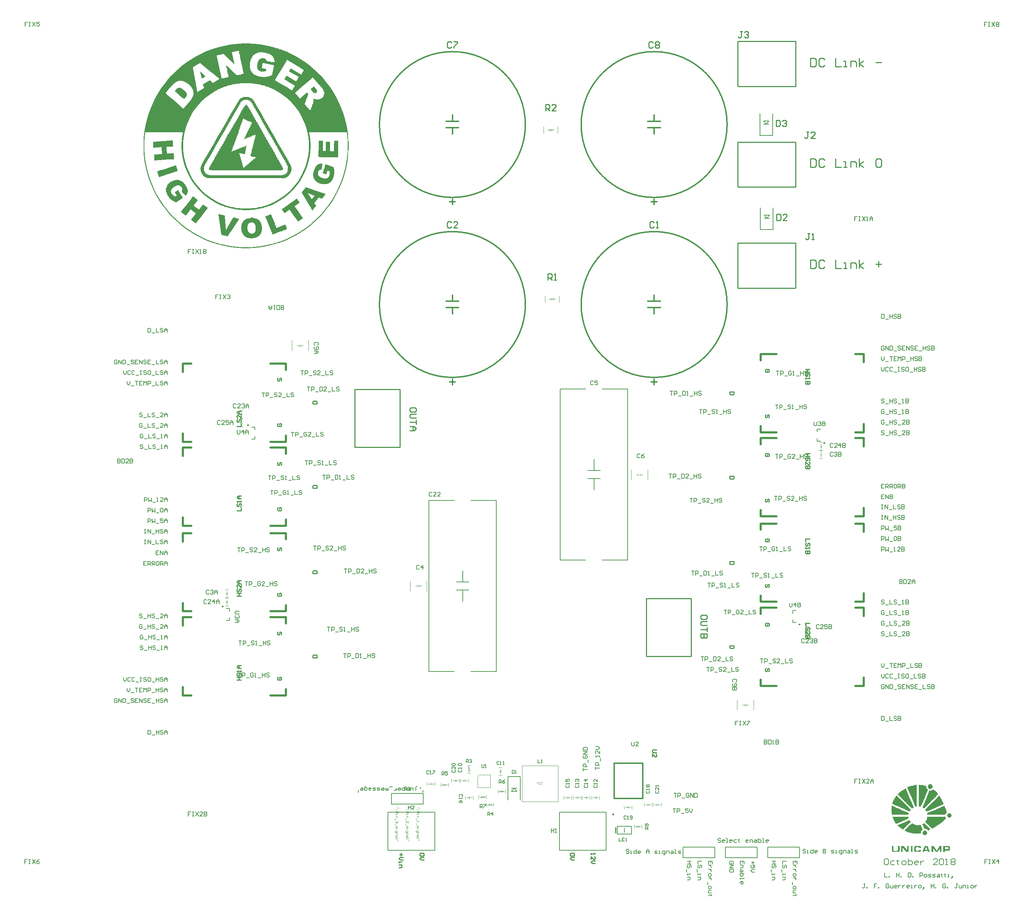
<source format=gto>
G04*
G04 #@! TF.GenerationSoftware,Altium Limited,Altium Designer,18.0.12 (696)*
G04*
G04 Layer_Color=65535*
%FSLAX23Y23*%
%MOIN*%
G70*
G01*
G75*
%ADD10C,0.010*%
%ADD11C,0.012*%
%ADD12C,0.002*%
%ADD13C,0.020*%
%ADD14C,0.008*%
%ADD15C,0.004*%
%ADD16C,0.010*%
%ADD17C,0.008*%
%ADD18C,0.006*%
%ADD19C,0.006*%
G36*
X2223Y8080D02*
X2269D01*
Y8077D01*
X2298D01*
Y8074D01*
X2324D01*
Y8070D01*
X2343D01*
Y8067D01*
X2359D01*
Y8064D01*
X2376D01*
Y8061D01*
X2392D01*
Y8057D01*
X2405D01*
Y8054D01*
X2418D01*
Y8051D01*
X2431D01*
Y8048D01*
X2444D01*
Y8044D01*
X2453D01*
Y8041D01*
X2463D01*
Y8038D01*
X2476D01*
Y8035D01*
X2486D01*
Y8031D01*
X2495D01*
Y8028D01*
X2505D01*
Y8025D01*
X2512D01*
Y8022D01*
X2521D01*
Y8018D01*
X2531D01*
Y8015D01*
X2538D01*
Y8012D01*
X2547D01*
Y8009D01*
X2554D01*
Y8006D01*
X2560D01*
Y8002D01*
X2570D01*
Y7999D01*
X2576D01*
Y7996D01*
X2583D01*
Y7993D01*
X2589D01*
Y7989D01*
X2596D01*
Y7986D01*
X2602D01*
Y7983D01*
X2609D01*
Y7980D01*
X2615D01*
Y7976D01*
X2622D01*
Y7973D01*
X2628D01*
Y7970D01*
X2635D01*
Y7967D01*
X2641D01*
Y7963D01*
X2648D01*
Y7960D01*
X2654D01*
Y7957D01*
X2657D01*
Y7954D01*
X2664D01*
Y7950D01*
X2670D01*
Y7947D01*
X2674D01*
Y7944D01*
X2680D01*
Y7941D01*
X2687D01*
Y7938D01*
X2690D01*
Y7934D01*
X2696D01*
Y7931D01*
X2703D01*
Y7928D01*
X2706D01*
Y7925D01*
X2712D01*
Y7921D01*
X2716D01*
Y7918D01*
X2722D01*
Y7915D01*
X2725D01*
Y7912D01*
X2732D01*
Y7908D01*
X2735D01*
Y7905D01*
X2738D01*
Y7902D01*
X2745D01*
Y7899D01*
X2748D01*
Y7895D01*
X2751D01*
Y7892D01*
X2758D01*
Y7889D01*
X2761D01*
Y7886D01*
X2764D01*
Y7882D01*
X2771D01*
Y7879D01*
X2774D01*
Y7876D01*
X2777D01*
Y7873D01*
X2784D01*
Y7869D01*
X2787D01*
Y7866D01*
X2790D01*
Y7863D01*
X2793D01*
Y7860D01*
X2797D01*
Y7857D01*
X2803D01*
Y7853D01*
X2806D01*
Y7850D01*
X2810D01*
Y7847D01*
X2813D01*
Y7844D01*
X2816D01*
Y7840D01*
X2819D01*
Y7837D01*
X2826D01*
Y7834D01*
X2829D01*
Y7831D01*
X2832D01*
Y7827D01*
X2836D01*
Y7824D01*
X2839D01*
Y7821D01*
X2842D01*
Y7818D01*
X2845D01*
Y7814D01*
X2849D01*
Y7811D01*
X2852D01*
Y7808D01*
X2855D01*
Y7805D01*
X2858D01*
Y7801D01*
X2861D01*
Y7798D01*
X2865D01*
Y7795D01*
X2868D01*
Y7792D01*
X2871D01*
Y7788D01*
X2874D01*
Y7785D01*
X2878D01*
Y7782D01*
X2881D01*
Y7779D01*
X2884D01*
Y7776D01*
X2887D01*
Y7772D01*
X2891D01*
Y7769D01*
X2894D01*
Y7766D01*
X2897D01*
Y7763D01*
X2900D01*
Y7756D01*
X2904D01*
Y7753D01*
X2907D01*
Y7750D01*
X2910D01*
Y7746D01*
X2913D01*
Y7743D01*
X2917D01*
Y7740D01*
X2920D01*
Y7733D01*
X2923D01*
Y7730D01*
X2926D01*
Y7727D01*
X2929D01*
Y7724D01*
X2933D01*
Y7720D01*
X2936D01*
Y7714D01*
X2939D01*
Y7711D01*
X2942D01*
Y7708D01*
X2946D01*
Y7701D01*
X2949D01*
Y7698D01*
X2952D01*
Y7695D01*
X2955D01*
Y7688D01*
X2959D01*
Y7685D01*
X2962D01*
Y7682D01*
X2965D01*
Y7675D01*
X2968D01*
Y7672D01*
X2972D01*
Y7669D01*
X2975D01*
Y7662D01*
X2978D01*
Y7659D01*
X2981D01*
Y7652D01*
X2985D01*
Y7649D01*
X2988D01*
Y7643D01*
X2991D01*
Y7640D01*
X2994D01*
Y7633D01*
X2998D01*
Y7627D01*
X3001D01*
Y7623D01*
X3004D01*
Y7617D01*
X3007D01*
Y7610D01*
X3010D01*
Y7607D01*
X3014D01*
Y7601D01*
X3017D01*
Y7594D01*
X3020D01*
Y7591D01*
X3023D01*
Y7584D01*
X3027D01*
Y7578D01*
X3030D01*
Y7571D01*
X3033D01*
Y7565D01*
X3036D01*
Y7559D01*
X3040D01*
Y7552D01*
X3043D01*
Y7546D01*
X3046D01*
Y7539D01*
X3049D01*
Y7533D01*
X3053D01*
Y7526D01*
X3056D01*
Y7520D01*
X3059D01*
Y7513D01*
X3062D01*
Y7507D01*
X3066D01*
Y7497D01*
X3069D01*
Y7490D01*
X3072D01*
Y7484D01*
X3075D01*
Y7474D01*
X3078D01*
Y7468D01*
X3082D01*
Y7458D01*
X3085D01*
Y7448D01*
X3088D01*
Y7442D01*
X3091D01*
Y7432D01*
X3095D01*
Y7422D01*
X3098D01*
Y7413D01*
X3101D01*
Y7400D01*
X3104D01*
Y7390D01*
X3108D01*
Y7380D01*
X3111D01*
Y7367D01*
X3114D01*
Y7354D01*
X3117D01*
Y7341D01*
X3121D01*
Y7329D01*
X3124D01*
Y7312D01*
X3127D01*
Y7296D01*
X3130D01*
Y7280D01*
X3134D01*
Y7261D01*
X3137D01*
Y7235D01*
X3140D01*
Y7205D01*
X3143D01*
Y7160D01*
X3147D01*
Y7069D01*
X3143D01*
Y7024D01*
X3140D01*
Y6995D01*
X3137D01*
Y6969D01*
X3134D01*
Y6950D01*
X3130D01*
Y6933D01*
X3127D01*
Y6917D01*
X3124D01*
Y6901D01*
X3121D01*
Y6888D01*
X3117D01*
Y6875D01*
X3114D01*
Y6862D01*
X3111D01*
Y6849D01*
X3108D01*
Y6839D01*
X3104D01*
Y6826D01*
X3101D01*
Y6817D01*
X3098D01*
Y6807D01*
X3095D01*
Y6797D01*
X3091D01*
Y6788D01*
X3088D01*
Y6781D01*
X3085D01*
Y6771D01*
X3082D01*
Y6762D01*
X3078D01*
Y6755D01*
X3075D01*
Y6746D01*
X3072D01*
Y6739D01*
X3069D01*
Y6733D01*
X3066D01*
Y6723D01*
X3062D01*
Y6716D01*
X3059D01*
Y6710D01*
X3056D01*
Y6703D01*
X3053D01*
Y6697D01*
X3049D01*
Y6690D01*
X3046D01*
Y6684D01*
X3043D01*
Y6677D01*
X3040D01*
Y6671D01*
X3036D01*
Y6665D01*
X3033D01*
Y6658D01*
X3030D01*
Y6652D01*
X3027D01*
Y6645D01*
X3023D01*
Y6639D01*
X3020D01*
Y6635D01*
X3017D01*
Y6629D01*
X3014D01*
Y6622D01*
X3010D01*
Y6619D01*
X3007D01*
Y6613D01*
X3004D01*
Y6606D01*
X3001D01*
Y6603D01*
X2998D01*
Y6596D01*
X2994D01*
Y6590D01*
X2991D01*
Y6587D01*
X2988D01*
Y6580D01*
X2985D01*
Y6577D01*
X2981D01*
Y6571D01*
X2978D01*
Y6567D01*
X2975D01*
Y6561D01*
X2972D01*
Y6558D01*
X2968D01*
Y6554D01*
X2965D01*
Y6548D01*
X2962D01*
Y6545D01*
X2959D01*
Y6541D01*
X2955D01*
Y6535D01*
X2952D01*
Y6532D01*
X2949D01*
Y6528D01*
X2946D01*
Y6522D01*
X2942D01*
Y6519D01*
X2939D01*
Y6516D01*
X2936D01*
Y6509D01*
X2933D01*
Y6506D01*
X2929D01*
Y6503D01*
X2926D01*
Y6499D01*
X2923D01*
Y6496D01*
X2920D01*
Y6490D01*
X2917D01*
Y6486D01*
X2913D01*
Y6483D01*
X2910D01*
Y6480D01*
X2907D01*
Y6477D01*
X2904D01*
Y6473D01*
X2900D01*
Y6467D01*
X2897D01*
Y6464D01*
X2894D01*
Y6460D01*
X2891D01*
Y6457D01*
X2887D01*
Y6454D01*
X2884D01*
Y6451D01*
X2881D01*
Y6448D01*
X2878D01*
Y6444D01*
X2874D01*
Y6441D01*
X2871D01*
Y6438D01*
X2868D01*
Y6435D01*
X2865D01*
Y6431D01*
X2861D01*
Y6428D01*
X2858D01*
Y6425D01*
X2855D01*
Y6422D01*
X2852D01*
Y6418D01*
X2849D01*
Y6415D01*
X2845D01*
Y6412D01*
X2842D01*
Y6409D01*
X2839D01*
Y6405D01*
X2836D01*
Y6402D01*
X2832D01*
Y6399D01*
X2829D01*
Y6396D01*
X2826D01*
Y6392D01*
X2819D01*
Y6389D01*
X2816D01*
Y6386D01*
X2813D01*
Y6383D01*
X2810D01*
Y6379D01*
X2806D01*
Y6376D01*
X2803D01*
Y6373D01*
X2797D01*
Y6370D01*
X2793D01*
Y6367D01*
X2790D01*
Y6363D01*
X2787D01*
Y6360D01*
X2784D01*
Y6357D01*
X2777D01*
Y6354D01*
X2774D01*
Y6350D01*
X2771D01*
Y6347D01*
X2764D01*
Y6344D01*
X2761D01*
Y6341D01*
X2758D01*
Y6337D01*
X2751D01*
Y6334D01*
X2748D01*
Y6331D01*
X2745D01*
Y6328D01*
X2738D01*
Y6324D01*
X2735D01*
Y6321D01*
X2732D01*
Y6318D01*
X2725D01*
Y6315D01*
X2722D01*
Y6311D01*
X2716D01*
Y6308D01*
X2712D01*
Y6305D01*
X2706D01*
Y6302D01*
X2703D01*
Y6299D01*
X2696D01*
Y6295D01*
X2690D01*
Y6292D01*
X2687D01*
Y6289D01*
X2680D01*
Y6286D01*
X2674D01*
Y6282D01*
X2670D01*
Y6279D01*
X2664D01*
Y6276D01*
X2657D01*
Y6273D01*
X2654D01*
Y6269D01*
X2648D01*
Y6266D01*
X2641D01*
Y6263D01*
X2635D01*
Y6260D01*
X2628D01*
Y6256D01*
X2622D01*
Y6253D01*
X2615D01*
Y6250D01*
X2609D01*
Y6247D01*
X2602D01*
Y6243D01*
X2596D01*
Y6240D01*
X2589D01*
Y6237D01*
X2583D01*
Y6234D01*
X2576D01*
Y6230D01*
X2570D01*
Y6227D01*
X2560D01*
Y6224D01*
X2554D01*
Y6221D01*
X2547D01*
Y6218D01*
X2538D01*
Y6214D01*
X2531D01*
Y6211D01*
X2521D01*
Y6208D01*
X2512D01*
Y6205D01*
X2505D01*
Y6201D01*
X2495D01*
Y6198D01*
X2486D01*
Y6195D01*
X2476D01*
Y6192D01*
X2463D01*
Y6188D01*
X2453D01*
Y6185D01*
X2444D01*
Y6182D01*
X2431D01*
Y6179D01*
X2418D01*
Y6175D01*
X2405D01*
Y6172D01*
X2392D01*
Y6169D01*
X2376D01*
Y6166D01*
X2359D01*
Y6162D01*
X2343D01*
Y6159D01*
X2324D01*
Y6156D01*
X2298D01*
Y6153D01*
X2269D01*
Y6149D01*
X2223D01*
Y6146D01*
X2133D01*
Y6149D01*
X2087D01*
Y6153D01*
X2058D01*
Y6156D01*
X2032D01*
Y6159D01*
X2013D01*
Y6162D01*
X1997D01*
Y6166D01*
X1980D01*
Y6169D01*
X1964D01*
Y6172D01*
X1951D01*
Y6175D01*
X1938D01*
Y6179D01*
X1925D01*
Y6182D01*
X1912D01*
Y6185D01*
X1903D01*
Y6188D01*
X1890D01*
Y6192D01*
X1880D01*
Y6195D01*
X1870D01*
Y6198D01*
X1861D01*
Y6201D01*
X1851D01*
Y6205D01*
X1844D01*
Y6208D01*
X1835D01*
Y6211D01*
X1825D01*
Y6214D01*
X1818D01*
Y6218D01*
X1809D01*
Y6221D01*
X1802D01*
Y6224D01*
X1796D01*
Y6227D01*
X1786D01*
Y6230D01*
X1780D01*
Y6234D01*
X1773D01*
Y6237D01*
X1767D01*
Y6240D01*
X1760D01*
Y6243D01*
X1754D01*
Y6247D01*
X1747D01*
Y6250D01*
X1741D01*
Y6253D01*
X1734D01*
Y6256D01*
X1728D01*
Y6260D01*
X1721D01*
Y6263D01*
X1715D01*
Y6266D01*
X1708D01*
Y6269D01*
X1702D01*
Y6273D01*
X1699D01*
Y6276D01*
X1692D01*
Y6279D01*
X1686D01*
Y6282D01*
X1682D01*
Y6286D01*
X1676D01*
Y6289D01*
X1669D01*
Y6292D01*
X1666D01*
Y6295D01*
X1660D01*
Y6299D01*
X1653D01*
Y6302D01*
X1650D01*
Y6305D01*
X1644D01*
Y6308D01*
X1640D01*
Y6311D01*
X1634D01*
Y6315D01*
X1631D01*
Y6318D01*
X1624D01*
Y6321D01*
X1621D01*
Y6324D01*
X1618D01*
Y6328D01*
X1611D01*
Y6331D01*
X1608D01*
Y6334D01*
X1605D01*
Y6337D01*
X1598D01*
Y6341D01*
X1595D01*
Y6344D01*
X1592D01*
Y6347D01*
X1585D01*
Y6350D01*
X1582D01*
Y6354D01*
X1579D01*
Y6357D01*
X1572D01*
Y6360D01*
X1569D01*
Y6363D01*
X1566D01*
Y6367D01*
X1563D01*
Y6370D01*
X1559D01*
Y6373D01*
X1553D01*
Y6376D01*
X1550D01*
Y6379D01*
X1546D01*
Y6383D01*
X1543D01*
Y6386D01*
X1540D01*
Y6389D01*
X1537D01*
Y6392D01*
X1530D01*
Y6396D01*
X1527D01*
Y6399D01*
X1524D01*
Y6402D01*
X1520D01*
Y6405D01*
X1517D01*
Y6409D01*
X1514D01*
Y6412D01*
X1511D01*
Y6415D01*
X1508D01*
Y6418D01*
X1504D01*
Y6422D01*
X1501D01*
Y6425D01*
X1498D01*
Y6428D01*
X1495D01*
Y6431D01*
X1491D01*
Y6435D01*
X1488D01*
Y6438D01*
X1485D01*
Y6441D01*
X1482D01*
Y6444D01*
X1478D01*
Y6448D01*
X1475D01*
Y6451D01*
X1472D01*
Y6454D01*
X1469D01*
Y6457D01*
X1465D01*
Y6460D01*
X1462D01*
Y6464D01*
X1459D01*
Y6467D01*
X1456D01*
Y6473D01*
X1452D01*
Y6477D01*
X1449D01*
Y6480D01*
X1446D01*
Y6483D01*
X1443D01*
Y6486D01*
X1439D01*
Y6490D01*
X1436D01*
Y6496D01*
X1433D01*
Y6499D01*
X1430D01*
Y6503D01*
X1427D01*
Y6506D01*
X1423D01*
Y6509D01*
X1420D01*
Y6516D01*
X1417D01*
Y6519D01*
X1414D01*
Y6522D01*
X1410D01*
Y6528D01*
X1407D01*
Y6532D01*
X1404D01*
Y6535D01*
X1401D01*
Y6541D01*
X1397D01*
Y6545D01*
X1394D01*
Y6548D01*
X1391D01*
Y6554D01*
X1388D01*
Y6558D01*
X1384D01*
Y6561D01*
X1381D01*
Y6567D01*
X1378D01*
Y6571D01*
X1375D01*
Y6577D01*
X1371D01*
Y6580D01*
X1368D01*
Y6587D01*
X1365D01*
Y6590D01*
X1362D01*
Y6596D01*
X1359D01*
Y6603D01*
X1355D01*
Y6606D01*
X1352D01*
Y6613D01*
X1349D01*
Y6619D01*
X1346D01*
Y6622D01*
X1342D01*
Y6629D01*
X1339D01*
Y6635D01*
X1336D01*
Y6639D01*
X1333D01*
Y6645D01*
X1329D01*
Y6652D01*
X1326D01*
Y6658D01*
X1323D01*
Y6665D01*
X1320D01*
Y6671D01*
X1316D01*
Y6677D01*
X1313D01*
Y6684D01*
X1310D01*
Y6690D01*
X1307D01*
Y6697D01*
X1303D01*
Y6703D01*
X1300D01*
Y6710D01*
X1297D01*
Y6716D01*
X1294D01*
Y6723D01*
X1290D01*
Y6733D01*
X1287D01*
Y6739D01*
X1284D01*
Y6746D01*
X1281D01*
Y6755D01*
X1278D01*
Y6762D01*
X1274D01*
Y6771D01*
X1271D01*
Y6781D01*
X1268D01*
Y6788D01*
X1265D01*
Y6797D01*
X1261D01*
Y6807D01*
X1258D01*
Y6817D01*
X1255D01*
Y6826D01*
X1252D01*
Y6839D01*
X1248D01*
Y6849D01*
X1245D01*
Y6862D01*
X1242D01*
Y6875D01*
X1239D01*
Y6888D01*
X1235D01*
Y6901D01*
X1232D01*
Y6917D01*
X1229D01*
Y6933D01*
X1226D01*
Y6950D01*
X1222D01*
Y6969D01*
X1219D01*
Y6995D01*
X1216D01*
Y7024D01*
X1213D01*
Y7069D01*
X1210D01*
Y7160D01*
X1213D01*
Y7205D01*
X1216D01*
Y7235D01*
X1219D01*
Y7261D01*
X1222D01*
Y7280D01*
X1226D01*
Y7296D01*
X1229D01*
Y7312D01*
X1232D01*
Y7329D01*
X1235D01*
Y7341D01*
X1239D01*
Y7354D01*
X1242D01*
Y7367D01*
X1245D01*
Y7380D01*
X1248D01*
Y7390D01*
X1252D01*
Y7403D01*
X1255D01*
Y7413D01*
X1258D01*
Y7422D01*
X1261D01*
Y7432D01*
X1265D01*
Y7442D01*
X1268D01*
Y7448D01*
X1271D01*
Y7458D01*
X1274D01*
Y7468D01*
X1278D01*
Y7474D01*
X1281D01*
Y7484D01*
X1284D01*
Y7490D01*
X1287D01*
Y7497D01*
X1290D01*
Y7507D01*
X1294D01*
Y7513D01*
X1297D01*
Y7520D01*
X1300D01*
Y7526D01*
X1303D01*
Y7533D01*
X1307D01*
Y7539D01*
X1310D01*
Y7546D01*
X1313D01*
Y7552D01*
X1316D01*
Y7559D01*
X1320D01*
Y7565D01*
X1323D01*
Y7571D01*
X1326D01*
Y7578D01*
X1329D01*
Y7584D01*
X1333D01*
Y7591D01*
X1336D01*
Y7594D01*
X1339D01*
Y7601D01*
X1342D01*
Y7607D01*
X1346D01*
Y7610D01*
X1349D01*
Y7617D01*
X1352D01*
Y7623D01*
X1355D01*
Y7627D01*
X1359D01*
Y7633D01*
X1362D01*
Y7640D01*
X1365D01*
Y7643D01*
X1368D01*
Y7649D01*
X1371D01*
Y7652D01*
X1375D01*
Y7659D01*
X1378D01*
Y7662D01*
X1381D01*
Y7669D01*
X1384D01*
Y7672D01*
X1388D01*
Y7675D01*
X1391D01*
Y7682D01*
X1394D01*
Y7685D01*
X1397D01*
Y7688D01*
X1401D01*
Y7695D01*
X1404D01*
Y7698D01*
X1407D01*
Y7701D01*
X1410D01*
Y7708D01*
X1414D01*
Y7711D01*
X1417D01*
Y7714D01*
X1420D01*
Y7720D01*
X1423D01*
Y7724D01*
X1427D01*
Y7727D01*
X1430D01*
Y7730D01*
X1433D01*
Y7733D01*
X1436D01*
Y7740D01*
X1439D01*
Y7743D01*
X1443D01*
Y7746D01*
X1446D01*
Y7750D01*
X1449D01*
Y7753D01*
X1452D01*
Y7756D01*
X1456D01*
Y7763D01*
X1459D01*
Y7766D01*
X1462D01*
Y7769D01*
X1465D01*
Y7772D01*
X1469D01*
Y7776D01*
X1472D01*
Y7779D01*
X1475D01*
Y7782D01*
X1478D01*
Y7785D01*
X1482D01*
Y7788D01*
X1485D01*
Y7792D01*
X1488D01*
Y7795D01*
X1491D01*
Y7798D01*
X1495D01*
Y7801D01*
X1498D01*
Y7805D01*
X1501D01*
Y7808D01*
X1504D01*
Y7811D01*
X1508D01*
Y7814D01*
X1511D01*
Y7818D01*
X1514D01*
Y7821D01*
X1517D01*
Y7824D01*
X1520D01*
Y7827D01*
X1524D01*
Y7831D01*
X1527D01*
Y7834D01*
X1530D01*
Y7837D01*
X1537D01*
Y7840D01*
X1540D01*
Y7844D01*
X1543D01*
Y7847D01*
X1546D01*
Y7850D01*
X1550D01*
Y7853D01*
X1553D01*
Y7857D01*
X1559D01*
Y7860D01*
X1563D01*
Y7863D01*
X1566D01*
Y7866D01*
X1569D01*
Y7869D01*
X1572D01*
Y7873D01*
X1579D01*
Y7876D01*
X1582D01*
Y7879D01*
X1585D01*
Y7882D01*
X1592D01*
Y7886D01*
X1595D01*
Y7889D01*
X1598D01*
Y7892D01*
X1605D01*
Y7895D01*
X1608D01*
Y7899D01*
X1611D01*
Y7902D01*
X1618D01*
Y7905D01*
X1621D01*
Y7908D01*
X1624D01*
Y7912D01*
X1631D01*
Y7915D01*
X1634D01*
Y7918D01*
X1640D01*
Y7921D01*
X1644D01*
Y7925D01*
X1650D01*
Y7928D01*
X1653D01*
Y7931D01*
X1660D01*
Y7934D01*
X1666D01*
Y7938D01*
X1669D01*
Y7941D01*
X1676D01*
Y7944D01*
X1682D01*
Y7947D01*
X1686D01*
Y7950D01*
X1692D01*
Y7954D01*
X1699D01*
Y7957D01*
X1702D01*
Y7960D01*
X1708D01*
Y7963D01*
X1715D01*
Y7967D01*
X1721D01*
Y7970D01*
X1728D01*
Y7973D01*
X1734D01*
Y7976D01*
X1741D01*
Y7980D01*
X1747D01*
Y7983D01*
X1754D01*
Y7986D01*
X1760D01*
Y7989D01*
X1767D01*
Y7993D01*
X1773D01*
Y7996D01*
X1780D01*
Y7999D01*
X1786D01*
Y8002D01*
X1796D01*
Y8006D01*
X1802D01*
Y8009D01*
X1809D01*
Y8012D01*
X1818D01*
Y8015D01*
X1825D01*
Y8018D01*
X1835D01*
Y8022D01*
X1844D01*
Y8025D01*
X1851D01*
Y8028D01*
X1861D01*
Y8031D01*
X1870D01*
Y8035D01*
X1880D01*
Y8038D01*
X1890D01*
Y8041D01*
X1903D01*
Y8044D01*
X1912D01*
Y8048D01*
X1925D01*
Y8051D01*
X1938D01*
Y8054D01*
X1951D01*
Y8057D01*
X1964D01*
Y8061D01*
X1980D01*
Y8064D01*
X1997D01*
Y8067D01*
X2013D01*
Y8070D01*
X2032D01*
Y8074D01*
X2058D01*
Y8077D01*
X2087D01*
Y8080D01*
X2133D01*
Y8083D01*
X2223D01*
Y8080D01*
D02*
G37*
G36*
X4368Y1172D02*
X4369Y1171D01*
X4369Y1170D01*
Y1169D01*
Y1168D01*
X4369Y1167D01*
X4368Y1166D01*
X4367Y1166D01*
X4365D01*
X4364Y1166D01*
X4363Y1167D01*
X4363Y1168D01*
Y1169D01*
Y1170D01*
X4363Y1171D01*
X4364Y1172D01*
X4365Y1172D01*
X4367D01*
X4368Y1172D01*
D02*
G37*
G36*
X4931Y1092D02*
X4931Y1091D01*
X4932Y1090D01*
Y1090D01*
Y1089D01*
X4931Y1088D01*
X4931Y1087D01*
X4929Y1086D01*
X4928D01*
X4927Y1087D01*
X4926Y1088D01*
X4926Y1089D01*
Y1090D01*
Y1090D01*
X4926Y1091D01*
X4927Y1092D01*
X4928Y1093D01*
X4929D01*
X4931Y1092D01*
D02*
G37*
G36*
X8515Y1072D02*
X8512D01*
Y869D01*
X8498D01*
Y872D01*
X8495D01*
Y879D01*
X8491D01*
Y889D01*
X8488D01*
Y900D01*
X8484D01*
Y907D01*
X8481D01*
Y917D01*
X8477D01*
Y924D01*
X8474D01*
Y934D01*
X8470D01*
Y941D01*
X8467D01*
Y951D01*
X8464D01*
Y958D01*
X8460D01*
Y965D01*
X8457D01*
Y972D01*
X8453D01*
Y982D01*
X8450D01*
Y989D01*
X8446D01*
Y1000D01*
X8443D01*
Y1006D01*
X8439D01*
Y1017D01*
X8436D01*
Y1024D01*
X8433D01*
Y1031D01*
X8429D01*
Y1041D01*
X8426D01*
Y1048D01*
X8422D01*
Y1051D01*
X8426D01*
Y1055D01*
X8433D01*
Y1058D01*
X8443D01*
Y1062D01*
X8457D01*
Y1065D01*
X8467D01*
Y1068D01*
X8484D01*
Y1072D01*
X8498D01*
Y1075D01*
X8501D01*
Y1072D01*
X8508D01*
Y1075D01*
X8515D01*
Y1072D01*
D02*
G37*
G36*
X8643Y1079D02*
X8653D01*
Y1075D01*
X8656D01*
Y1068D01*
X8660D01*
Y1062D01*
X8663D01*
Y1055D01*
X8660D01*
Y1048D01*
X8656D01*
Y1044D01*
X8653D01*
Y1041D01*
X8649D01*
Y1037D01*
X8643D01*
Y1034D01*
X8636D01*
Y1037D01*
X8629D01*
Y1041D01*
X8625D01*
Y1044D01*
X8622D01*
Y1051D01*
X8618D01*
Y1068D01*
X8622D01*
Y1072D01*
X8625D01*
Y1079D01*
X8636D01*
Y1082D01*
X8643D01*
Y1079D01*
D02*
G37*
G36*
X8670Y1027D02*
X8677D01*
Y1024D01*
X8680D01*
Y1020D01*
X8684D01*
Y1017D01*
X8691D01*
Y1013D01*
X8694D01*
Y1010D01*
X8698D01*
Y1006D01*
X8701D01*
Y1003D01*
X8704D01*
Y996D01*
X8708D01*
Y993D01*
X8711D01*
Y989D01*
X8715D01*
Y986D01*
X8711D01*
Y982D01*
X8708D01*
Y979D01*
X8704D01*
Y975D01*
X8701D01*
Y972D01*
X8698D01*
Y969D01*
X8694D01*
Y965D01*
X8691D01*
Y958D01*
X8684D01*
Y955D01*
X8680D01*
Y951D01*
X8677D01*
Y948D01*
X8674D01*
Y944D01*
X8670D01*
Y941D01*
X8667D01*
Y938D01*
X8663D01*
Y934D01*
X8660D01*
Y931D01*
X8656D01*
Y927D01*
X8653D01*
Y924D01*
X8649D01*
Y920D01*
X8646D01*
Y914D01*
X8643D01*
Y910D01*
X8639D01*
Y907D01*
X8636D01*
Y903D01*
X8632D01*
Y900D01*
X8629D01*
Y896D01*
X8625D01*
Y893D01*
X8622D01*
Y889D01*
X8618D01*
Y886D01*
X8615D01*
Y883D01*
X8612D01*
Y879D01*
X8608D01*
Y876D01*
X8605D01*
Y872D01*
X8601D01*
Y869D01*
X8598D01*
Y865D01*
X8594D01*
Y862D01*
X8591D01*
Y858D01*
X8587D01*
Y855D01*
X8584D01*
Y852D01*
X8577D01*
Y855D01*
X8574D01*
Y858D01*
X8567D01*
Y869D01*
X8570D01*
Y876D01*
X8574D01*
Y886D01*
X8577D01*
Y893D01*
X8581D01*
Y900D01*
X8584D01*
Y910D01*
X8587D01*
Y917D01*
X8591D01*
Y927D01*
X8594D01*
Y934D01*
X8598D01*
Y941D01*
X8601D01*
Y951D01*
X8605D01*
Y958D01*
X8608D01*
Y965D01*
X8612D01*
Y975D01*
X8615D01*
Y982D01*
X8618D01*
Y989D01*
X8622D01*
Y1000D01*
X8625D01*
Y1010D01*
X8629D01*
Y1020D01*
X8632D01*
Y1024D01*
X8636D01*
Y1020D01*
X8649D01*
Y1024D01*
X8656D01*
Y1027D01*
X8660D01*
Y1031D01*
X8670D01*
Y1027D01*
D02*
G37*
G36*
X8539Y1072D02*
X8574D01*
Y1068D01*
X8577D01*
Y1072D01*
X8581D01*
Y1068D01*
X8591D01*
Y1065D01*
X8594D01*
Y1068D01*
X8598D01*
Y1065D01*
X8605D01*
Y1062D01*
X8601D01*
Y1048D01*
X8605D01*
Y1041D01*
X8608D01*
Y1037D01*
X8612D01*
Y1034D01*
X8615D01*
Y1031D01*
X8618D01*
Y1024D01*
X8615D01*
Y1017D01*
X8612D01*
Y1010D01*
X8608D01*
Y1000D01*
X8605D01*
Y993D01*
X8601D01*
Y986D01*
X8598D01*
Y975D01*
X8594D01*
Y969D01*
X8591D01*
Y958D01*
X8587D01*
Y951D01*
X8584D01*
Y944D01*
X8581D01*
Y938D01*
X8577D01*
Y927D01*
X8574D01*
Y920D01*
X8570D01*
Y910D01*
X8567D01*
Y903D01*
X8563D01*
Y893D01*
X8560D01*
Y886D01*
X8556D01*
Y879D01*
X8553D01*
Y869D01*
X8532D01*
Y1075D01*
X8539D01*
Y1072D01*
D02*
G37*
G36*
X8408Y1041D02*
X8412D01*
Y1031D01*
X8415D01*
Y1020D01*
X8419D01*
Y1013D01*
X8422D01*
Y1003D01*
X8426D01*
Y996D01*
X8429D01*
Y986D01*
X8433D01*
Y979D01*
X8436D01*
Y969D01*
X8439D01*
Y962D01*
X8443D01*
Y951D01*
X8446D01*
Y944D01*
X8450D01*
Y938D01*
X8453D01*
Y927D01*
X8457D01*
Y920D01*
X8460D01*
Y910D01*
X8464D01*
Y903D01*
X8467D01*
Y893D01*
X8470D01*
Y886D01*
X8474D01*
Y879D01*
X8477D01*
Y869D01*
X8481D01*
Y858D01*
X8474D01*
Y852D01*
X8464D01*
Y855D01*
X8460D01*
Y858D01*
X8457D01*
Y862D01*
X8453D01*
Y865D01*
X8450D01*
Y869D01*
X8446D01*
Y872D01*
X8443D01*
Y876D01*
X8439D01*
Y879D01*
X8436D01*
Y883D01*
X8433D01*
Y886D01*
X8429D01*
Y889D01*
X8426D01*
Y893D01*
X8422D01*
Y896D01*
X8419D01*
Y900D01*
X8415D01*
Y903D01*
X8412D01*
Y907D01*
X8408D01*
Y910D01*
X8405D01*
Y914D01*
X8402D01*
Y917D01*
X8398D01*
Y920D01*
X8395D01*
Y924D01*
X8391D01*
Y927D01*
X8388D01*
Y931D01*
X8384D01*
Y934D01*
X8381D01*
Y938D01*
X8378D01*
Y941D01*
X8374D01*
Y944D01*
X8371D01*
Y948D01*
X8367D01*
Y951D01*
X8364D01*
Y955D01*
X8360D01*
Y958D01*
X8357D01*
Y962D01*
X8353D01*
Y965D01*
X8350D01*
Y969D01*
X8347D01*
Y972D01*
X8343D01*
Y975D01*
X8340D01*
Y979D01*
X8336D01*
Y982D01*
X8333D01*
Y986D01*
X8336D01*
Y989D01*
X8340D01*
Y996D01*
X8343D01*
Y1000D01*
X8347D01*
Y1003D01*
X8350D01*
Y1006D01*
X8357D01*
Y1010D01*
X8360D01*
Y1013D01*
X8364D01*
Y1017D01*
X8367D01*
Y1020D01*
X8374D01*
Y1024D01*
X8381D01*
Y1027D01*
X8388D01*
Y1031D01*
X8391D01*
Y1034D01*
X8398D01*
Y1037D01*
X8402D01*
Y1041D01*
X8405D01*
Y1044D01*
X8408D01*
Y1041D01*
D02*
G37*
G36*
X8725Y969D02*
X8729D01*
Y965D01*
X8732D01*
Y958D01*
X8735D01*
Y955D01*
X8739D01*
Y948D01*
X8742D01*
Y944D01*
X8746D01*
Y938D01*
X8749D01*
Y931D01*
X8753D01*
Y920D01*
X8756D01*
Y914D01*
X8760D01*
Y903D01*
X8763D01*
Y896D01*
X8766D01*
Y889D01*
X8760D01*
Y886D01*
X8749D01*
Y883D01*
X8742D01*
Y879D01*
X8732D01*
Y876D01*
X8725D01*
Y872D01*
X8718D01*
Y869D01*
X8708D01*
Y865D01*
X8701D01*
Y862D01*
X8694D01*
Y858D01*
X8687D01*
Y855D01*
X8677D01*
Y852D01*
X8670D01*
Y848D01*
X8660D01*
Y845D01*
X8653D01*
Y841D01*
X8646D01*
Y838D01*
X8636D01*
Y834D01*
X8629D01*
Y831D01*
X8622D01*
Y827D01*
X8608D01*
Y824D01*
X8601D01*
Y827D01*
X8598D01*
Y834D01*
X8594D01*
Y838D01*
X8591D01*
Y841D01*
X8594D01*
Y845D01*
X8598D01*
Y848D01*
X8601D01*
Y852D01*
X8605D01*
Y855D01*
X8608D01*
Y858D01*
X8612D01*
Y862D01*
X8615D01*
Y865D01*
X8618D01*
Y869D01*
X8622D01*
Y872D01*
X8625D01*
Y876D01*
X8629D01*
Y879D01*
X8632D01*
Y883D01*
X8636D01*
Y886D01*
X8639D01*
Y889D01*
X8643D01*
Y893D01*
X8646D01*
Y896D01*
X8649D01*
Y900D01*
X8653D01*
Y903D01*
X8656D01*
Y907D01*
X8660D01*
Y910D01*
X8663D01*
Y914D01*
X8667D01*
Y917D01*
X8670D01*
Y920D01*
X8674D01*
Y924D01*
X8677D01*
Y927D01*
X8680D01*
Y931D01*
X8684D01*
Y934D01*
X8687D01*
Y938D01*
X8691D01*
Y941D01*
X8694D01*
Y944D01*
X8698D01*
Y948D01*
X8701D01*
Y951D01*
X8704D01*
Y955D01*
X8708D01*
Y958D01*
X8711D01*
Y962D01*
X8715D01*
Y965D01*
X8718D01*
Y969D01*
X8722D01*
Y972D01*
X8725D01*
Y969D01*
D02*
G37*
G36*
X8326D02*
X8329D01*
Y965D01*
X8333D01*
Y962D01*
X8336D01*
Y958D01*
X8340D01*
Y955D01*
X8343D01*
Y951D01*
X8347D01*
Y948D01*
X8350D01*
Y944D01*
X8353D01*
Y941D01*
X8357D01*
Y938D01*
X8360D01*
Y934D01*
X8364D01*
Y931D01*
X8367D01*
Y927D01*
X8371D01*
Y924D01*
X8374D01*
Y920D01*
X8378D01*
Y917D01*
X8381D01*
Y914D01*
X8384D01*
Y910D01*
X8388D01*
Y907D01*
X8391D01*
Y903D01*
X8395D01*
Y900D01*
X8398D01*
Y896D01*
X8402D01*
Y893D01*
X8405D01*
Y889D01*
X8408D01*
Y886D01*
X8412D01*
Y883D01*
X8415D01*
Y879D01*
X8419D01*
Y876D01*
X8422D01*
Y872D01*
X8426D01*
Y869D01*
X8429D01*
Y865D01*
X8433D01*
Y862D01*
X8436D01*
Y858D01*
X8439D01*
Y855D01*
X8443D01*
Y852D01*
X8446D01*
Y848D01*
X8450D01*
Y845D01*
X8453D01*
Y841D01*
X8457D01*
Y838D01*
X8453D01*
Y834D01*
X8450D01*
Y827D01*
X8446D01*
Y824D01*
X8443D01*
Y827D01*
X8433D01*
Y831D01*
X8422D01*
Y834D01*
X8419D01*
Y838D01*
X8408D01*
Y841D01*
X8402D01*
Y845D01*
X8391D01*
Y848D01*
X8384D01*
Y852D01*
X8378D01*
Y855D01*
X8367D01*
Y858D01*
X8360D01*
Y862D01*
X8353D01*
Y865D01*
X8347D01*
Y869D01*
X8340D01*
Y872D01*
X8329D01*
Y876D01*
X8322D01*
Y879D01*
X8312D01*
Y883D01*
X8305D01*
Y886D01*
X8298D01*
Y889D01*
X8288D01*
Y893D01*
X8281D01*
Y907D01*
X8285D01*
Y917D01*
X8288D01*
Y924D01*
X8291D01*
Y931D01*
X8295D01*
Y938D01*
X8298D01*
Y944D01*
X8302D01*
Y948D01*
X8305D01*
Y955D01*
X8309D01*
Y958D01*
X8312D01*
Y962D01*
X8316D01*
Y965D01*
X8319D01*
Y972D01*
X8326D01*
Y969D01*
D02*
G37*
G36*
X8773Y872D02*
X8777D01*
Y858D01*
X8780D01*
Y852D01*
X8784D01*
Y845D01*
X8787D01*
Y838D01*
X8791D01*
Y824D01*
X8794D01*
Y810D01*
X8791D01*
Y807D01*
X8787D01*
Y803D01*
X8784D01*
Y797D01*
X8780D01*
Y793D01*
X8615D01*
Y790D01*
X8612D01*
Y803D01*
X8608D01*
Y807D01*
X8612D01*
Y810D01*
X8618D01*
Y814D01*
X8625D01*
Y817D01*
X8632D01*
Y821D01*
X8643D01*
Y824D01*
X8653D01*
Y827D01*
X8663D01*
Y831D01*
X8670D01*
Y834D01*
X8677D01*
Y838D01*
X8687D01*
Y841D01*
X8694D01*
Y845D01*
X8701D01*
Y848D01*
X8711D01*
Y852D01*
X8718D01*
Y855D01*
X8725D01*
Y858D01*
X8735D01*
Y862D01*
X8742D01*
Y865D01*
X8753D01*
Y869D01*
X8760D01*
Y872D01*
X8766D01*
Y876D01*
X8773D01*
Y872D01*
D02*
G37*
G36*
X8278Y876D02*
X8285D01*
Y872D01*
X8291D01*
Y869D01*
X8302D01*
Y865D01*
X8309D01*
Y862D01*
X8316D01*
Y858D01*
X8326D01*
Y855D01*
X8333D01*
Y852D01*
X8340D01*
Y848D01*
X8350D01*
Y845D01*
X8357D01*
Y841D01*
X8364D01*
Y838D01*
X8371D01*
Y834D01*
X8381D01*
Y831D01*
X8388D01*
Y827D01*
X8395D01*
Y824D01*
X8408D01*
Y821D01*
X8415D01*
Y817D01*
X8422D01*
Y814D01*
X8429D01*
Y810D01*
X8436D01*
Y807D01*
X8439D01*
Y803D01*
X8436D01*
Y797D01*
X8433D01*
Y790D01*
X8429D01*
Y793D01*
X8281D01*
Y790D01*
X8278D01*
Y797D01*
X8274D01*
Y800D01*
X8278D01*
Y807D01*
X8274D01*
Y841D01*
X8271D01*
Y848D01*
X8274D01*
Y879D01*
X8278D01*
Y876D01*
D02*
G37*
G36*
X5650Y804D02*
X5652Y801D01*
X5654Y798D01*
Y796D01*
Y795D01*
X5652Y791D01*
X5650Y789D01*
X5647Y788D01*
X5643D01*
X5640Y789D01*
X5638Y791D01*
X5636Y795D01*
Y796D01*
Y798D01*
X5638Y801D01*
X5640Y804D01*
X5643Y805D01*
X5647D01*
X5650Y804D01*
D02*
G37*
G36*
X8777Y772D02*
X8780D01*
Y766D01*
X8784D01*
Y759D01*
X8787D01*
Y755D01*
X8784D01*
Y752D01*
X8780D01*
Y748D01*
X8777D01*
Y745D01*
X8773D01*
Y741D01*
X8770D01*
Y738D01*
X8766D01*
Y735D01*
X8763D01*
Y731D01*
X8760D01*
Y728D01*
X8756D01*
Y724D01*
X8753D01*
Y721D01*
X8746D01*
Y717D01*
X8742D01*
Y714D01*
X8735D01*
Y710D01*
X8732D01*
Y707D01*
X8729D01*
Y704D01*
X8722D01*
Y700D01*
X8718D01*
Y697D01*
X8711D01*
Y693D01*
X8704D01*
Y690D01*
X8701D01*
Y686D01*
X8698D01*
Y683D01*
X8691D01*
Y679D01*
X8687D01*
Y676D01*
X8680D01*
Y673D01*
X8674D01*
Y669D01*
X8670D01*
Y666D01*
X8663D01*
Y662D01*
X8653D01*
Y666D01*
X8649D01*
Y669D01*
X8646D01*
Y673D01*
X8643D01*
Y676D01*
X8639D01*
Y679D01*
X8636D01*
Y683D01*
X8632D01*
Y686D01*
X8629D01*
Y693D01*
X8625D01*
Y697D01*
X8618D01*
Y700D01*
X8615D01*
Y704D01*
X8612D01*
Y707D01*
X8608D01*
Y710D01*
X8605D01*
Y714D01*
X8601D01*
Y717D01*
X8598D01*
Y721D01*
X8594D01*
Y724D01*
X8591D01*
Y728D01*
X8594D01*
Y731D01*
X8598D01*
Y738D01*
X8601D01*
Y741D01*
X8605D01*
Y748D01*
X8608D01*
Y762D01*
X8612D01*
Y776D01*
X8615D01*
Y772D01*
X8773D01*
Y776D01*
X8777D01*
Y772D01*
D02*
G37*
G36*
X8828Y803D02*
X8835D01*
Y797D01*
X8839D01*
Y790D01*
X8842D01*
Y783D01*
X8839D01*
Y772D01*
X8835D01*
Y769D01*
X8828D01*
Y766D01*
X8825D01*
Y762D01*
X8821D01*
Y766D01*
X8811D01*
Y769D01*
X8804D01*
Y776D01*
X8801D01*
Y783D01*
X8797D01*
Y790D01*
X8801D01*
Y797D01*
X8804D01*
Y800D01*
X8808D01*
Y803D01*
X8811D01*
Y807D01*
X8828D01*
Y803D01*
D02*
G37*
G36*
X8433Y769D02*
X8436D01*
Y759D01*
X8433D01*
Y755D01*
X8426D01*
Y752D01*
X8419D01*
Y748D01*
X8412D01*
Y745D01*
X8402D01*
Y741D01*
X8395D01*
Y738D01*
X8388D01*
Y735D01*
X8378D01*
Y731D01*
X8371D01*
Y728D01*
X8364D01*
Y724D01*
X8353D01*
Y721D01*
X8347D01*
Y717D01*
X8340D01*
Y714D01*
X8333D01*
Y710D01*
X8322D01*
Y707D01*
X8316D01*
Y710D01*
X8312D01*
Y717D01*
X8309D01*
Y721D01*
X8305D01*
Y728D01*
X8302D01*
Y735D01*
X8298D01*
Y741D01*
X8295D01*
Y748D01*
X8291D01*
Y755D01*
X8288D01*
Y762D01*
X8285D01*
Y769D01*
X8281D01*
Y772D01*
X8429D01*
Y776D01*
X8433D01*
Y769D01*
D02*
G37*
G36*
X8446Y735D02*
X8450D01*
Y731D01*
X8453D01*
Y728D01*
X8457D01*
Y724D01*
X8453D01*
Y721D01*
X8450D01*
Y717D01*
X8446D01*
Y714D01*
X8443D01*
Y710D01*
X8439D01*
Y707D01*
X8436D01*
Y704D01*
X8433D01*
Y700D01*
X8429D01*
Y697D01*
X8426D01*
Y693D01*
X8422D01*
Y690D01*
X8419D01*
Y686D01*
X8415D01*
Y683D01*
X8412D01*
Y679D01*
X8408D01*
Y676D01*
X8405D01*
Y673D01*
X8402D01*
Y669D01*
X8398D01*
Y666D01*
X8395D01*
Y662D01*
X8391D01*
Y659D01*
X8388D01*
Y655D01*
X8384D01*
Y652D01*
X8378D01*
Y655D01*
X8374D01*
Y659D01*
X8367D01*
Y662D01*
X8364D01*
Y666D01*
X8360D01*
Y669D01*
X8353D01*
Y673D01*
X8350D01*
Y676D01*
X8347D01*
Y679D01*
X8343D01*
Y683D01*
X8340D01*
Y686D01*
X8333D01*
Y690D01*
X8329D01*
Y693D01*
X8336D01*
Y697D01*
X8343D01*
Y700D01*
X8350D01*
Y704D01*
X8357D01*
Y707D01*
X8367D01*
Y710D01*
X8374D01*
Y714D01*
X8381D01*
Y717D01*
X8391D01*
Y721D01*
X8398D01*
Y724D01*
X8408D01*
Y728D01*
X8415D01*
Y731D01*
X8422D01*
Y735D01*
X8429D01*
Y738D01*
X8439D01*
Y741D01*
X8446D01*
Y735D01*
D02*
G37*
G36*
X8581Y710D02*
X8584D01*
Y707D01*
X8587D01*
Y704D01*
X8591D01*
Y700D01*
X8594D01*
Y697D01*
X8598D01*
Y693D01*
X8605D01*
Y690D01*
X8608D01*
Y686D01*
X8612D01*
Y683D01*
X8615D01*
Y679D01*
X8618D01*
Y676D01*
X8622D01*
Y673D01*
X8625D01*
Y669D01*
X8629D01*
Y666D01*
X8632D01*
Y662D01*
X8636D01*
Y659D01*
X8639D01*
Y652D01*
X8636D01*
Y649D01*
X8629D01*
Y645D01*
X8625D01*
Y642D01*
X8618D01*
Y645D01*
X8615D01*
Y649D01*
X8612D01*
Y652D01*
X8608D01*
Y655D01*
X8598D01*
Y659D01*
X8584D01*
Y662D01*
X8581D01*
Y669D01*
X8577D01*
Y676D01*
X8574D01*
Y686D01*
X8570D01*
Y693D01*
X8567D01*
Y700D01*
X8563D01*
Y704D01*
X8567D01*
Y707D01*
X8574D01*
Y710D01*
X8577D01*
Y714D01*
X8581D01*
Y710D01*
D02*
G37*
G36*
X8470D02*
X8474D01*
Y707D01*
X8481D01*
Y704D01*
X8488D01*
Y700D01*
X8495D01*
Y697D01*
X8508D01*
Y693D01*
X8536D01*
Y697D01*
X8550D01*
Y693D01*
X8553D01*
Y683D01*
X8556D01*
Y676D01*
X8560D01*
Y666D01*
X8563D01*
Y659D01*
X8567D01*
Y649D01*
X8560D01*
Y642D01*
X8556D01*
Y638D01*
X8553D01*
Y618D01*
X8539D01*
Y614D01*
X8536D01*
Y618D01*
X8522D01*
Y614D01*
X8501D01*
Y618D01*
X8488D01*
Y614D01*
X8484D01*
Y618D01*
X8467D01*
Y621D01*
X8453D01*
Y624D01*
X8439D01*
Y628D01*
X8426D01*
Y631D01*
X8419D01*
Y635D01*
X8408D01*
Y638D01*
X8402D01*
Y642D01*
X8398D01*
Y645D01*
X8402D01*
Y649D01*
X8405D01*
Y652D01*
X8408D01*
Y655D01*
X8412D01*
Y659D01*
X8415D01*
Y662D01*
X8419D01*
Y666D01*
X8422D01*
Y669D01*
X8426D01*
Y673D01*
X8429D01*
Y676D01*
X8433D01*
Y683D01*
X8436D01*
Y686D01*
X8439D01*
Y690D01*
X8443D01*
Y693D01*
X8450D01*
Y697D01*
X8453D01*
Y700D01*
X8457D01*
Y704D01*
X8460D01*
Y707D01*
X8464D01*
Y710D01*
X8467D01*
Y714D01*
X8470D01*
Y710D01*
D02*
G37*
G36*
X8598Y638D02*
X8601D01*
Y635D01*
X8605D01*
Y631D01*
X8608D01*
Y624D01*
X8612D01*
Y618D01*
X8608D01*
Y611D01*
X8605D01*
Y607D01*
X8601D01*
Y604D01*
X8598D01*
Y600D01*
X8581D01*
Y604D01*
X8574D01*
Y607D01*
X8570D01*
Y611D01*
X8567D01*
Y631D01*
X8570D01*
Y635D01*
X8574D01*
Y638D01*
X8581D01*
Y642D01*
X8598D01*
Y638D01*
D02*
G37*
G36*
X8746Y439D02*
X8742D01*
Y442D01*
X8735D01*
Y439D01*
X8732D01*
Y466D01*
X8725D01*
Y463D01*
X8722D01*
Y456D01*
X8718D01*
Y452D01*
X8715D01*
Y445D01*
X8711D01*
Y442D01*
X8694D01*
Y439D01*
X8691D01*
Y442D01*
X8687D01*
Y449D01*
X8684D01*
Y452D01*
X8680D01*
Y459D01*
X8677D01*
Y463D01*
X8674D01*
Y470D01*
X8667D01*
Y439D01*
X8663D01*
Y442D01*
X8656D01*
Y439D01*
X8653D01*
Y501D01*
X8656D01*
Y497D01*
X8670D01*
Y494D01*
X8674D01*
Y490D01*
X8677D01*
Y483D01*
X8680D01*
Y480D01*
X8684D01*
Y473D01*
X8687D01*
Y470D01*
X8691D01*
Y463D01*
X8694D01*
Y456D01*
X8698D01*
Y452D01*
X8704D01*
Y459D01*
X8708D01*
Y466D01*
X8711D01*
Y473D01*
X8715D01*
Y476D01*
X8718D01*
Y483D01*
X8722D01*
Y490D01*
X8725D01*
Y497D01*
X8729D01*
Y501D01*
X8732D01*
Y497D01*
X8742D01*
Y501D01*
X8746D01*
Y439D01*
D02*
G37*
G36*
X8539Y497D02*
X8546D01*
Y494D01*
X8550D01*
Y476D01*
X8546D01*
Y480D01*
X8536D01*
Y483D01*
X8529D01*
Y487D01*
X8508D01*
Y483D01*
X8505D01*
Y480D01*
X8501D01*
Y456D01*
X8505D01*
Y452D01*
X8512D01*
Y449D01*
X8526D01*
Y452D01*
X8532D01*
Y456D01*
X8536D01*
Y459D01*
X8553D01*
Y456D01*
X8550D01*
Y445D01*
X8546D01*
Y442D01*
X8543D01*
Y439D01*
X8539D01*
Y442D01*
X8501D01*
Y439D01*
X8498D01*
Y442D01*
X8491D01*
Y449D01*
X8488D01*
Y487D01*
X8491D01*
Y494D01*
X8495D01*
Y497D01*
X8501D01*
Y501D01*
X8505D01*
Y497D01*
X8536D01*
Y501D01*
X8539D01*
Y497D01*
D02*
G37*
G36*
X8470Y439D02*
X8467D01*
Y442D01*
X8460D01*
Y439D01*
X8457D01*
Y501D01*
X8460D01*
Y497D01*
X8467D01*
Y501D01*
X8470D01*
Y439D01*
D02*
G37*
G36*
X8291Y452D02*
X8298D01*
Y449D01*
X8326D01*
Y452D01*
X8333D01*
Y456D01*
X8336D01*
Y494D01*
X8333D01*
Y497D01*
X8350D01*
Y452D01*
X8347D01*
Y442D01*
X8288D01*
Y439D01*
X8285D01*
Y442D01*
X8281D01*
Y449D01*
X8278D01*
Y501D01*
X8281D01*
Y497D01*
X8288D01*
Y501D01*
X8291D01*
Y452D01*
D02*
G37*
G36*
X8439Y494D02*
X8436D01*
Y439D01*
X8433D01*
Y442D01*
X8419D01*
Y439D01*
X8415D01*
Y442D01*
X8412D01*
Y445D01*
X8408D01*
Y449D01*
X8405D01*
Y452D01*
X8402D01*
Y456D01*
X8398D01*
Y459D01*
X8395D01*
Y463D01*
X8391D01*
Y470D01*
X8388D01*
Y473D01*
X8384D01*
Y476D01*
X8378D01*
Y439D01*
X8374D01*
Y442D01*
X8367D01*
Y439D01*
X8364D01*
Y497D01*
X8391D01*
Y490D01*
X8395D01*
Y487D01*
X8398D01*
Y483D01*
X8402D01*
Y480D01*
X8405D01*
Y476D01*
X8408D01*
Y470D01*
X8412D01*
Y466D01*
X8415D01*
Y459D01*
X8422D01*
Y497D01*
X8439D01*
Y494D01*
D02*
G37*
G36*
X8766Y497D02*
X8818D01*
Y494D01*
X8825D01*
Y466D01*
X8828D01*
Y463D01*
X8825D01*
Y456D01*
X8818D01*
Y452D01*
X8777D01*
Y439D01*
X8773D01*
Y442D01*
X8766D01*
Y439D01*
X8763D01*
Y501D01*
X8766D01*
Y497D01*
D02*
G37*
G36*
X8615Y490D02*
X8618D01*
Y483D01*
X8622D01*
Y470D01*
X8625D01*
Y463D01*
X8629D01*
Y456D01*
X8632D01*
Y445D01*
X8636D01*
Y439D01*
X8632D01*
Y442D01*
X8625D01*
Y439D01*
X8622D01*
Y445D01*
X8618D01*
Y449D01*
X8584D01*
Y445D01*
X8581D01*
Y442D01*
X8567D01*
Y452D01*
X8570D01*
Y459D01*
X8574D01*
Y470D01*
X8577D01*
Y476D01*
X8581D01*
Y483D01*
X8584D01*
Y494D01*
X8587D01*
Y497D01*
X8615D01*
Y490D01*
D02*
G37*
%LPC*%
G36*
X2337Y7999D02*
X2304D01*
Y7996D01*
X2288D01*
Y7993D01*
X2282D01*
Y7989D01*
X2275D01*
Y7986D01*
X2269D01*
Y7983D01*
X2262D01*
Y7980D01*
X2259D01*
Y7976D01*
X2253D01*
Y7973D01*
X2249D01*
Y7970D01*
X2246D01*
Y7967D01*
X2243D01*
Y7963D01*
Y7960D01*
X2240D01*
Y7957D01*
X2236D01*
Y7954D01*
X2233D01*
Y7950D01*
Y7947D01*
X2230D01*
Y7944D01*
Y7941D01*
X2227D01*
Y7938D01*
Y7934D01*
X2223D01*
Y7931D01*
Y7928D01*
Y7925D01*
X2220D01*
Y7921D01*
Y7918D01*
Y7915D01*
X2217D01*
Y7912D01*
Y7908D01*
Y7905D01*
Y7902D01*
X2214D01*
Y7899D01*
Y7895D01*
Y7892D01*
Y7889D01*
Y7886D01*
Y7882D01*
Y7879D01*
Y7876D01*
Y7873D01*
Y7869D01*
Y7866D01*
Y7863D01*
Y7860D01*
Y7857D01*
Y7853D01*
Y7850D01*
X2217D01*
Y7847D01*
Y7844D01*
Y7840D01*
Y7837D01*
X2220D01*
Y7834D01*
Y7831D01*
X2223D01*
Y7827D01*
Y7824D01*
X2227D01*
Y7821D01*
Y7818D01*
X2230D01*
Y7814D01*
Y7811D01*
X2233D01*
Y7808D01*
X2236D01*
Y7805D01*
X2240D01*
Y7801D01*
X2243D01*
Y7798D01*
X2246D01*
Y7795D01*
X2249D01*
Y7792D01*
X2253D01*
Y7788D01*
X2259D01*
Y7785D01*
X2265D01*
Y7782D01*
X2272D01*
Y7779D01*
X2278D01*
Y7776D01*
X2288D01*
Y7772D01*
X2298D01*
Y7769D01*
X2314D01*
Y7766D01*
X2340D01*
Y7763D01*
X2356D01*
Y7766D01*
X2379D01*
Y7769D01*
X2392D01*
Y7772D01*
X2402D01*
Y7776D01*
X2411D01*
Y7779D01*
X2418D01*
Y7782D01*
X2424D01*
Y7785D01*
Y7788D01*
Y7792D01*
Y7795D01*
Y7798D01*
X2427D01*
Y7801D01*
Y7805D01*
Y7808D01*
Y7811D01*
Y7814D01*
X2431D01*
Y7818D01*
Y7821D01*
Y7824D01*
Y7827D01*
X2434D01*
Y7831D01*
Y7834D01*
Y7837D01*
Y7840D01*
Y7844D01*
X2437D01*
Y7847D01*
Y7850D01*
Y7853D01*
Y7857D01*
Y7860D01*
X2440D01*
Y7863D01*
Y7866D01*
Y7869D01*
Y7873D01*
Y7876D01*
X2434D01*
Y7879D01*
X2418D01*
Y7882D01*
X2402D01*
Y7886D01*
X2389D01*
Y7889D01*
X2372D01*
Y7892D01*
X2356D01*
Y7895D01*
X2340D01*
Y7899D01*
X2337D01*
Y7895D01*
Y7892D01*
X2333D01*
Y7889D01*
Y7886D01*
Y7882D01*
Y7879D01*
X2330D01*
Y7876D01*
Y7873D01*
Y7869D01*
Y7866D01*
Y7863D01*
X2327D01*
Y7860D01*
Y7857D01*
Y7853D01*
Y7850D01*
X2333D01*
Y7847D01*
X2350D01*
Y7844D01*
X2366D01*
Y7840D01*
X2369D01*
Y7837D01*
Y7834D01*
Y7831D01*
Y7827D01*
Y7824D01*
X2366D01*
Y7821D01*
X2353D01*
Y7818D01*
X2317D01*
Y7821D01*
X2308D01*
Y7824D01*
X2301D01*
Y7827D01*
X2298D01*
Y7831D01*
X2295D01*
Y7834D01*
X2291D01*
Y7837D01*
X2288D01*
Y7840D01*
Y7844D01*
X2285D01*
Y7847D01*
Y7850D01*
Y7853D01*
Y7857D01*
Y7860D01*
Y7863D01*
X2282D01*
Y7866D01*
Y7869D01*
X2285D01*
Y7873D01*
Y7876D01*
Y7879D01*
Y7882D01*
Y7886D01*
Y7889D01*
Y7892D01*
X2288D01*
Y7895D01*
Y7899D01*
Y7902D01*
Y7905D01*
X2291D01*
Y7908D01*
Y7912D01*
Y7915D01*
X2295D01*
Y7918D01*
Y7921D01*
X2298D01*
Y7925D01*
Y7928D01*
X2301D01*
Y7931D01*
X2304D01*
Y7934D01*
X2308D01*
Y7938D01*
X2314D01*
Y7941D01*
X2321D01*
Y7944D01*
X2353D01*
Y7941D01*
X2359D01*
Y7938D01*
X2363D01*
Y7934D01*
X2366D01*
Y7931D01*
X2369D01*
Y7928D01*
X2372D01*
Y7925D01*
Y7921D01*
X2376D01*
Y7918D01*
Y7915D01*
Y7912D01*
X2408D01*
Y7908D01*
X2447D01*
Y7912D01*
Y7915D01*
Y7918D01*
Y7921D01*
X2444D01*
Y7925D01*
Y7928D01*
Y7931D01*
Y7934D01*
X2440D01*
Y7938D01*
Y7941D01*
Y7944D01*
X2437D01*
Y7947D01*
Y7950D01*
X2434D01*
Y7954D01*
X2431D01*
Y7957D01*
Y7960D01*
X2427D01*
Y7963D01*
X2424D01*
Y7967D01*
X2421D01*
Y7970D01*
X2418D01*
Y7973D01*
X2411D01*
Y7976D01*
X2408D01*
Y7980D01*
X2402D01*
Y7983D01*
X2392D01*
Y7986D01*
X2382D01*
Y7989D01*
X2369D01*
Y7993D01*
X2356D01*
Y7996D01*
X2337D01*
Y7999D01*
D02*
G37*
G36*
X2110Y8012D02*
X2097D01*
Y8009D01*
X2081D01*
Y8006D01*
X2065D01*
Y8002D01*
X2052D01*
Y7999D01*
X2045D01*
Y7996D01*
Y7993D01*
Y7989D01*
X2048D01*
Y7986D01*
Y7983D01*
Y7980D01*
Y7976D01*
Y7973D01*
X2052D01*
Y7970D01*
Y7967D01*
Y7963D01*
Y7960D01*
Y7957D01*
X2055D01*
Y7954D01*
Y7950D01*
Y7947D01*
Y7944D01*
X2058D01*
Y7941D01*
Y7938D01*
Y7934D01*
Y7931D01*
Y7928D01*
X2061D01*
Y7925D01*
Y7921D01*
Y7918D01*
Y7915D01*
Y7912D01*
X2065D01*
Y7908D01*
Y7905D01*
Y7902D01*
Y7899D01*
X2068D01*
Y7895D01*
Y7892D01*
Y7889D01*
Y7886D01*
X2065D01*
Y7889D01*
X2061D01*
Y7892D01*
X2058D01*
Y7895D01*
X2055D01*
Y7899D01*
X2052D01*
Y7902D01*
X2048D01*
Y7905D01*
X2045D01*
Y7908D01*
X2042D01*
Y7912D01*
X2039D01*
Y7915D01*
X2035D01*
Y7918D01*
X2032D01*
Y7921D01*
X2029D01*
Y7925D01*
X2026D01*
Y7928D01*
X2023D01*
Y7931D01*
X2019D01*
Y7934D01*
X2016D01*
Y7938D01*
X2013D01*
Y7941D01*
X2010D01*
Y7944D01*
X2006D01*
Y7947D01*
X2003D01*
Y7950D01*
X2000D01*
Y7954D01*
X1993D01*
Y7957D01*
X1990D01*
Y7960D01*
X1987D01*
Y7963D01*
X1984D01*
Y7967D01*
X1980D01*
Y7970D01*
X1977D01*
Y7973D01*
X1974D01*
Y7976D01*
X1971D01*
Y7980D01*
X1967D01*
Y7983D01*
X1958D01*
Y7980D01*
X1945D01*
Y7976D01*
X1929D01*
Y7973D01*
X1912D01*
Y7970D01*
X1903D01*
Y7967D01*
Y7963D01*
Y7960D01*
Y7957D01*
X1906D01*
Y7954D01*
Y7950D01*
Y7947D01*
Y7944D01*
Y7941D01*
X1909D01*
Y7938D01*
Y7934D01*
Y7931D01*
Y7928D01*
X1912D01*
Y7925D01*
Y7921D01*
Y7918D01*
Y7915D01*
Y7912D01*
X1916D01*
Y7908D01*
Y7905D01*
Y7902D01*
Y7899D01*
Y7895D01*
X1919D01*
Y7892D01*
Y7889D01*
Y7886D01*
Y7882D01*
Y7879D01*
X1922D01*
Y7876D01*
Y7873D01*
Y7869D01*
Y7866D01*
X1925D01*
Y7863D01*
Y7860D01*
Y7857D01*
Y7853D01*
Y7850D01*
X1929D01*
Y7847D01*
Y7844D01*
Y7840D01*
Y7837D01*
Y7834D01*
X1932D01*
Y7831D01*
Y7827D01*
Y7824D01*
Y7821D01*
X1935D01*
Y7818D01*
Y7814D01*
Y7811D01*
Y7808D01*
Y7805D01*
X1938D01*
Y7801D01*
Y7798D01*
Y7795D01*
Y7792D01*
Y7788D01*
X1942D01*
Y7785D01*
Y7782D01*
Y7779D01*
Y7776D01*
X1945D01*
Y7772D01*
Y7769D01*
Y7766D01*
Y7763D01*
Y7759D01*
X1948D01*
Y7756D01*
Y7753D01*
Y7750D01*
X1951D01*
Y7753D01*
X1967D01*
Y7756D01*
X1980D01*
Y7759D01*
X1997D01*
Y7763D01*
X2013D01*
Y7766D01*
Y7769D01*
Y7772D01*
Y7776D01*
X2010D01*
Y7779D01*
Y7782D01*
Y7785D01*
Y7788D01*
Y7792D01*
X2006D01*
Y7795D01*
Y7798D01*
Y7801D01*
Y7805D01*
Y7808D01*
X2003D01*
Y7811D01*
Y7814D01*
Y7818D01*
Y7821D01*
Y7824D01*
X2000D01*
Y7827D01*
Y7831D01*
Y7834D01*
Y7837D01*
X1997D01*
Y7840D01*
Y7844D01*
Y7847D01*
Y7850D01*
Y7853D01*
X1993D01*
Y7857D01*
Y7860D01*
Y7863D01*
Y7866D01*
Y7869D01*
X1990D01*
Y7873D01*
Y7876D01*
X1993D01*
Y7873D01*
X1997D01*
Y7869D01*
X2000D01*
Y7866D01*
X2003D01*
Y7863D01*
X2010D01*
Y7860D01*
X2013D01*
Y7857D01*
X2016D01*
Y7853D01*
X2019D01*
Y7850D01*
X2023D01*
Y7847D01*
X2026D01*
Y7844D01*
X2029D01*
Y7840D01*
X2032D01*
Y7837D01*
X2035D01*
Y7834D01*
X2039D01*
Y7831D01*
X2042D01*
Y7827D01*
X2045D01*
Y7824D01*
X2048D01*
Y7821D01*
X2052D01*
Y7818D01*
X2055D01*
Y7814D01*
X2058D01*
Y7811D01*
X2061D01*
Y7808D01*
X2065D01*
Y7805D01*
X2068D01*
Y7801D01*
X2071D01*
Y7798D01*
X2074D01*
Y7795D01*
X2078D01*
Y7792D01*
X2081D01*
Y7788D01*
X2084D01*
Y7785D01*
X2091D01*
Y7782D01*
X2104D01*
Y7785D01*
X2120D01*
Y7788D01*
X2133D01*
Y7792D01*
X2149D01*
Y7795D01*
X2155D01*
Y7798D01*
Y7801D01*
Y7805D01*
Y7808D01*
Y7811D01*
X2152D01*
Y7814D01*
Y7818D01*
Y7821D01*
Y7824D01*
X2149D01*
Y7827D01*
Y7831D01*
Y7834D01*
Y7837D01*
Y7840D01*
X2146D01*
Y7844D01*
Y7847D01*
Y7850D01*
Y7853D01*
Y7857D01*
X2142D01*
Y7860D01*
Y7863D01*
Y7866D01*
Y7869D01*
Y7873D01*
X2139D01*
Y7876D01*
Y7879D01*
Y7882D01*
Y7886D01*
X2136D01*
Y7889D01*
Y7892D01*
Y7895D01*
Y7899D01*
Y7902D01*
X2133D01*
Y7905D01*
Y7908D01*
Y7912D01*
Y7915D01*
Y7918D01*
X2129D01*
Y7921D01*
Y7925D01*
Y7928D01*
Y7931D01*
X2126D01*
Y7934D01*
Y7938D01*
Y7941D01*
Y7944D01*
Y7947D01*
X2123D01*
Y7950D01*
Y7954D01*
Y7957D01*
Y7960D01*
Y7963D01*
X2120D01*
Y7967D01*
Y7970D01*
Y7973D01*
Y7976D01*
X2116D01*
Y7980D01*
Y7983D01*
Y7986D01*
Y7989D01*
Y7993D01*
X2113D01*
Y7996D01*
Y7999D01*
Y8002D01*
Y8006D01*
Y8009D01*
X2110D01*
Y8012D01*
D02*
G37*
G36*
X2573Y7925D02*
X2563D01*
Y7921D01*
Y7918D01*
X2560D01*
Y7915D01*
X2557D01*
Y7912D01*
Y7908D01*
X2554D01*
Y7905D01*
Y7902D01*
X2551D01*
Y7899D01*
X2547D01*
Y7895D01*
Y7892D01*
X2544D01*
Y7889D01*
Y7886D01*
X2541D01*
Y7882D01*
X2538D01*
Y7879D01*
Y7876D01*
X2534D01*
Y7873D01*
Y7869D01*
X2531D01*
Y7866D01*
X2528D01*
Y7863D01*
Y7860D01*
X2525D01*
Y7857D01*
Y7853D01*
X2521D01*
Y7850D01*
X2518D01*
Y7847D01*
Y7844D01*
X2515D01*
Y7840D01*
Y7837D01*
X2512D01*
Y7834D01*
X2508D01*
Y7831D01*
Y7827D01*
X2505D01*
Y7824D01*
Y7821D01*
X2502D01*
Y7818D01*
X2499D01*
Y7814D01*
Y7811D01*
X2495D01*
Y7808D01*
Y7805D01*
X2492D01*
Y7801D01*
X2489D01*
Y7798D01*
Y7795D01*
X2486D01*
Y7792D01*
Y7788D01*
X2482D01*
Y7785D01*
X2479D01*
Y7782D01*
Y7779D01*
X2476D01*
Y7776D01*
Y7772D01*
X2473D01*
Y7769D01*
X2470D01*
Y7766D01*
Y7763D01*
X2466D01*
Y7759D01*
X2463D01*
Y7756D01*
Y7753D01*
X2460D01*
Y7750D01*
Y7746D01*
X2457D01*
Y7743D01*
X2453D01*
Y7740D01*
Y7737D01*
Y7733D01*
X2457D01*
Y7730D01*
X2463D01*
Y7727D01*
X2470D01*
Y7724D01*
X2473D01*
Y7720D01*
X2479D01*
Y7717D01*
X2486D01*
Y7714D01*
X2489D01*
Y7711D01*
X2495D01*
Y7708D01*
X2502D01*
Y7704D01*
X2505D01*
Y7701D01*
X2512D01*
Y7698D01*
X2518D01*
Y7695D01*
X2521D01*
Y7691D01*
X2528D01*
Y7688D01*
X2534D01*
Y7685D01*
X2538D01*
Y7682D01*
X2544D01*
Y7678D01*
X2551D01*
Y7675D01*
X2554D01*
Y7672D01*
X2560D01*
Y7669D01*
X2567D01*
Y7665D01*
X2570D01*
Y7662D01*
X2576D01*
Y7659D01*
X2583D01*
Y7656D01*
X2586D01*
Y7652D01*
X2593D01*
Y7649D01*
X2596D01*
Y7646D01*
X2602D01*
Y7643D01*
X2609D01*
Y7640D01*
X2615D01*
Y7643D01*
Y7646D01*
X2619D01*
Y7649D01*
X2622D01*
Y7652D01*
Y7656D01*
X2625D01*
Y7659D01*
Y7662D01*
X2628D01*
Y7665D01*
X2631D01*
Y7669D01*
Y7672D01*
X2635D01*
Y7675D01*
Y7678D01*
X2638D01*
Y7682D01*
Y7685D01*
X2635D01*
Y7688D01*
X2631D01*
Y7691D01*
X2625D01*
Y7695D01*
X2619D01*
Y7698D01*
X2615D01*
Y7701D01*
X2609D01*
Y7704D01*
X2602D01*
Y7708D01*
X2599D01*
Y7711D01*
X2593D01*
Y7714D01*
X2586D01*
Y7717D01*
X2583D01*
Y7720D01*
X2576D01*
Y7724D01*
X2570D01*
Y7727D01*
X2567D01*
Y7730D01*
X2560D01*
Y7733D01*
X2554D01*
Y7737D01*
X2551D01*
Y7740D01*
X2544D01*
Y7743D01*
X2541D01*
Y7746D01*
Y7750D01*
X2544D01*
Y7753D01*
X2547D01*
Y7756D01*
Y7759D01*
X2551D01*
Y7763D01*
Y7766D01*
X2554D01*
Y7769D01*
X2557D01*
Y7772D01*
Y7776D01*
X2560D01*
Y7779D01*
X2563D01*
Y7776D01*
X2567D01*
Y7772D01*
X2573D01*
Y7769D01*
X2580D01*
Y7766D01*
X2583D01*
Y7763D01*
X2589D01*
Y7759D01*
X2596D01*
Y7756D01*
X2599D01*
Y7753D01*
X2606D01*
Y7750D01*
X2612D01*
Y7746D01*
X2615D01*
Y7743D01*
X2622D01*
Y7740D01*
X2628D01*
Y7737D01*
X2631D01*
Y7733D01*
X2638D01*
Y7730D01*
X2644D01*
Y7727D01*
X2648D01*
Y7724D01*
X2651D01*
Y7727D01*
X2654D01*
Y7730D01*
Y7733D01*
X2657D01*
Y7737D01*
X2661D01*
Y7740D01*
Y7743D01*
X2664D01*
Y7746D01*
Y7750D01*
X2667D01*
Y7753D01*
X2670D01*
Y7756D01*
Y7759D01*
X2674D01*
Y7763D01*
Y7766D01*
Y7769D01*
X2667D01*
Y7772D01*
X2661D01*
Y7776D01*
X2657D01*
Y7779D01*
X2651D01*
Y7782D01*
X2644D01*
Y7785D01*
X2641D01*
Y7788D01*
X2635D01*
Y7792D01*
X2628D01*
Y7795D01*
X2625D01*
Y7798D01*
X2619D01*
Y7801D01*
X2612D01*
Y7805D01*
X2609D01*
Y7808D01*
X2602D01*
Y7811D01*
X2596D01*
Y7814D01*
X2593D01*
Y7818D01*
X2586D01*
Y7821D01*
Y7824D01*
X2589D01*
Y7827D01*
Y7831D01*
X2593D01*
Y7834D01*
X2596D01*
Y7837D01*
Y7840D01*
X2599D01*
Y7844D01*
Y7847D01*
X2606D01*
Y7844D01*
X2609D01*
Y7840D01*
X2615D01*
Y7837D01*
X2622D01*
Y7834D01*
X2625D01*
Y7831D01*
X2631D01*
Y7827D01*
X2638D01*
Y7824D01*
X2641D01*
Y7821D01*
X2648D01*
Y7818D01*
X2654D01*
Y7814D01*
X2657D01*
Y7811D01*
X2664D01*
Y7808D01*
X2670D01*
Y7805D01*
X2674D01*
Y7801D01*
X2680D01*
Y7798D01*
X2687D01*
Y7795D01*
X2690D01*
Y7792D01*
X2696D01*
Y7788D01*
X2700D01*
Y7792D01*
X2703D01*
Y7795D01*
Y7798D01*
X2706D01*
Y7801D01*
X2709D01*
Y7805D01*
Y7808D01*
X2712D01*
Y7811D01*
Y7814D01*
X2716D01*
Y7818D01*
X2719D01*
Y7821D01*
Y7824D01*
X2722D01*
Y7827D01*
Y7831D01*
Y7834D01*
X2719D01*
Y7837D01*
X2712D01*
Y7840D01*
X2706D01*
Y7844D01*
X2703D01*
Y7847D01*
X2696D01*
Y7850D01*
X2690D01*
Y7853D01*
X2687D01*
Y7857D01*
X2680D01*
Y7860D01*
X2674D01*
Y7863D01*
X2670D01*
Y7866D01*
X2664D01*
Y7869D01*
X2657D01*
Y7873D01*
X2654D01*
Y7876D01*
X2648D01*
Y7879D01*
X2641D01*
Y7882D01*
X2638D01*
Y7886D01*
X2631D01*
Y7889D01*
X2625D01*
Y7892D01*
X2622D01*
Y7895D01*
X2615D01*
Y7899D01*
X2612D01*
Y7902D01*
X2606D01*
Y7905D01*
X2599D01*
Y7908D01*
X2596D01*
Y7912D01*
X2589D01*
Y7915D01*
X2583D01*
Y7918D01*
X2580D01*
Y7921D01*
X2573D01*
Y7925D01*
D02*
G37*
G36*
X1747Y7895D02*
X1737D01*
Y7892D01*
X1731D01*
Y7889D01*
X1728D01*
Y7886D01*
X1721D01*
Y7882D01*
X1715D01*
Y7879D01*
X1712D01*
Y7876D01*
X1705D01*
Y7873D01*
X1699D01*
Y7869D01*
X1695D01*
Y7866D01*
X1689D01*
Y7863D01*
X1682D01*
Y7860D01*
X1679D01*
Y7857D01*
Y7853D01*
Y7850D01*
Y7847D01*
Y7844D01*
Y7840D01*
Y7837D01*
X1682D01*
Y7834D01*
Y7831D01*
Y7827D01*
Y7824D01*
Y7821D01*
Y7818D01*
X1686D01*
Y7814D01*
Y7811D01*
Y7808D01*
Y7805D01*
Y7801D01*
Y7798D01*
X1689D01*
Y7795D01*
Y7792D01*
Y7788D01*
Y7785D01*
Y7782D01*
X1692D01*
Y7779D01*
Y7776D01*
Y7772D01*
Y7769D01*
Y7766D01*
Y7763D01*
X1695D01*
Y7759D01*
Y7756D01*
Y7753D01*
Y7750D01*
Y7746D01*
Y7743D01*
X1699D01*
Y7740D01*
Y7737D01*
Y7733D01*
Y7730D01*
Y7727D01*
X1702D01*
Y7724D01*
Y7720D01*
Y7717D01*
Y7714D01*
Y7711D01*
Y7708D01*
X1705D01*
Y7704D01*
Y7701D01*
Y7698D01*
Y7695D01*
Y7691D01*
Y7688D01*
X1708D01*
Y7685D01*
Y7682D01*
Y7678D01*
Y7675D01*
Y7672D01*
Y7669D01*
X1712D01*
Y7665D01*
Y7662D01*
Y7659D01*
Y7656D01*
Y7652D01*
X1715D01*
Y7649D01*
Y7646D01*
Y7643D01*
Y7640D01*
Y7636D01*
Y7633D01*
X1718D01*
Y7630D01*
Y7627D01*
Y7623D01*
X1721D01*
Y7627D01*
X1728D01*
Y7630D01*
X1731D01*
Y7633D01*
X1737D01*
Y7636D01*
X1744D01*
Y7640D01*
X1747D01*
Y7643D01*
X1754D01*
Y7646D01*
X1760D01*
Y7649D01*
X1767D01*
Y7652D01*
X1770D01*
Y7656D01*
X1776D01*
Y7659D01*
X1780D01*
Y7662D01*
Y7665D01*
Y7669D01*
Y7672D01*
X1776D01*
Y7675D01*
Y7678D01*
Y7682D01*
Y7685D01*
X1773D01*
Y7688D01*
Y7691D01*
Y7695D01*
Y7698D01*
X1776D01*
Y7701D01*
X1783D01*
Y7704D01*
X1786D01*
Y7708D01*
X1793D01*
Y7711D01*
X1799D01*
Y7714D01*
X1802D01*
Y7717D01*
X1809D01*
Y7720D01*
X1815D01*
Y7724D01*
X1822D01*
Y7727D01*
X1825D01*
Y7730D01*
X1831D01*
Y7733D01*
X1841D01*
Y7730D01*
X1844D01*
Y7727D01*
X1848D01*
Y7724D01*
X1851D01*
Y7720D01*
X1854D01*
Y7717D01*
X1857D01*
Y7714D01*
X1861D01*
Y7711D01*
X1870D01*
Y7714D01*
X1874D01*
Y7717D01*
X1880D01*
Y7720D01*
X1886D01*
Y7724D01*
X1893D01*
Y7727D01*
X1896D01*
Y7730D01*
X1903D01*
Y7733D01*
X1909D01*
Y7737D01*
X1912D01*
Y7740D01*
X1919D01*
Y7743D01*
X1925D01*
Y7746D01*
Y7750D01*
Y7753D01*
X1919D01*
Y7756D01*
X1916D01*
Y7759D01*
X1912D01*
Y7763D01*
X1909D01*
Y7766D01*
X1903D01*
Y7769D01*
X1899D01*
Y7772D01*
X1896D01*
Y7776D01*
X1893D01*
Y7779D01*
X1886D01*
Y7782D01*
X1883D01*
Y7785D01*
X1880D01*
Y7788D01*
X1877D01*
Y7792D01*
X1870D01*
Y7795D01*
X1867D01*
Y7798D01*
X1864D01*
Y7801D01*
X1861D01*
Y7805D01*
X1854D01*
Y7808D01*
X1851D01*
Y7811D01*
X1848D01*
Y7814D01*
X1844D01*
Y7818D01*
X1838D01*
Y7821D01*
X1835D01*
Y7824D01*
X1831D01*
Y7827D01*
X1828D01*
Y7831D01*
X1825D01*
Y7834D01*
X1818D01*
Y7837D01*
X1815D01*
Y7840D01*
X1812D01*
Y7844D01*
X1809D01*
Y7847D01*
X1802D01*
Y7850D01*
X1799D01*
Y7853D01*
X1796D01*
Y7857D01*
X1793D01*
Y7860D01*
X1786D01*
Y7863D01*
X1783D01*
Y7866D01*
X1780D01*
Y7869D01*
X1776D01*
Y7873D01*
X1770D01*
Y7876D01*
X1767D01*
Y7879D01*
X1763D01*
Y7882D01*
X1760D01*
Y7886D01*
X1754D01*
Y7889D01*
X1750D01*
Y7892D01*
X1747D01*
Y7895D01*
D02*
G37*
G36*
X2813Y7759D02*
X2806D01*
Y7756D01*
X2800D01*
Y7753D01*
X2797D01*
Y7750D01*
X2793D01*
Y7746D01*
X2790D01*
Y7743D01*
X2787D01*
Y7740D01*
X2784D01*
Y7737D01*
X2777D01*
Y7733D01*
X2774D01*
Y7730D01*
X2771D01*
Y7727D01*
X2768D01*
Y7724D01*
X2764D01*
Y7720D01*
X2761D01*
Y7717D01*
X2755D01*
Y7714D01*
X2751D01*
Y7711D01*
X2748D01*
Y7708D01*
X2745D01*
Y7704D01*
X2742D01*
Y7701D01*
X2738D01*
Y7698D01*
X2732D01*
Y7695D01*
X2729D01*
Y7691D01*
X2725D01*
Y7688D01*
X2722D01*
Y7685D01*
X2719D01*
Y7682D01*
X2716D01*
Y7678D01*
X2709D01*
Y7675D01*
X2706D01*
Y7672D01*
X2703D01*
Y7669D01*
X2700D01*
Y7665D01*
X2696D01*
Y7662D01*
X2693D01*
Y7659D01*
X2690D01*
Y7656D01*
X2683D01*
Y7652D01*
X2680D01*
Y7649D01*
X2677D01*
Y7646D01*
X2674D01*
Y7643D01*
X2670D01*
Y7640D01*
X2667D01*
Y7636D01*
X2661D01*
Y7633D01*
X2657D01*
Y7630D01*
X2654D01*
Y7627D01*
X2651D01*
Y7623D01*
X2648D01*
Y7620D01*
X2644D01*
Y7617D01*
X2641D01*
Y7614D01*
X2644D01*
Y7610D01*
Y7607D01*
X2648D01*
Y7604D01*
X2651D01*
Y7601D01*
X2654D01*
Y7597D01*
X2657D01*
Y7594D01*
X2661D01*
Y7591D01*
X2664D01*
Y7588D01*
Y7584D01*
X2667D01*
Y7581D01*
X2670D01*
Y7578D01*
X2674D01*
Y7575D01*
X2677D01*
Y7571D01*
X2680D01*
Y7568D01*
X2683D01*
Y7565D01*
Y7562D01*
X2690D01*
Y7565D01*
X2693D01*
Y7568D01*
X2696D01*
Y7571D01*
X2700D01*
Y7575D01*
X2703D01*
Y7578D01*
X2706D01*
Y7581D01*
X2712D01*
Y7584D01*
X2716D01*
Y7588D01*
X2719D01*
Y7591D01*
X2722D01*
Y7594D01*
X2725D01*
Y7597D01*
X2729D01*
Y7601D01*
X2735D01*
Y7604D01*
X2738D01*
Y7607D01*
X2742D01*
Y7610D01*
X2745D01*
Y7614D01*
X2748D01*
Y7617D01*
X2751D01*
Y7620D01*
X2755D01*
Y7617D01*
X2758D01*
Y7614D01*
X2761D01*
Y7610D01*
Y7607D01*
X2764D01*
Y7604D01*
Y7601D01*
Y7597D01*
Y7594D01*
X2761D01*
Y7591D01*
Y7588D01*
Y7584D01*
X2758D01*
Y7581D01*
Y7578D01*
Y7575D01*
X2755D01*
Y7571D01*
Y7568D01*
Y7565D01*
X2751D01*
Y7562D01*
Y7559D01*
X2748D01*
Y7555D01*
Y7552D01*
Y7549D01*
X2745D01*
Y7546D01*
Y7542D01*
Y7539D01*
X2742D01*
Y7536D01*
Y7533D01*
X2738D01*
Y7529D01*
Y7526D01*
Y7523D01*
X2735D01*
Y7520D01*
Y7516D01*
X2732D01*
Y7513D01*
Y7510D01*
Y7507D01*
X2735D01*
Y7503D01*
X2738D01*
Y7500D01*
X2742D01*
Y7497D01*
Y7494D01*
X2745D01*
Y7490D01*
X2748D01*
Y7487D01*
X2751D01*
Y7484D01*
X2755D01*
Y7481D01*
X2758D01*
Y7478D01*
X2761D01*
Y7474D01*
Y7471D01*
X2764D01*
Y7468D01*
X2768D01*
Y7465D01*
X2771D01*
Y7461D01*
X2774D01*
Y7458D01*
X2777D01*
Y7455D01*
X2780D01*
Y7452D01*
X2787D01*
Y7455D01*
Y7458D01*
Y7461D01*
X2790D01*
Y7465D01*
Y7468D01*
X2793D01*
Y7471D01*
Y7474D01*
Y7478D01*
X2797D01*
Y7481D01*
Y7484D01*
X2800D01*
Y7487D01*
Y7490D01*
Y7494D01*
X2803D01*
Y7497D01*
Y7500D01*
X2806D01*
Y7503D01*
Y7507D01*
Y7510D01*
X2810D01*
Y7513D01*
Y7516D01*
X2813D01*
Y7520D01*
Y7523D01*
Y7526D01*
Y7529D01*
X2816D01*
Y7533D01*
Y7536D01*
Y7539D01*
Y7542D01*
Y7546D01*
Y7549D01*
Y7552D01*
Y7555D01*
Y7559D01*
Y7562D01*
X2819D01*
Y7559D01*
X2826D01*
Y7555D01*
X2836D01*
Y7552D01*
X2868D01*
Y7555D01*
X2878D01*
Y7559D01*
X2884D01*
Y7562D01*
X2887D01*
Y7565D01*
X2894D01*
Y7568D01*
X2897D01*
Y7571D01*
X2900D01*
Y7575D01*
X2904D01*
Y7578D01*
Y7581D01*
X2907D01*
Y7584D01*
X2910D01*
Y7588D01*
Y7591D01*
X2913D01*
Y7594D01*
Y7597D01*
Y7601D01*
Y7604D01*
X2917D01*
Y7607D01*
Y7610D01*
Y7614D01*
Y7617D01*
Y7620D01*
Y7623D01*
X2913D01*
Y7627D01*
Y7630D01*
Y7633D01*
X2910D01*
Y7636D01*
Y7640D01*
X2907D01*
Y7643D01*
Y7646D01*
X2904D01*
Y7649D01*
Y7652D01*
X2900D01*
Y7656D01*
X2897D01*
Y7659D01*
X2894D01*
Y7662D01*
Y7665D01*
X2891D01*
Y7669D01*
X2887D01*
Y7672D01*
X2884D01*
Y7675D01*
X2881D01*
Y7678D01*
X2878D01*
Y7682D01*
Y7685D01*
X2874D01*
Y7688D01*
X2871D01*
Y7691D01*
X2868D01*
Y7695D01*
X2865D01*
Y7698D01*
X2861D01*
Y7701D01*
X2858D01*
Y7704D01*
Y7708D01*
X2855D01*
Y7711D01*
X2852D01*
Y7714D01*
X2849D01*
Y7717D01*
X2845D01*
Y7720D01*
X2842D01*
Y7724D01*
X2839D01*
Y7727D01*
Y7730D01*
X2836D01*
Y7733D01*
X2832D01*
Y7737D01*
X2829D01*
Y7740D01*
X2826D01*
Y7743D01*
X2823D01*
Y7746D01*
X2819D01*
Y7750D01*
Y7753D01*
X2816D01*
Y7756D01*
X2813D01*
Y7759D01*
D02*
G37*
G36*
X1576Y7730D02*
X1543D01*
Y7727D01*
X1530D01*
Y7724D01*
X1524D01*
Y7720D01*
X1517D01*
Y7717D01*
X1511D01*
Y7714D01*
X1508D01*
Y7711D01*
X1504D01*
Y7708D01*
X1501D01*
Y7704D01*
X1495D01*
Y7701D01*
X1491D01*
Y7698D01*
X1488D01*
Y7695D01*
Y7691D01*
X1485D01*
Y7688D01*
X1482D01*
Y7685D01*
X1478D01*
Y7682D01*
X1475D01*
Y7678D01*
X1472D01*
Y7675D01*
X1469D01*
Y7672D01*
Y7669D01*
X1465D01*
Y7665D01*
X1462D01*
Y7662D01*
X1459D01*
Y7659D01*
X1456D01*
Y7656D01*
X1452D01*
Y7652D01*
X1449D01*
Y7649D01*
X1446D01*
Y7646D01*
Y7643D01*
X1443D01*
Y7640D01*
X1439D01*
Y7636D01*
X1436D01*
Y7633D01*
X1433D01*
Y7630D01*
X1430D01*
Y7627D01*
X1427D01*
Y7623D01*
Y7620D01*
X1423D01*
Y7617D01*
X1420D01*
Y7614D01*
Y7610D01*
X1423D01*
Y7607D01*
X1427D01*
Y7604D01*
X1430D01*
Y7601D01*
X1433D01*
Y7597D01*
X1436D01*
Y7594D01*
X1443D01*
Y7591D01*
X1446D01*
Y7588D01*
X1449D01*
Y7584D01*
X1452D01*
Y7581D01*
X1456D01*
Y7578D01*
X1459D01*
Y7575D01*
X1462D01*
Y7571D01*
X1469D01*
Y7568D01*
X1472D01*
Y7565D01*
X1475D01*
Y7562D01*
X1478D01*
Y7559D01*
X1482D01*
Y7555D01*
X1485D01*
Y7552D01*
X1491D01*
Y7549D01*
X1495D01*
Y7546D01*
X1498D01*
Y7542D01*
X1501D01*
Y7539D01*
X1504D01*
Y7536D01*
X1508D01*
Y7533D01*
X1511D01*
Y7529D01*
X1517D01*
Y7526D01*
X1520D01*
Y7523D01*
X1524D01*
Y7520D01*
X1527D01*
Y7516D01*
X1530D01*
Y7513D01*
X1533D01*
Y7510D01*
X1540D01*
Y7507D01*
X1543D01*
Y7503D01*
X1546D01*
Y7500D01*
X1550D01*
Y7497D01*
X1553D01*
Y7494D01*
X1556D01*
Y7490D01*
X1563D01*
Y7487D01*
X1566D01*
Y7484D01*
X1569D01*
Y7481D01*
X1572D01*
Y7478D01*
X1576D01*
Y7474D01*
X1579D01*
Y7471D01*
X1582D01*
Y7468D01*
X1588D01*
Y7471D01*
X1592D01*
Y7474D01*
X1595D01*
Y7478D01*
X1598D01*
Y7481D01*
X1601D01*
Y7484D01*
Y7487D01*
X1605D01*
Y7490D01*
X1608D01*
Y7494D01*
X1611D01*
Y7497D01*
X1614D01*
Y7500D01*
X1618D01*
Y7503D01*
X1621D01*
Y7507D01*
X1624D01*
Y7510D01*
Y7513D01*
X1627D01*
Y7516D01*
X1631D01*
Y7520D01*
X1634D01*
Y7523D01*
X1637D01*
Y7526D01*
X1640D01*
Y7529D01*
X1644D01*
Y7533D01*
Y7536D01*
X1647D01*
Y7539D01*
X1650D01*
Y7542D01*
X1653D01*
Y7546D01*
X1657D01*
Y7549D01*
X1660D01*
Y7552D01*
Y7555D01*
X1663D01*
Y7559D01*
X1666D01*
Y7562D01*
Y7565D01*
X1669D01*
Y7568D01*
Y7571D01*
X1673D01*
Y7575D01*
Y7578D01*
X1676D01*
Y7581D01*
Y7584D01*
X1679D01*
Y7588D01*
Y7591D01*
Y7594D01*
X1682D01*
Y7597D01*
Y7601D01*
Y7604D01*
Y7607D01*
Y7610D01*
Y7614D01*
Y7617D01*
Y7620D01*
Y7623D01*
Y7627D01*
Y7630D01*
X1679D01*
Y7633D01*
Y7636D01*
Y7640D01*
Y7643D01*
X1676D01*
Y7646D01*
Y7649D01*
X1673D01*
Y7652D01*
Y7656D01*
X1669D01*
Y7659D01*
Y7662D01*
X1666D01*
Y7665D01*
X1663D01*
Y7669D01*
Y7672D01*
X1660D01*
Y7675D01*
X1657D01*
Y7678D01*
X1653D01*
Y7682D01*
X1650D01*
Y7685D01*
X1647D01*
Y7688D01*
X1644D01*
Y7691D01*
X1640D01*
Y7695D01*
X1637D01*
Y7698D01*
X1634D01*
Y7701D01*
X1627D01*
Y7704D01*
X1624D01*
Y7708D01*
X1618D01*
Y7711D01*
X1614D01*
Y7714D01*
X1608D01*
Y7717D01*
X1601D01*
Y7720D01*
X1595D01*
Y7724D01*
X1588D01*
Y7727D01*
X1576D01*
Y7730D01*
D02*
G37*
G36*
X2233Y7708D02*
X2123D01*
Y7704D01*
X2094D01*
Y7701D01*
X2074D01*
Y7698D01*
X2058D01*
Y7695D01*
X2045D01*
Y7691D01*
X2029D01*
Y7688D01*
X2019D01*
Y7685D01*
X2006D01*
Y7682D01*
X1997D01*
Y7678D01*
X1987D01*
Y7675D01*
X1977D01*
Y7672D01*
X1971D01*
Y7669D01*
X1961D01*
Y7665D01*
X1955D01*
Y7662D01*
X1945D01*
Y7659D01*
X1938D01*
Y7656D01*
X1932D01*
Y7652D01*
X1925D01*
Y7649D01*
X1916D01*
Y7646D01*
X1909D01*
Y7643D01*
X1906D01*
Y7640D01*
X1899D01*
Y7636D01*
X1893D01*
Y7633D01*
X1886D01*
Y7630D01*
X1880D01*
Y7627D01*
X1874D01*
Y7623D01*
X1870D01*
Y7620D01*
X1864D01*
Y7617D01*
X1861D01*
Y7614D01*
X1854D01*
Y7610D01*
X1851D01*
Y7607D01*
X1844D01*
Y7604D01*
X1841D01*
Y7601D01*
X1835D01*
Y7597D01*
X1831D01*
Y7594D01*
X1825D01*
Y7591D01*
X1822D01*
Y7588D01*
X1818D01*
Y7584D01*
X1812D01*
Y7581D01*
X1809D01*
Y7578D01*
X1806D01*
Y7575D01*
X1802D01*
Y7571D01*
X1796D01*
Y7568D01*
X1793D01*
Y7565D01*
X1789D01*
Y7562D01*
X1786D01*
Y7559D01*
X1783D01*
Y7555D01*
X1780D01*
Y7552D01*
X1776D01*
Y7549D01*
X1770D01*
Y7546D01*
X1767D01*
Y7542D01*
X1763D01*
Y7539D01*
X1760D01*
Y7536D01*
X1757D01*
Y7533D01*
X1754D01*
Y7529D01*
X1750D01*
Y7526D01*
X1747D01*
Y7523D01*
X1744D01*
Y7520D01*
Y7516D01*
X1741D01*
Y7513D01*
X1737D01*
Y7510D01*
X1734D01*
Y7507D01*
X1731D01*
Y7503D01*
X1728D01*
Y7500D01*
X1725D01*
Y7497D01*
X1721D01*
Y7494D01*
Y7490D01*
X1718D01*
Y7487D01*
X1715D01*
Y7484D01*
X1712D01*
Y7481D01*
X1708D01*
Y7478D01*
Y7474D01*
X1705D01*
Y7471D01*
X1702D01*
Y7468D01*
X1699D01*
Y7465D01*
Y7461D01*
X1695D01*
Y7458D01*
X1692D01*
Y7455D01*
X1689D01*
Y7452D01*
Y7448D01*
X1686D01*
Y7445D01*
X1682D01*
Y7442D01*
Y7439D01*
X1679D01*
Y7435D01*
Y7432D01*
X1676D01*
Y7429D01*
X1673D01*
Y7426D01*
Y7422D01*
X1669D01*
Y7419D01*
X1666D01*
Y7416D01*
Y7413D01*
X1663D01*
Y7410D01*
Y7406D01*
X1660D01*
Y7403D01*
Y7400D01*
X1657D01*
Y7397D01*
Y7393D01*
X1653D01*
Y7390D01*
X1650D01*
Y7387D01*
Y7384D01*
X1647D01*
Y7380D01*
Y7377D01*
X1644D01*
Y7374D01*
Y7371D01*
X1640D01*
Y7367D01*
Y7364D01*
Y7361D01*
X1637D01*
Y7358D01*
Y7354D01*
X1634D01*
Y7351D01*
Y7348D01*
X1631D01*
Y7345D01*
Y7341D01*
Y7338D01*
X1627D01*
Y7335D01*
Y7332D01*
X1624D01*
Y7329D01*
Y7325D01*
Y7322D01*
X1621D01*
Y7319D01*
Y7316D01*
X1618D01*
Y7312D01*
Y7309D01*
Y7306D01*
X1614D01*
Y7303D01*
Y7299D01*
Y7296D01*
X1611D01*
Y7293D01*
Y7290D01*
Y7286D01*
X1608D01*
Y7283D01*
Y7280D01*
Y7277D01*
Y7273D01*
X1605D01*
Y7270D01*
Y7267D01*
Y7264D01*
Y7261D01*
X1601D01*
Y7257D01*
Y7254D01*
Y7251D01*
Y7248D01*
X1598D01*
Y7244D01*
Y7241D01*
Y7238D01*
Y7235D01*
X1595D01*
Y7231D01*
Y7228D01*
Y7225D01*
Y7222D01*
Y7218D01*
X1592D01*
Y7215D01*
Y7212D01*
Y7209D01*
Y7205D01*
Y7202D01*
Y7199D01*
Y7196D01*
X1588D01*
Y7193D01*
Y7189D01*
Y7186D01*
Y7183D01*
Y7180D01*
Y7176D01*
Y7173D01*
Y7170D01*
X1585D01*
Y7167D01*
Y7163D01*
Y7160D01*
Y7157D01*
Y7154D01*
Y7150D01*
Y7147D01*
Y7144D01*
Y7141D01*
Y7137D01*
Y7134D01*
Y7131D01*
Y7128D01*
Y7124D01*
Y7121D01*
Y7118D01*
Y7115D01*
Y7112D01*
Y7108D01*
Y7105D01*
Y7102D01*
Y7099D01*
Y7095D01*
Y7092D01*
Y7089D01*
Y7086D01*
Y7082D01*
Y7079D01*
Y7076D01*
Y7073D01*
Y7069D01*
Y7066D01*
Y7063D01*
Y7060D01*
X1588D01*
Y7056D01*
Y7053D01*
Y7050D01*
Y7047D01*
Y7043D01*
Y7040D01*
Y7037D01*
Y7034D01*
Y7031D01*
X1592D01*
Y7027D01*
Y7024D01*
Y7021D01*
Y7018D01*
Y7014D01*
Y7011D01*
X1595D01*
Y7008D01*
Y7005D01*
Y7001D01*
Y6998D01*
Y6995D01*
X1598D01*
Y6992D01*
Y6988D01*
Y6985D01*
Y6982D01*
X1601D01*
Y6979D01*
Y6975D01*
Y6972D01*
Y6969D01*
Y6966D01*
X1605D01*
Y6963D01*
Y6959D01*
Y6956D01*
X1608D01*
Y6953D01*
Y6950D01*
Y6946D01*
Y6943D01*
X1611D01*
Y6940D01*
Y6937D01*
Y6933D01*
X1614D01*
Y6930D01*
Y6927D01*
Y6924D01*
X1618D01*
Y6920D01*
Y6917D01*
Y6914D01*
X1621D01*
Y6911D01*
Y6907D01*
X1624D01*
Y6904D01*
Y6901D01*
Y6898D01*
X1627D01*
Y6894D01*
Y6891D01*
X1631D01*
Y6888D01*
Y6885D01*
Y6882D01*
X1634D01*
Y6878D01*
Y6875D01*
X1637D01*
Y6872D01*
Y6869D01*
X1640D01*
Y6865D01*
Y6862D01*
X1644D01*
Y6859D01*
Y6856D01*
Y6852D01*
X1647D01*
Y6849D01*
Y6846D01*
X1650D01*
Y6843D01*
X1653D01*
Y6839D01*
Y6836D01*
X1657D01*
Y6833D01*
Y6830D01*
X1660D01*
Y6826D01*
Y6823D01*
X1663D01*
Y6820D01*
Y6817D01*
X1666D01*
Y6814D01*
Y6810D01*
X1669D01*
Y6807D01*
X1673D01*
Y6804D01*
Y6801D01*
X1676D01*
Y6797D01*
X1679D01*
Y6794D01*
Y6791D01*
X1682D01*
Y6788D01*
X1686D01*
Y6784D01*
Y6781D01*
X1689D01*
Y6778D01*
X1692D01*
Y6775D01*
Y6771D01*
X1695D01*
Y6768D01*
X1699D01*
Y6765D01*
Y6762D01*
X1702D01*
Y6758D01*
X1705D01*
Y6755D01*
X1708D01*
Y6752D01*
Y6749D01*
X1712D01*
Y6746D01*
X1715D01*
Y6742D01*
X1718D01*
Y6739D01*
X1721D01*
Y6736D01*
Y6733D01*
X1725D01*
Y6729D01*
X1728D01*
Y6726D01*
X1731D01*
Y6723D01*
X1734D01*
Y6720D01*
X1737D01*
Y6716D01*
X1741D01*
Y6713D01*
X1744D01*
Y6710D01*
Y6707D01*
X1747D01*
Y6703D01*
X1750D01*
Y6700D01*
X1754D01*
Y6697D01*
X1757D01*
Y6694D01*
X1760D01*
Y6690D01*
X1763D01*
Y6687D01*
X1767D01*
Y6684D01*
X1770D01*
Y6681D01*
X1776D01*
Y6677D01*
X1780D01*
Y6674D01*
X1783D01*
Y6671D01*
X1786D01*
Y6668D01*
X1789D01*
Y6665D01*
X1793D01*
Y6661D01*
X1796D01*
Y6658D01*
X1802D01*
Y6655D01*
X1806D01*
Y6652D01*
X1809D01*
Y6648D01*
X1812D01*
Y6645D01*
X1818D01*
Y6642D01*
X1822D01*
Y6639D01*
X1825D01*
Y6635D01*
X1831D01*
Y6632D01*
X1835D01*
Y6629D01*
X1838D01*
Y6626D01*
X1844D01*
Y6622D01*
X1848D01*
Y6619D01*
X1854D01*
Y6616D01*
X1861D01*
Y6613D01*
X1864D01*
Y6609D01*
X1870D01*
Y6606D01*
X1874D01*
Y6603D01*
X1880D01*
Y6600D01*
X1886D01*
Y6596D01*
X1893D01*
Y6593D01*
X1899D01*
Y6590D01*
X1903D01*
Y6587D01*
X1909D01*
Y6584D01*
X1916D01*
Y6580D01*
X1922D01*
Y6577D01*
X1932D01*
Y6574D01*
X1938D01*
Y6571D01*
X1945D01*
Y6567D01*
X1955D01*
Y6564D01*
X1961D01*
Y6561D01*
X1971D01*
Y6558D01*
X1977D01*
Y6554D01*
X1987D01*
Y6551D01*
X1997D01*
Y6548D01*
X2006D01*
Y6545D01*
X2019D01*
Y6541D01*
X2032D01*
Y6538D01*
X2045D01*
Y6535D01*
X2058D01*
Y6532D01*
X2074D01*
Y6528D01*
X2097D01*
Y6525D01*
X2123D01*
Y6522D01*
X2233D01*
Y6525D01*
X2262D01*
Y6528D01*
X2282D01*
Y6532D01*
X2298D01*
Y6535D01*
X2311D01*
Y6538D01*
X2324D01*
Y6541D01*
X2337D01*
Y6545D01*
X2350D01*
Y6548D01*
X2359D01*
Y6551D01*
X2369D01*
Y6554D01*
X2379D01*
Y6558D01*
X2385D01*
Y6561D01*
X2395D01*
Y6564D01*
X2402D01*
Y6567D01*
X2411D01*
Y6571D01*
X2418D01*
Y6574D01*
X2424D01*
Y6577D01*
X2431D01*
Y6580D01*
X2440D01*
Y6584D01*
X2447D01*
Y6587D01*
X2450D01*
Y6590D01*
X2457D01*
Y6593D01*
X2463D01*
Y6596D01*
X2470D01*
Y6600D01*
X2476D01*
Y6603D01*
X2482D01*
Y6606D01*
X2486D01*
Y6609D01*
X2492D01*
Y6613D01*
X2495D01*
Y6616D01*
X2502D01*
Y6619D01*
X2505D01*
Y6622D01*
X2512D01*
Y6626D01*
X2515D01*
Y6629D01*
X2521D01*
Y6632D01*
X2525D01*
Y6635D01*
X2531D01*
Y6639D01*
X2534D01*
Y6642D01*
X2538D01*
Y6645D01*
X2544D01*
Y6648D01*
X2547D01*
Y6652D01*
X2551D01*
Y6655D01*
X2554D01*
Y6658D01*
X2560D01*
Y6661D01*
X2563D01*
Y6665D01*
X2567D01*
Y6668D01*
X2570D01*
Y6671D01*
X2573D01*
Y6674D01*
X2576D01*
Y6677D01*
X2580D01*
Y6681D01*
X2586D01*
Y6684D01*
X2589D01*
Y6687D01*
X2593D01*
Y6690D01*
X2596D01*
Y6694D01*
X2599D01*
Y6697D01*
X2602D01*
Y6700D01*
X2606D01*
Y6703D01*
X2609D01*
Y6707D01*
X2612D01*
Y6710D01*
Y6713D01*
X2615D01*
Y6716D01*
X2619D01*
Y6720D01*
X2622D01*
Y6723D01*
X2625D01*
Y6726D01*
X2628D01*
Y6729D01*
X2631D01*
Y6733D01*
X2635D01*
Y6736D01*
Y6739D01*
X2638D01*
Y6742D01*
X2641D01*
Y6746D01*
X2644D01*
Y6749D01*
X2648D01*
Y6752D01*
Y6755D01*
X2651D01*
Y6758D01*
X2654D01*
Y6762D01*
X2657D01*
Y6765D01*
Y6768D01*
X2661D01*
Y6771D01*
X2664D01*
Y6775D01*
X2667D01*
Y6778D01*
Y6781D01*
X2670D01*
Y6784D01*
X2674D01*
Y6788D01*
Y6791D01*
X2677D01*
Y6794D01*
Y6797D01*
X2680D01*
Y6801D01*
X2683D01*
Y6804D01*
Y6807D01*
X2687D01*
Y6810D01*
X2690D01*
Y6814D01*
Y6817D01*
X2693D01*
Y6820D01*
Y6823D01*
X2696D01*
Y6826D01*
Y6830D01*
X2700D01*
Y6833D01*
Y6836D01*
X2703D01*
Y6839D01*
X2706D01*
Y6843D01*
Y6846D01*
X2709D01*
Y6849D01*
Y6852D01*
X2712D01*
Y6856D01*
Y6859D01*
X2716D01*
Y6862D01*
Y6865D01*
Y6869D01*
X2719D01*
Y6872D01*
Y6875D01*
X2722D01*
Y6878D01*
Y6882D01*
X2725D01*
Y6885D01*
Y6888D01*
Y6891D01*
X2729D01*
Y6894D01*
Y6898D01*
X2732D01*
Y6901D01*
Y6904D01*
Y6907D01*
X2735D01*
Y6911D01*
Y6914D01*
X2738D01*
Y6917D01*
Y6920D01*
Y6924D01*
X2742D01*
Y6927D01*
Y6930D01*
Y6933D01*
X2745D01*
Y6937D01*
Y6940D01*
Y6943D01*
X2748D01*
Y6946D01*
Y6950D01*
Y6953D01*
Y6956D01*
X2751D01*
Y6959D01*
Y6963D01*
Y6966D01*
Y6969D01*
X2755D01*
Y6972D01*
Y6975D01*
Y6979D01*
Y6982D01*
X2758D01*
Y6985D01*
Y6988D01*
Y6992D01*
Y6995D01*
X2761D01*
Y6998D01*
Y7001D01*
Y7005D01*
Y7008D01*
Y7011D01*
X2764D01*
Y7014D01*
Y7018D01*
Y7021D01*
Y7024D01*
Y7027D01*
Y7031D01*
Y7034D01*
X2768D01*
Y7037D01*
Y7040D01*
Y7043D01*
Y7047D01*
Y7050D01*
Y7053D01*
Y7056D01*
Y7060D01*
X2771D01*
Y7063D01*
Y7066D01*
Y7069D01*
Y7073D01*
Y7076D01*
Y7079D01*
Y7082D01*
Y7086D01*
Y7089D01*
Y7092D01*
Y7095D01*
Y7099D01*
Y7102D01*
Y7105D01*
Y7108D01*
Y7112D01*
Y7115D01*
Y7118D01*
Y7121D01*
Y7124D01*
Y7128D01*
Y7131D01*
Y7134D01*
Y7137D01*
Y7141D01*
Y7144D01*
Y7147D01*
Y7150D01*
Y7154D01*
Y7157D01*
Y7160D01*
Y7163D01*
Y7167D01*
Y7170D01*
X2768D01*
Y7173D01*
Y7176D01*
Y7180D01*
Y7183D01*
Y7186D01*
Y7189D01*
Y7193D01*
Y7196D01*
Y7199D01*
X2764D01*
Y7202D01*
Y7205D01*
Y7209D01*
Y7212D01*
Y7215D01*
Y7218D01*
X2761D01*
Y7222D01*
Y7225D01*
Y7228D01*
Y7231D01*
Y7235D01*
X2758D01*
Y7238D01*
Y7241D01*
Y7244D01*
Y7248D01*
X2755D01*
Y7251D01*
Y7254D01*
Y7257D01*
Y7261D01*
X2751D01*
Y7264D01*
Y7267D01*
Y7270D01*
Y7273D01*
X2748D01*
Y7277D01*
Y7280D01*
Y7283D01*
Y7286D01*
X2745D01*
Y7290D01*
Y7293D01*
Y7296D01*
X2742D01*
Y7299D01*
Y7303D01*
Y7306D01*
X2738D01*
Y7309D01*
Y7312D01*
Y7316D01*
X2735D01*
Y7319D01*
Y7322D01*
X2732D01*
Y7325D01*
Y7329D01*
Y7332D01*
X2729D01*
Y7335D01*
Y7338D01*
X2725D01*
Y7341D01*
Y7345D01*
Y7348D01*
X2722D01*
Y7351D01*
Y7354D01*
X2719D01*
Y7358D01*
Y7361D01*
X2716D01*
Y7364D01*
Y7367D01*
X2712D01*
Y7371D01*
Y7374D01*
Y7377D01*
X2709D01*
Y7380D01*
Y7384D01*
X2706D01*
Y7387D01*
X2703D01*
Y7390D01*
Y7393D01*
X2700D01*
Y7397D01*
Y7400D01*
X2696D01*
Y7403D01*
Y7406D01*
X2693D01*
Y7410D01*
Y7413D01*
X2690D01*
Y7416D01*
Y7419D01*
X2687D01*
Y7422D01*
X2683D01*
Y7426D01*
Y7429D01*
X2680D01*
Y7432D01*
X2677D01*
Y7435D01*
Y7439D01*
X2674D01*
Y7442D01*
X2670D01*
Y7445D01*
Y7448D01*
X2667D01*
Y7452D01*
X2664D01*
Y7455D01*
Y7458D01*
X2661D01*
Y7461D01*
X2657D01*
Y7465D01*
Y7468D01*
X2654D01*
Y7471D01*
X2651D01*
Y7474D01*
X2648D01*
Y7478D01*
Y7481D01*
X2644D01*
Y7484D01*
X2641D01*
Y7487D01*
X2638D01*
Y7490D01*
X2635D01*
Y7494D01*
Y7497D01*
X2631D01*
Y7500D01*
X2628D01*
Y7503D01*
X2625D01*
Y7507D01*
X2622D01*
Y7510D01*
X2619D01*
Y7513D01*
X2615D01*
Y7516D01*
X2612D01*
Y7520D01*
Y7523D01*
X2609D01*
Y7526D01*
X2606D01*
Y7529D01*
X2602D01*
Y7533D01*
X2599D01*
Y7536D01*
X2596D01*
Y7539D01*
X2593D01*
Y7542D01*
X2589D01*
Y7546D01*
X2586D01*
Y7549D01*
X2580D01*
Y7552D01*
X2576D01*
Y7555D01*
X2573D01*
Y7559D01*
X2570D01*
Y7562D01*
X2567D01*
Y7565D01*
X2563D01*
Y7568D01*
X2560D01*
Y7571D01*
X2554D01*
Y7575D01*
X2551D01*
Y7578D01*
X2547D01*
Y7581D01*
X2544D01*
Y7584D01*
X2538D01*
Y7588D01*
X2534D01*
Y7591D01*
X2531D01*
Y7594D01*
X2525D01*
Y7597D01*
X2521D01*
Y7601D01*
X2518D01*
Y7604D01*
X2512D01*
Y7607D01*
X2508D01*
Y7610D01*
X2502D01*
Y7614D01*
X2495D01*
Y7617D01*
X2492D01*
Y7620D01*
X2486D01*
Y7623D01*
X2482D01*
Y7627D01*
X2476D01*
Y7630D01*
X2470D01*
Y7633D01*
X2463D01*
Y7636D01*
X2457D01*
Y7640D01*
X2453D01*
Y7643D01*
X2447D01*
Y7646D01*
X2440D01*
Y7649D01*
X2434D01*
Y7652D01*
X2424D01*
Y7656D01*
X2418D01*
Y7659D01*
X2411D01*
Y7662D01*
X2402D01*
Y7665D01*
X2395D01*
Y7669D01*
X2385D01*
Y7672D01*
X2379D01*
Y7675D01*
X2369D01*
Y7678D01*
X2359D01*
Y7682D01*
X2350D01*
Y7685D01*
X2337D01*
Y7688D01*
X2324D01*
Y7691D01*
X2311D01*
Y7695D01*
X2298D01*
Y7698D01*
X2282D01*
Y7701D01*
X2259D01*
Y7704D01*
X2233D01*
Y7708D01*
D02*
G37*
G36*
X3127Y7244D02*
X2774D01*
Y7241D01*
Y7238D01*
Y7235D01*
Y7231D01*
Y7228D01*
X2777D01*
Y7225D01*
Y7222D01*
Y7218D01*
Y7215D01*
Y7212D01*
X2780D01*
Y7209D01*
Y7205D01*
Y7202D01*
Y7199D01*
Y7196D01*
Y7193D01*
Y7189D01*
X2784D01*
Y7186D01*
Y7183D01*
Y7180D01*
Y7176D01*
Y7173D01*
Y7170D01*
Y7167D01*
Y7163D01*
Y7160D01*
Y7157D01*
Y7154D01*
Y7150D01*
X2787D01*
Y7147D01*
Y7144D01*
Y7141D01*
Y7137D01*
Y7134D01*
Y7131D01*
Y7128D01*
Y7124D01*
Y7121D01*
Y7118D01*
Y7115D01*
Y7112D01*
Y7108D01*
Y7105D01*
Y7102D01*
Y7099D01*
Y7095D01*
Y7092D01*
Y7089D01*
Y7086D01*
Y7082D01*
Y7079D01*
X2784D01*
Y7076D01*
Y7073D01*
Y7069D01*
Y7066D01*
Y7063D01*
Y7060D01*
Y7056D01*
Y7053D01*
Y7050D01*
Y7047D01*
Y7043D01*
Y7040D01*
X2780D01*
Y7037D01*
Y7034D01*
Y7031D01*
Y7027D01*
Y7024D01*
Y7021D01*
Y7018D01*
X2777D01*
Y7014D01*
Y7011D01*
Y7008D01*
Y7005D01*
Y7001D01*
X2774D01*
Y6998D01*
Y6995D01*
Y6992D01*
Y6988D01*
Y6985D01*
X2771D01*
Y6982D01*
Y6979D01*
Y6975D01*
Y6972D01*
Y6969D01*
X2768D01*
Y6966D01*
Y6963D01*
Y6959D01*
X2764D01*
Y6956D01*
Y6953D01*
Y6950D01*
Y6946D01*
X2761D01*
Y6943D01*
Y6940D01*
Y6937D01*
X2758D01*
Y6933D01*
Y6930D01*
Y6927D01*
Y6924D01*
X2755D01*
Y6920D01*
Y6917D01*
Y6914D01*
X2751D01*
Y6911D01*
Y6907D01*
X2748D01*
Y6904D01*
Y6901D01*
Y6898D01*
X2745D01*
Y6894D01*
Y6891D01*
Y6888D01*
X2742D01*
Y6885D01*
Y6882D01*
X2738D01*
Y6878D01*
Y6875D01*
Y6872D01*
X2735D01*
Y6869D01*
Y6865D01*
X2732D01*
Y6862D01*
Y6859D01*
X2729D01*
Y6856D01*
Y6852D01*
X2725D01*
Y6849D01*
Y6846D01*
X2722D01*
Y6843D01*
Y6839D01*
X2719D01*
Y6836D01*
Y6833D01*
X2716D01*
Y6830D01*
Y6826D01*
X2712D01*
Y6823D01*
Y6820D01*
X2709D01*
Y6817D01*
Y6814D01*
X2706D01*
Y6810D01*
X2703D01*
Y6807D01*
Y6804D01*
X2700D01*
Y6801D01*
Y6797D01*
X2696D01*
Y6794D01*
X2693D01*
Y6791D01*
Y6788D01*
X2690D01*
Y6784D01*
Y6781D01*
X2687D01*
Y6778D01*
X2683D01*
Y6775D01*
Y6771D01*
X2680D01*
Y6768D01*
X2677D01*
Y6765D01*
X2674D01*
Y6762D01*
Y6758D01*
X2670D01*
Y6755D01*
X2667D01*
Y6752D01*
Y6749D01*
X2664D01*
Y6746D01*
X2661D01*
Y6742D01*
X2657D01*
Y6739D01*
X2654D01*
Y6736D01*
Y6733D01*
X2651D01*
Y6729D01*
X2648D01*
Y6726D01*
X2644D01*
Y6723D01*
X2641D01*
Y6720D01*
Y6716D01*
X2638D01*
Y6713D01*
X2635D01*
Y6710D01*
X2631D01*
Y6707D01*
X2628D01*
Y6703D01*
X2625D01*
Y6700D01*
X2622D01*
Y6697D01*
X2619D01*
Y6694D01*
X2615D01*
Y6690D01*
X2612D01*
Y6687D01*
X2609D01*
Y6684D01*
X2606D01*
Y6681D01*
X2602D01*
Y6677D01*
X2599D01*
Y6674D01*
X2596D01*
Y6671D01*
X2593D01*
Y6668D01*
X2589D01*
Y6665D01*
X2586D01*
Y6661D01*
X2583D01*
Y6658D01*
X2580D01*
Y6655D01*
X2573D01*
Y6652D01*
X2570D01*
Y6648D01*
X2567D01*
Y6645D01*
X2563D01*
Y6642D01*
X2560D01*
Y6639D01*
X2554D01*
Y6635D01*
X2551D01*
Y6632D01*
X2547D01*
Y6629D01*
X2544D01*
Y6626D01*
X2538D01*
Y6622D01*
X2534D01*
Y6619D01*
X2528D01*
Y6616D01*
X2525D01*
Y6613D01*
X2518D01*
Y6609D01*
X2515D01*
Y6606D01*
X2508D01*
Y6603D01*
X2505D01*
Y6600D01*
X2499D01*
Y6596D01*
X2495D01*
Y6593D01*
X2489D01*
Y6590D01*
X2482D01*
Y6587D01*
X2479D01*
Y6584D01*
X2473D01*
Y6580D01*
X2466D01*
Y6577D01*
X2460D01*
Y6574D01*
X2453D01*
Y6571D01*
X2447D01*
Y6567D01*
X2440D01*
Y6564D01*
X2434D01*
Y6561D01*
X2427D01*
Y6558D01*
X2421D01*
Y6554D01*
X2411D01*
Y6551D01*
X2405D01*
Y6548D01*
X2395D01*
Y6545D01*
X2385D01*
Y6541D01*
X2379D01*
Y6538D01*
X2369D01*
Y6535D01*
X2359D01*
Y6532D01*
X2346D01*
Y6528D01*
X2337D01*
Y6525D01*
X2324D01*
Y6522D01*
X2308D01*
Y6519D01*
X2291D01*
Y6516D01*
X2275D01*
Y6512D01*
X2253D01*
Y6509D01*
X2214D01*
Y6506D01*
X2142D01*
Y6509D01*
X2104D01*
Y6512D01*
X2081D01*
Y6516D01*
X2065D01*
Y6519D01*
X2048D01*
Y6522D01*
X2032D01*
Y6525D01*
X2023D01*
Y6528D01*
X2010D01*
Y6532D01*
X2000D01*
Y6535D01*
X1987D01*
Y6538D01*
X1977D01*
Y6541D01*
X1971D01*
Y6545D01*
X1961D01*
Y6548D01*
X1951D01*
Y6551D01*
X1945D01*
Y6554D01*
X1935D01*
Y6558D01*
X1929D01*
Y6561D01*
X1922D01*
Y6564D01*
X1916D01*
Y6567D01*
X1909D01*
Y6571D01*
X1903D01*
Y6574D01*
X1896D01*
Y6577D01*
X1890D01*
Y6580D01*
X1883D01*
Y6584D01*
X1877D01*
Y6587D01*
X1874D01*
Y6590D01*
X1867D01*
Y6593D01*
X1861D01*
Y6596D01*
X1857D01*
Y6600D01*
X1851D01*
Y6603D01*
X1844D01*
Y6606D01*
X1841D01*
Y6609D01*
X1835D01*
Y6613D01*
X1831D01*
Y6616D01*
X1828D01*
Y6619D01*
X1822D01*
Y6622D01*
X1818D01*
Y6626D01*
X1812D01*
Y6629D01*
X1809D01*
Y6632D01*
X1806D01*
Y6635D01*
X1802D01*
Y6639D01*
X1796D01*
Y6642D01*
X1793D01*
Y6645D01*
X1789D01*
Y6648D01*
X1786D01*
Y6652D01*
X1780D01*
Y6655D01*
X1776D01*
Y6658D01*
X1773D01*
Y6661D01*
X1770D01*
Y6665D01*
X1767D01*
Y6668D01*
X1763D01*
Y6671D01*
X1760D01*
Y6674D01*
X1757D01*
Y6677D01*
X1754D01*
Y6681D01*
X1750D01*
Y6684D01*
X1747D01*
Y6687D01*
X1744D01*
Y6690D01*
X1741D01*
Y6694D01*
X1737D01*
Y6697D01*
X1734D01*
Y6700D01*
X1731D01*
Y6703D01*
X1728D01*
Y6707D01*
X1725D01*
Y6710D01*
X1721D01*
Y6713D01*
X1718D01*
Y6716D01*
Y6720D01*
X1715D01*
Y6723D01*
X1712D01*
Y6726D01*
X1708D01*
Y6729D01*
X1705D01*
Y6733D01*
X1702D01*
Y6736D01*
Y6739D01*
X1699D01*
Y6742D01*
X1695D01*
Y6746D01*
X1692D01*
Y6749D01*
X1689D01*
Y6752D01*
Y6755D01*
X1686D01*
Y6758D01*
X1682D01*
Y6762D01*
Y6765D01*
X1679D01*
Y6768D01*
X1676D01*
Y6771D01*
Y6775D01*
X1673D01*
Y6778D01*
X1669D01*
Y6781D01*
Y6784D01*
X1666D01*
Y6788D01*
X1663D01*
Y6791D01*
Y6794D01*
X1660D01*
Y6797D01*
X1657D01*
Y6801D01*
Y6804D01*
X1653D01*
Y6807D01*
Y6810D01*
X1650D01*
Y6814D01*
X1647D01*
Y6817D01*
Y6820D01*
X1644D01*
Y6823D01*
Y6826D01*
X1640D01*
Y6830D01*
Y6833D01*
X1637D01*
Y6836D01*
Y6839D01*
X1634D01*
Y6843D01*
Y6846D01*
X1631D01*
Y6849D01*
Y6852D01*
X1627D01*
Y6856D01*
Y6859D01*
X1624D01*
Y6862D01*
Y6865D01*
X1621D01*
Y6869D01*
Y6872D01*
X1618D01*
Y6875D01*
Y6878D01*
Y6882D01*
X1614D01*
Y6885D01*
Y6888D01*
X1611D01*
Y6891D01*
Y6894D01*
Y6898D01*
X1608D01*
Y6901D01*
Y6904D01*
Y6907D01*
X1605D01*
Y6911D01*
Y6914D01*
X1601D01*
Y6917D01*
Y6920D01*
Y6924D01*
X1598D01*
Y6927D01*
Y6930D01*
Y6933D01*
X1595D01*
Y6937D01*
Y6940D01*
Y6943D01*
Y6946D01*
X1592D01*
Y6950D01*
Y6953D01*
Y6956D01*
X1588D01*
Y6959D01*
Y6963D01*
Y6966D01*
Y6969D01*
X1585D01*
Y6972D01*
Y6975D01*
Y6979D01*
Y6982D01*
Y6985D01*
X1582D01*
Y6988D01*
Y6992D01*
Y6995D01*
Y6998D01*
Y7001D01*
X1579D01*
Y7005D01*
Y7008D01*
Y7011D01*
Y7014D01*
Y7018D01*
X1576D01*
Y7021D01*
Y7024D01*
Y7027D01*
Y7031D01*
Y7034D01*
Y7037D01*
Y7040D01*
X1572D01*
Y7043D01*
Y7047D01*
Y7050D01*
Y7053D01*
Y7056D01*
Y7060D01*
Y7063D01*
Y7066D01*
Y7069D01*
Y7073D01*
Y7076D01*
X1569D01*
Y7079D01*
Y7082D01*
Y7086D01*
Y7089D01*
Y7092D01*
Y7095D01*
Y7099D01*
Y7102D01*
Y7105D01*
Y7108D01*
Y7112D01*
Y7115D01*
Y7118D01*
Y7121D01*
Y7124D01*
Y7128D01*
Y7131D01*
Y7134D01*
Y7137D01*
Y7141D01*
Y7144D01*
Y7147D01*
Y7150D01*
X1572D01*
Y7154D01*
Y7157D01*
Y7160D01*
Y7163D01*
Y7167D01*
Y7170D01*
Y7173D01*
Y7176D01*
Y7180D01*
Y7183D01*
Y7186D01*
Y7189D01*
X1576D01*
Y7193D01*
Y7196D01*
Y7199D01*
Y7202D01*
Y7205D01*
Y7209D01*
Y7212D01*
X1579D01*
Y7215D01*
Y7218D01*
Y7222D01*
Y7225D01*
Y7228D01*
X1582D01*
Y7231D01*
Y7235D01*
Y7238D01*
Y7241D01*
Y7244D01*
X1229D01*
Y7241D01*
X1226D01*
Y7238D01*
Y7235D01*
Y7231D01*
Y7228D01*
Y7225D01*
Y7222D01*
Y7218D01*
Y7215D01*
X1222D01*
Y7212D01*
Y7209D01*
Y7205D01*
Y7202D01*
Y7199D01*
Y7196D01*
Y7193D01*
Y7189D01*
Y7186D01*
Y7183D01*
Y7180D01*
Y7176D01*
X1219D01*
Y7173D01*
Y7170D01*
Y7167D01*
Y7163D01*
Y7160D01*
Y7157D01*
Y7154D01*
Y7150D01*
Y7147D01*
Y7144D01*
Y7141D01*
Y7137D01*
Y7134D01*
Y7131D01*
Y7128D01*
Y7124D01*
Y7121D01*
Y7118D01*
Y7115D01*
Y7112D01*
Y7108D01*
Y7105D01*
Y7102D01*
Y7099D01*
Y7095D01*
Y7092D01*
Y7089D01*
Y7086D01*
Y7082D01*
Y7079D01*
Y7076D01*
Y7073D01*
Y7069D01*
Y7066D01*
Y7063D01*
Y7060D01*
Y7056D01*
Y7053D01*
X1222D01*
Y7050D01*
Y7047D01*
Y7043D01*
Y7040D01*
Y7037D01*
Y7034D01*
Y7031D01*
Y7027D01*
Y7024D01*
Y7021D01*
Y7018D01*
Y7014D01*
X1226D01*
Y7011D01*
Y7008D01*
Y7005D01*
Y7001D01*
Y6998D01*
Y6995D01*
Y6992D01*
Y6988D01*
X1229D01*
Y6985D01*
Y6982D01*
Y6979D01*
Y6975D01*
Y6972D01*
Y6969D01*
Y6966D01*
X1232D01*
Y6963D01*
Y6959D01*
Y6956D01*
Y6953D01*
Y6950D01*
Y6946D01*
X1235D01*
Y6943D01*
Y6940D01*
Y6937D01*
Y6933D01*
Y6930D01*
X1239D01*
Y6927D01*
Y6924D01*
Y6920D01*
Y6917D01*
Y6914D01*
X1242D01*
Y6911D01*
Y6907D01*
Y6904D01*
Y6901D01*
Y6898D01*
X1245D01*
Y6894D01*
Y6891D01*
Y6888D01*
Y6885D01*
X1248D01*
Y6882D01*
Y6878D01*
Y6875D01*
Y6872D01*
X1252D01*
Y6869D01*
Y6865D01*
Y6862D01*
Y6859D01*
X1255D01*
Y6856D01*
Y6852D01*
Y6849D01*
X1258D01*
Y6846D01*
Y6843D01*
Y6839D01*
Y6836D01*
X1261D01*
Y6833D01*
Y6830D01*
Y6826D01*
X1265D01*
Y6823D01*
Y6820D01*
Y6817D01*
X1268D01*
Y6814D01*
Y6810D01*
Y6807D01*
X1271D01*
Y6804D01*
Y6801D01*
Y6797D01*
X1274D01*
Y6794D01*
Y6791D01*
Y6788D01*
X1278D01*
Y6784D01*
Y6781D01*
X1281D01*
Y6778D01*
Y6775D01*
Y6771D01*
X1284D01*
Y6768D01*
Y6765D01*
Y6762D01*
X1287D01*
Y6758D01*
Y6755D01*
X1290D01*
Y6752D01*
Y6749D01*
Y6746D01*
X1294D01*
Y6742D01*
Y6739D01*
X1297D01*
Y6736D01*
Y6733D01*
X1300D01*
Y6729D01*
Y6726D01*
Y6723D01*
X1303D01*
Y6720D01*
Y6716D01*
X1307D01*
Y6713D01*
Y6710D01*
X1310D01*
Y6707D01*
Y6703D01*
X1313D01*
Y6700D01*
Y6697D01*
X1316D01*
Y6694D01*
Y6690D01*
X1320D01*
Y6687D01*
Y6684D01*
X1323D01*
Y6681D01*
Y6677D01*
X1326D01*
Y6674D01*
Y6671D01*
X1329D01*
Y6668D01*
Y6665D01*
X1333D01*
Y6661D01*
Y6658D01*
X1336D01*
Y6655D01*
Y6652D01*
X1339D01*
Y6648D01*
X1342D01*
Y6645D01*
Y6642D01*
X1346D01*
Y6639D01*
Y6635D01*
X1349D01*
Y6632D01*
Y6629D01*
X1352D01*
Y6626D01*
X1355D01*
Y6622D01*
Y6619D01*
X1359D01*
Y6616D01*
Y6613D01*
X1362D01*
Y6609D01*
X1365D01*
Y6606D01*
Y6603D01*
X1368D01*
Y6600D01*
X1371D01*
Y6596D01*
Y6593D01*
X1375D01*
Y6590D01*
X1378D01*
Y6587D01*
Y6584D01*
X1381D01*
Y6580D01*
X1384D01*
Y6577D01*
Y6574D01*
X1388D01*
Y6571D01*
X1391D01*
Y6567D01*
Y6564D01*
X1394D01*
Y6561D01*
X1397D01*
Y6558D01*
Y6554D01*
X1401D01*
Y6551D01*
X1404D01*
Y6548D01*
X1407D01*
Y6545D01*
Y6541D01*
X1410D01*
Y6538D01*
X1414D01*
Y6535D01*
X1417D01*
Y6532D01*
Y6528D01*
X1420D01*
Y6525D01*
X1423D01*
Y6522D01*
X1427D01*
Y6519D01*
Y6516D01*
X1430D01*
Y6512D01*
X1433D01*
Y6509D01*
X1436D01*
Y6506D01*
X1439D01*
Y6503D01*
X1443D01*
Y6499D01*
Y6496D01*
X1446D01*
Y6493D01*
X1449D01*
Y6490D01*
X1452D01*
Y6486D01*
X1456D01*
Y6483D01*
X1459D01*
Y6480D01*
X1462D01*
Y6477D01*
Y6473D01*
X1465D01*
Y6470D01*
X1469D01*
Y6467D01*
X1472D01*
Y6464D01*
X1475D01*
Y6460D01*
X1478D01*
Y6457D01*
X1482D01*
Y6454D01*
X1485D01*
Y6451D01*
X1488D01*
Y6448D01*
X1491D01*
Y6444D01*
X1495D01*
Y6441D01*
X1498D01*
Y6438D01*
X1501D01*
Y6435D01*
X1504D01*
Y6431D01*
X1508D01*
Y6428D01*
X1511D01*
Y6425D01*
X1514D01*
Y6422D01*
X1517D01*
Y6418D01*
X1520D01*
Y6415D01*
X1524D01*
Y6412D01*
X1527D01*
Y6409D01*
X1530D01*
Y6405D01*
X1533D01*
Y6402D01*
X1537D01*
Y6399D01*
X1543D01*
Y6396D01*
X1546D01*
Y6392D01*
X1550D01*
Y6389D01*
X1553D01*
Y6386D01*
X1556D01*
Y6383D01*
X1559D01*
Y6379D01*
X1566D01*
Y6376D01*
X1569D01*
Y6373D01*
X1572D01*
Y6370D01*
X1576D01*
Y6367D01*
X1579D01*
Y6363D01*
X1585D01*
Y6360D01*
X1588D01*
Y6357D01*
X1592D01*
Y6354D01*
X1598D01*
Y6350D01*
X1601D01*
Y6347D01*
X1605D01*
Y6344D01*
X1611D01*
Y6341D01*
X1614D01*
Y6337D01*
X1618D01*
Y6334D01*
X1624D01*
Y6331D01*
X1627D01*
Y6328D01*
X1634D01*
Y6324D01*
X1637D01*
Y6321D01*
X1644D01*
Y6318D01*
X1647D01*
Y6315D01*
X1653D01*
Y6311D01*
X1657D01*
Y6308D01*
X1663D01*
Y6305D01*
X1666D01*
Y6302D01*
X1673D01*
Y6299D01*
X1676D01*
Y6295D01*
X1682D01*
Y6292D01*
X1689D01*
Y6289D01*
X1692D01*
Y6286D01*
X1699D01*
Y6282D01*
X1705D01*
Y6279D01*
X1712D01*
Y6276D01*
X1715D01*
Y6273D01*
X1721D01*
Y6269D01*
X1728D01*
Y6266D01*
X1734D01*
Y6263D01*
X1741D01*
Y6260D01*
X1747D01*
Y6256D01*
X1754D01*
Y6253D01*
X1760D01*
Y6250D01*
X1767D01*
Y6247D01*
X1773D01*
Y6243D01*
X1780D01*
Y6240D01*
X1786D01*
Y6237D01*
X1796D01*
Y6234D01*
X1802D01*
Y6230D01*
X1809D01*
Y6227D01*
X1818D01*
Y6224D01*
X1825D01*
Y6221D01*
X1835D01*
Y6218D01*
X1844D01*
Y6214D01*
X1851D01*
Y6211D01*
X1861D01*
Y6208D01*
X1870D01*
Y6205D01*
X1880D01*
Y6201D01*
X1890D01*
Y6198D01*
X1899D01*
Y6195D01*
X1912D01*
Y6192D01*
X1922D01*
Y6188D01*
X1935D01*
Y6185D01*
X1948D01*
Y6182D01*
X1961D01*
Y6179D01*
X1977D01*
Y6175D01*
X1993D01*
Y6172D01*
X2010D01*
Y6169D01*
X2029D01*
Y6166D01*
X2052D01*
Y6162D01*
X2078D01*
Y6159D01*
X2116D01*
Y6156D01*
X2240D01*
Y6159D01*
X2278D01*
Y6162D01*
X2304D01*
Y6166D01*
X2327D01*
Y6169D01*
X2346D01*
Y6172D01*
X2363D01*
Y6175D01*
X2379D01*
Y6179D01*
X2395D01*
Y6182D01*
X2408D01*
Y6185D01*
X2421D01*
Y6188D01*
X2434D01*
Y6192D01*
X2444D01*
Y6195D01*
X2457D01*
Y6198D01*
X2466D01*
Y6201D01*
X2476D01*
Y6205D01*
X2486D01*
Y6208D01*
X2495D01*
Y6211D01*
X2505D01*
Y6214D01*
X2512D01*
Y6218D01*
X2521D01*
Y6221D01*
X2531D01*
Y6224D01*
X2538D01*
Y6227D01*
X2547D01*
Y6230D01*
X2554D01*
Y6234D01*
X2560D01*
Y6237D01*
X2570D01*
Y6240D01*
X2576D01*
Y6243D01*
X2583D01*
Y6247D01*
X2589D01*
Y6250D01*
X2596D01*
Y6253D01*
X2602D01*
Y6256D01*
X2609D01*
Y6260D01*
X2615D01*
Y6263D01*
X2622D01*
Y6266D01*
X2628D01*
Y6269D01*
X2635D01*
Y6273D01*
X2641D01*
Y6276D01*
X2644D01*
Y6279D01*
X2651D01*
Y6282D01*
X2657D01*
Y6286D01*
X2664D01*
Y6289D01*
X2667D01*
Y6292D01*
X2674D01*
Y6295D01*
X2680D01*
Y6299D01*
X2683D01*
Y6302D01*
X2690D01*
Y6305D01*
X2693D01*
Y6308D01*
X2700D01*
Y6311D01*
X2703D01*
Y6315D01*
X2709D01*
Y6318D01*
X2712D01*
Y6321D01*
X2719D01*
Y6324D01*
X2722D01*
Y6328D01*
X2729D01*
Y6331D01*
X2732D01*
Y6334D01*
X2738D01*
Y6337D01*
X2742D01*
Y6341D01*
X2745D01*
Y6344D01*
X2751D01*
Y6347D01*
X2755D01*
Y6350D01*
X2758D01*
Y6354D01*
X2764D01*
Y6357D01*
X2768D01*
Y6360D01*
X2771D01*
Y6363D01*
X2777D01*
Y6367D01*
X2780D01*
Y6370D01*
X2784D01*
Y6373D01*
X2787D01*
Y6376D01*
X2790D01*
Y6379D01*
X2797D01*
Y6383D01*
X2800D01*
Y6386D01*
X2803D01*
Y6389D01*
X2806D01*
Y6392D01*
X2810D01*
Y6396D01*
X2813D01*
Y6399D01*
X2819D01*
Y6402D01*
X2823D01*
Y6405D01*
X2826D01*
Y6409D01*
X2829D01*
Y6412D01*
X2832D01*
Y6415D01*
X2836D01*
Y6418D01*
X2839D01*
Y6422D01*
X2842D01*
Y6425D01*
X2845D01*
Y6428D01*
X2849D01*
Y6431D01*
X2852D01*
Y6435D01*
X2855D01*
Y6438D01*
X2858D01*
Y6441D01*
X2861D01*
Y6444D01*
X2865D01*
Y6448D01*
X2868D01*
Y6451D01*
X2871D01*
Y6454D01*
X2874D01*
Y6457D01*
X2878D01*
Y6460D01*
X2881D01*
Y6464D01*
X2884D01*
Y6467D01*
X2887D01*
Y6470D01*
X2891D01*
Y6473D01*
X2894D01*
Y6477D01*
Y6480D01*
X2897D01*
Y6483D01*
X2900D01*
Y6486D01*
X2904D01*
Y6490D01*
X2907D01*
Y6493D01*
X2910D01*
Y6496D01*
X2913D01*
Y6499D01*
Y6503D01*
X2917D01*
Y6506D01*
X2920D01*
Y6509D01*
X2923D01*
Y6512D01*
X2926D01*
Y6516D01*
X2929D01*
Y6519D01*
Y6522D01*
X2933D01*
Y6525D01*
X2936D01*
Y6528D01*
X2939D01*
Y6532D01*
Y6535D01*
X2942D01*
Y6538D01*
X2946D01*
Y6541D01*
X2949D01*
Y6545D01*
Y6548D01*
X2952D01*
Y6551D01*
X2955D01*
Y6554D01*
X2959D01*
Y6558D01*
Y6561D01*
X2962D01*
Y6564D01*
X2965D01*
Y6567D01*
Y6571D01*
X2968D01*
Y6574D01*
X2972D01*
Y6577D01*
Y6580D01*
X2975D01*
Y6584D01*
X2978D01*
Y6587D01*
Y6590D01*
X2981D01*
Y6593D01*
X2985D01*
Y6596D01*
Y6600D01*
X2988D01*
Y6603D01*
X2991D01*
Y6606D01*
Y6609D01*
X2994D01*
Y6613D01*
X2998D01*
Y6616D01*
Y6619D01*
X3001D01*
Y6622D01*
Y6626D01*
X3004D01*
Y6629D01*
X3007D01*
Y6632D01*
Y6635D01*
X3010D01*
Y6639D01*
Y6642D01*
X3014D01*
Y6645D01*
Y6648D01*
X3017D01*
Y6652D01*
X3020D01*
Y6655D01*
Y6658D01*
X3023D01*
Y6661D01*
Y6665D01*
X3027D01*
Y6668D01*
Y6671D01*
X3030D01*
Y6674D01*
Y6677D01*
X3033D01*
Y6681D01*
Y6684D01*
X3036D01*
Y6687D01*
Y6690D01*
X3040D01*
Y6694D01*
Y6697D01*
X3043D01*
Y6700D01*
Y6703D01*
X3046D01*
Y6707D01*
Y6710D01*
X3049D01*
Y6713D01*
Y6716D01*
X3053D01*
Y6720D01*
Y6723D01*
X3056D01*
Y6726D01*
Y6729D01*
Y6733D01*
X3059D01*
Y6736D01*
Y6739D01*
X3062D01*
Y6742D01*
Y6746D01*
X3066D01*
Y6749D01*
Y6752D01*
Y6755D01*
X3069D01*
Y6758D01*
Y6762D01*
X3072D01*
Y6765D01*
Y6768D01*
Y6771D01*
X3075D01*
Y6775D01*
Y6778D01*
Y6781D01*
X3078D01*
Y6784D01*
Y6788D01*
X3082D01*
Y6791D01*
Y6794D01*
Y6797D01*
X3085D01*
Y6801D01*
Y6804D01*
Y6807D01*
X3088D01*
Y6810D01*
Y6814D01*
Y6817D01*
X3091D01*
Y6820D01*
Y6823D01*
Y6826D01*
X3095D01*
Y6830D01*
Y6833D01*
Y6836D01*
X3098D01*
Y6839D01*
Y6843D01*
Y6846D01*
Y6849D01*
X3101D01*
Y6852D01*
Y6856D01*
Y6859D01*
X3104D01*
Y6862D01*
Y6865D01*
Y6869D01*
Y6872D01*
X3108D01*
Y6875D01*
Y6878D01*
Y6882D01*
Y6885D01*
X3111D01*
Y6888D01*
Y6891D01*
Y6894D01*
Y6898D01*
X3114D01*
Y6901D01*
Y6904D01*
Y6907D01*
Y6911D01*
Y6914D01*
X3117D01*
Y6917D01*
Y6920D01*
Y6924D01*
Y6927D01*
Y6930D01*
X3121D01*
Y6933D01*
Y6937D01*
Y6940D01*
Y6943D01*
Y6946D01*
X3124D01*
Y6950D01*
Y6953D01*
Y6956D01*
Y6959D01*
Y6963D01*
Y6966D01*
X3127D01*
Y6969D01*
Y6972D01*
Y6975D01*
Y6979D01*
Y6982D01*
Y6985D01*
Y6988D01*
X3130D01*
Y6992D01*
Y6995D01*
Y6998D01*
Y7001D01*
Y7005D01*
Y7008D01*
Y7011D01*
Y7014D01*
X3134D01*
Y7018D01*
Y7021D01*
Y7024D01*
Y7027D01*
Y7031D01*
Y7034D01*
Y7037D01*
Y7040D01*
Y7043D01*
Y7047D01*
Y7050D01*
Y7053D01*
X3137D01*
Y7056D01*
Y7060D01*
Y7063D01*
Y7066D01*
Y7069D01*
Y7073D01*
Y7076D01*
Y7079D01*
Y7082D01*
Y7086D01*
Y7089D01*
Y7092D01*
Y7095D01*
Y7099D01*
Y7102D01*
Y7105D01*
Y7108D01*
Y7112D01*
Y7115D01*
Y7118D01*
Y7121D01*
Y7124D01*
Y7128D01*
Y7131D01*
Y7134D01*
Y7137D01*
Y7141D01*
Y7144D01*
Y7147D01*
Y7150D01*
Y7154D01*
Y7157D01*
Y7160D01*
Y7163D01*
Y7167D01*
Y7170D01*
Y7173D01*
Y7176D01*
X3134D01*
Y7180D01*
Y7183D01*
Y7186D01*
Y7189D01*
Y7193D01*
Y7196D01*
Y7199D01*
Y7202D01*
Y7205D01*
Y7209D01*
Y7212D01*
Y7215D01*
X3130D01*
Y7218D01*
Y7222D01*
Y7225D01*
Y7228D01*
Y7231D01*
Y7235D01*
Y7238D01*
Y7241D01*
X3127D01*
Y7244D01*
D02*
G37*
%LPD*%
G36*
X1747Y7814D02*
X1750D01*
Y7811D01*
X1754D01*
Y7808D01*
X1760D01*
Y7805D01*
X1763D01*
Y7801D01*
X1767D01*
Y7798D01*
X1770D01*
Y7795D01*
X1773D01*
Y7792D01*
X1776D01*
Y7788D01*
X1780D01*
Y7785D01*
X1783D01*
Y7782D01*
X1786D01*
Y7779D01*
X1789D01*
Y7776D01*
X1793D01*
Y7772D01*
X1796D01*
Y7769D01*
X1793D01*
Y7766D01*
X1786D01*
Y7763D01*
X1780D01*
Y7759D01*
X1776D01*
Y7756D01*
X1770D01*
Y7753D01*
X1763D01*
Y7750D01*
X1760D01*
Y7753D01*
X1757D01*
Y7766D01*
X1754D01*
Y7779D01*
X1750D01*
Y7792D01*
X1747D01*
Y7808D01*
X1744D01*
Y7818D01*
X1747D01*
Y7814D01*
D02*
G37*
G36*
X2823Y7672D02*
X2826D01*
Y7665D01*
X2829D01*
Y7662D01*
X2832D01*
Y7659D01*
X2836D01*
Y7656D01*
X2839D01*
Y7652D01*
X2842D01*
Y7646D01*
X2845D01*
Y7643D01*
X2849D01*
Y7623D01*
X2845D01*
Y7620D01*
X2842D01*
Y7617D01*
X2839D01*
Y7614D01*
X2823D01*
Y7617D01*
X2816D01*
Y7620D01*
X2813D01*
Y7623D01*
X2810D01*
Y7627D01*
X2806D01*
Y7630D01*
X2803D01*
Y7633D01*
X2800D01*
Y7636D01*
X2797D01*
Y7640D01*
X2793D01*
Y7643D01*
X2790D01*
Y7652D01*
X2793D01*
Y7656D01*
X2797D01*
Y7659D01*
X2803D01*
Y7662D01*
X2806D01*
Y7665D01*
X2810D01*
Y7669D01*
X2813D01*
Y7672D01*
X2816D01*
Y7675D01*
X2823D01*
Y7672D01*
D02*
G37*
G36*
X1563Y7659D02*
X1569D01*
Y7656D01*
X1572D01*
Y7652D01*
X1579D01*
Y7649D01*
X1582D01*
Y7646D01*
X1585D01*
Y7643D01*
X1592D01*
Y7640D01*
X1595D01*
Y7636D01*
X1598D01*
Y7633D01*
X1601D01*
Y7630D01*
X1605D01*
Y7627D01*
X1608D01*
Y7623D01*
X1611D01*
Y7617D01*
X1614D01*
Y7614D01*
X1618D01*
Y7601D01*
X1621D01*
Y7597D01*
X1618D01*
Y7584D01*
X1614D01*
Y7581D01*
X1611D01*
Y7575D01*
X1608D01*
Y7571D01*
X1605D01*
Y7568D01*
X1601D01*
Y7565D01*
X1598D01*
Y7559D01*
X1595D01*
Y7555D01*
X1592D01*
Y7559D01*
X1588D01*
Y7562D01*
X1585D01*
Y7565D01*
X1579D01*
Y7568D01*
X1576D01*
Y7571D01*
X1572D01*
Y7575D01*
X1569D01*
Y7578D01*
X1566D01*
Y7581D01*
X1563D01*
Y7584D01*
X1556D01*
Y7588D01*
X1553D01*
Y7591D01*
X1550D01*
Y7594D01*
X1546D01*
Y7597D01*
X1543D01*
Y7601D01*
X1540D01*
Y7604D01*
X1537D01*
Y7607D01*
X1530D01*
Y7610D01*
X1527D01*
Y7614D01*
X1524D01*
Y7617D01*
X1520D01*
Y7620D01*
X1517D01*
Y7623D01*
X1514D01*
Y7627D01*
X1508D01*
Y7630D01*
X1504D01*
Y7633D01*
X1508D01*
Y7636D01*
X1511D01*
Y7643D01*
X1514D01*
Y7646D01*
X1517D01*
Y7649D01*
X1520D01*
Y7652D01*
X1524D01*
Y7656D01*
X1530D01*
Y7659D01*
X1533D01*
Y7662D01*
X1563D01*
Y7659D01*
D02*
G37*
G36*
X2194Y7575D02*
X2207D01*
Y7571D01*
X2217D01*
Y7568D01*
X2223D01*
Y7565D01*
X2230D01*
Y7562D01*
X2233D01*
Y7559D01*
X2236D01*
Y7555D01*
X2243D01*
Y7549D01*
X2246D01*
Y7546D01*
X2249D01*
Y7542D01*
X2253D01*
Y7536D01*
X2256D01*
Y7533D01*
X2259D01*
Y7526D01*
X2262D01*
Y7520D01*
X2265D01*
Y7513D01*
X2269D01*
Y7510D01*
X2272D01*
Y7503D01*
X2275D01*
Y7497D01*
X2278D01*
Y7490D01*
X2282D01*
Y7487D01*
X2285D01*
Y7481D01*
X2288D01*
Y7474D01*
X2291D01*
Y7468D01*
X2295D01*
Y7465D01*
X2298D01*
Y7458D01*
X2301D01*
Y7452D01*
X2304D01*
Y7445D01*
X2308D01*
Y7442D01*
X2311D01*
Y7435D01*
X2314D01*
Y7429D01*
X2317D01*
Y7422D01*
X2321D01*
Y7419D01*
X2324D01*
Y7413D01*
X2327D01*
Y7406D01*
X2330D01*
Y7400D01*
X2333D01*
Y7397D01*
X2337D01*
Y7390D01*
X2340D01*
Y7384D01*
X2343D01*
Y7377D01*
X2346D01*
Y7374D01*
X2350D01*
Y7367D01*
X2353D01*
Y7361D01*
X2356D01*
Y7354D01*
X2359D01*
Y7351D01*
X2363D01*
Y7345D01*
X2366D01*
Y7338D01*
X2369D01*
Y7332D01*
X2372D01*
Y7329D01*
X2376D01*
Y7322D01*
X2379D01*
Y7316D01*
X2382D01*
Y7309D01*
X2385D01*
Y7306D01*
X2389D01*
Y7299D01*
X2392D01*
Y7293D01*
X2395D01*
Y7286D01*
X2398D01*
Y7283D01*
X2402D01*
Y7277D01*
X2405D01*
Y7270D01*
X2408D01*
Y7264D01*
X2411D01*
Y7261D01*
X2414D01*
Y7254D01*
X2418D01*
Y7248D01*
X2421D01*
Y7241D01*
X2424D01*
Y7238D01*
X2427D01*
Y7231D01*
X2431D01*
Y7225D01*
X2434D01*
Y7218D01*
X2437D01*
Y7215D01*
X2440D01*
Y7209D01*
X2444D01*
Y7202D01*
X2447D01*
Y7196D01*
X2450D01*
Y7193D01*
X2453D01*
Y7186D01*
X2457D01*
Y7180D01*
X2460D01*
Y7173D01*
X2463D01*
Y7170D01*
X2466D01*
Y7163D01*
X2470D01*
Y7157D01*
X2473D01*
Y7150D01*
X2476D01*
Y7147D01*
X2479D01*
Y7141D01*
X2482D01*
Y7134D01*
X2486D01*
Y7131D01*
X2489D01*
Y7124D01*
X2492D01*
Y7118D01*
X2495D01*
Y7112D01*
X2499D01*
Y7108D01*
X2502D01*
Y7102D01*
X2505D01*
Y7095D01*
X2508D01*
Y7089D01*
X2512D01*
Y7086D01*
X2515D01*
Y7079D01*
X2518D01*
Y7073D01*
X2521D01*
Y7066D01*
X2525D01*
Y7063D01*
X2528D01*
Y7056D01*
X2531D01*
Y7050D01*
X2534D01*
Y7043D01*
X2538D01*
Y7040D01*
X2541D01*
Y7034D01*
X2544D01*
Y7027D01*
X2547D01*
Y7021D01*
X2551D01*
Y7018D01*
X2554D01*
Y7011D01*
X2557D01*
Y7005D01*
X2560D01*
Y6998D01*
X2563D01*
Y6995D01*
X2567D01*
Y6988D01*
X2570D01*
Y6982D01*
X2573D01*
Y6975D01*
X2576D01*
Y6972D01*
X2580D01*
Y6966D01*
X2583D01*
Y6959D01*
X2586D01*
Y6953D01*
X2589D01*
Y6950D01*
X2593D01*
Y6943D01*
X2596D01*
Y6937D01*
X2599D01*
Y6930D01*
X2602D01*
Y6924D01*
X2606D01*
Y6911D01*
X2609D01*
Y6882D01*
X2606D01*
Y6869D01*
X2602D01*
Y6862D01*
X2599D01*
Y6856D01*
X2596D01*
Y6849D01*
X2593D01*
Y6843D01*
X2589D01*
Y6839D01*
X2586D01*
Y6836D01*
X2583D01*
Y6833D01*
X2580D01*
Y6830D01*
X2576D01*
Y6826D01*
X2573D01*
Y6823D01*
X2567D01*
Y6820D01*
X2563D01*
Y6817D01*
X2557D01*
Y6814D01*
X2547D01*
Y6810D01*
X2531D01*
Y6807D01*
X2521D01*
Y6810D01*
X1812D01*
Y6814D01*
X1802D01*
Y6817D01*
X1796D01*
Y6820D01*
X1789D01*
Y6823D01*
X1783D01*
Y6826D01*
X1780D01*
Y6830D01*
X1776D01*
Y6833D01*
X1773D01*
Y6836D01*
X1770D01*
Y6839D01*
X1767D01*
Y6846D01*
X1763D01*
Y6849D01*
X1760D01*
Y6856D01*
X1757D01*
Y6862D01*
X1754D01*
Y6869D01*
X1750D01*
Y6882D01*
X1747D01*
Y6911D01*
X1750D01*
Y6924D01*
X1754D01*
Y6930D01*
X1757D01*
Y6937D01*
X1760D01*
Y6943D01*
X1763D01*
Y6950D01*
X1767D01*
Y6953D01*
X1770D01*
Y6959D01*
X1773D01*
Y6966D01*
X1776D01*
Y6972D01*
X1780D01*
Y6975D01*
X1783D01*
Y6982D01*
X1786D01*
Y6988D01*
X1789D01*
Y6995D01*
X1793D01*
Y6998D01*
X1796D01*
Y7005D01*
X1799D01*
Y7011D01*
X1802D01*
Y7014D01*
X1806D01*
Y7021D01*
X1809D01*
Y7027D01*
X1812D01*
Y7034D01*
X1815D01*
Y7037D01*
X1818D01*
Y7043D01*
X1822D01*
Y7050D01*
X1825D01*
Y7056D01*
X1828D01*
Y7060D01*
X1831D01*
Y7066D01*
X1835D01*
Y7073D01*
X1838D01*
Y7076D01*
X1841D01*
Y7082D01*
X1844D01*
Y7089D01*
X1848D01*
Y7095D01*
X1851D01*
Y7099D01*
X1854D01*
Y7105D01*
X1857D01*
Y7112D01*
X1861D01*
Y7118D01*
X1864D01*
Y7121D01*
X1867D01*
Y7128D01*
X1870D01*
Y7134D01*
X1874D01*
Y7141D01*
X1877D01*
Y7144D01*
X1880D01*
Y7150D01*
X1883D01*
Y7157D01*
X1886D01*
Y7160D01*
X1890D01*
Y7167D01*
X1893D01*
Y7173D01*
X1896D01*
Y7180D01*
X1899D01*
Y7183D01*
X1903D01*
Y7189D01*
X1906D01*
Y7196D01*
X1909D01*
Y7202D01*
X1912D01*
Y7205D01*
X1916D01*
Y7212D01*
X1919D01*
Y7218D01*
X1922D01*
Y7225D01*
X1925D01*
Y7228D01*
X1929D01*
Y7235D01*
X1932D01*
Y7241D01*
X1935D01*
Y7244D01*
X1938D01*
Y7251D01*
X1942D01*
Y7257D01*
X1945D01*
Y7264D01*
X1948D01*
Y7267D01*
X1951D01*
Y7273D01*
X1955D01*
Y7280D01*
X1958D01*
Y7286D01*
X1961D01*
Y7290D01*
X1964D01*
Y7296D01*
X1967D01*
Y7303D01*
X1971D01*
Y7306D01*
X1974D01*
Y7312D01*
X1977D01*
Y7319D01*
X1980D01*
Y7325D01*
X1984D01*
Y7329D01*
X1987D01*
Y7335D01*
X1990D01*
Y7341D01*
X1993D01*
Y7348D01*
X1997D01*
Y7351D01*
X2000D01*
Y7358D01*
X2003D01*
Y7364D01*
X2006D01*
Y7371D01*
X2010D01*
Y7374D01*
X2013D01*
Y7380D01*
X2016D01*
Y7387D01*
X2019D01*
Y7390D01*
X2023D01*
Y7397D01*
X2026D01*
Y7403D01*
X2029D01*
Y7410D01*
X2032D01*
Y7413D01*
X2035D01*
Y7419D01*
X2039D01*
Y7426D01*
X2042D01*
Y7432D01*
X2045D01*
Y7435D01*
X2048D01*
Y7442D01*
X2052D01*
Y7448D01*
X2055D01*
Y7455D01*
X2058D01*
Y7458D01*
X2061D01*
Y7465D01*
X2065D01*
Y7471D01*
X2068D01*
Y7474D01*
X2071D01*
Y7481D01*
X2074D01*
Y7487D01*
X2078D01*
Y7494D01*
X2081D01*
Y7497D01*
X2084D01*
Y7503D01*
X2087D01*
Y7510D01*
X2091D01*
Y7516D01*
X2094D01*
Y7520D01*
X2097D01*
Y7526D01*
X2100D01*
Y7533D01*
X2104D01*
Y7536D01*
X2107D01*
Y7542D01*
X2110D01*
Y7546D01*
X2113D01*
Y7549D01*
X2116D01*
Y7552D01*
X2120D01*
Y7555D01*
X2123D01*
Y7559D01*
X2126D01*
Y7562D01*
X2129D01*
Y7565D01*
X2136D01*
Y7568D01*
X2142D01*
Y7571D01*
X2149D01*
Y7575D01*
X2165D01*
Y7578D01*
X2194D01*
Y7575D01*
D02*
G37*
%LPC*%
G36*
X2191Y7552D02*
X2188D01*
Y7549D01*
X2172D01*
Y7552D01*
X2168D01*
Y7549D01*
X2165D01*
Y7546D01*
X2159D01*
Y7549D01*
X2155D01*
Y7546D01*
Y7542D01*
X2152D01*
Y7546D01*
X2149D01*
Y7542D01*
Y7539D01*
X2146D01*
Y7536D01*
X2142D01*
Y7539D01*
X2139D01*
Y7536D01*
X2142D01*
Y7533D01*
X2139D01*
Y7536D01*
X2136D01*
Y7533D01*
X2133D01*
Y7529D01*
X2129D01*
Y7526D01*
X2126D01*
Y7523D01*
X2129D01*
Y7520D01*
X2126D01*
Y7516D01*
X2120D01*
Y7513D01*
X2123D01*
Y7510D01*
X2120D01*
Y7507D01*
Y7503D01*
X2116D01*
Y7507D01*
X2113D01*
Y7503D01*
X2116D01*
Y7500D01*
X2110D01*
Y7497D01*
X2113D01*
Y7494D01*
X2110D01*
Y7490D01*
Y7487D01*
X2107D01*
Y7484D01*
X2100D01*
Y7481D01*
X2104D01*
Y7478D01*
X2097D01*
Y7474D01*
X2100D01*
Y7471D01*
X2097D01*
Y7468D01*
Y7465D01*
X2094D01*
Y7461D01*
X2087D01*
Y7458D01*
X2091D01*
Y7455D01*
X2084D01*
Y7452D01*
X2087D01*
Y7448D01*
X2084D01*
Y7445D01*
Y7442D01*
X2081D01*
Y7439D01*
X2074D01*
Y7435D01*
X2078D01*
Y7432D01*
X2071D01*
Y7429D01*
X2074D01*
Y7426D01*
X2071D01*
Y7422D01*
Y7419D01*
X2068D01*
Y7416D01*
X2061D01*
Y7413D01*
X2065D01*
Y7410D01*
X2058D01*
Y7406D01*
X2061D01*
Y7403D01*
X2058D01*
Y7400D01*
Y7397D01*
X2055D01*
Y7393D01*
X2048D01*
Y7390D01*
X2052D01*
Y7387D01*
X2045D01*
Y7384D01*
X2048D01*
Y7380D01*
X2045D01*
Y7377D01*
Y7374D01*
X2042D01*
Y7371D01*
X2035D01*
Y7367D01*
X2039D01*
Y7364D01*
X2032D01*
Y7361D01*
X2035D01*
Y7358D01*
X2032D01*
Y7354D01*
Y7351D01*
X2029D01*
Y7348D01*
X2023D01*
Y7345D01*
X2026D01*
Y7341D01*
X2019D01*
Y7338D01*
X2023D01*
Y7335D01*
X2019D01*
Y7332D01*
Y7329D01*
X2016D01*
Y7325D01*
X2010D01*
Y7322D01*
X2013D01*
Y7319D01*
X2006D01*
Y7316D01*
X2010D01*
Y7312D01*
X2006D01*
Y7309D01*
Y7306D01*
X2003D01*
Y7303D01*
X1997D01*
Y7299D01*
X2000D01*
Y7296D01*
X1993D01*
Y7293D01*
X1997D01*
Y7290D01*
X1993D01*
Y7286D01*
Y7283D01*
X1990D01*
Y7280D01*
X1984D01*
Y7277D01*
X1987D01*
Y7273D01*
X1984D01*
Y7270D01*
Y7267D01*
X1980D01*
Y7264D01*
Y7261D01*
X1977D01*
Y7264D01*
X1974D01*
Y7261D01*
X1977D01*
Y7257D01*
X1971D01*
Y7254D01*
X1974D01*
Y7251D01*
X1971D01*
Y7248D01*
Y7244D01*
X1967D01*
Y7241D01*
Y7238D01*
X1964D01*
Y7241D01*
X1961D01*
Y7238D01*
X1964D01*
Y7235D01*
X1958D01*
Y7231D01*
X1961D01*
Y7228D01*
X1958D01*
Y7225D01*
Y7222D01*
X1955D01*
Y7218D01*
Y7215D01*
X1951D01*
Y7218D01*
X1948D01*
Y7215D01*
X1951D01*
Y7212D01*
X1945D01*
Y7209D01*
X1948D01*
Y7205D01*
X1945D01*
Y7202D01*
Y7199D01*
X1942D01*
Y7196D01*
X1935D01*
Y7193D01*
X1938D01*
Y7189D01*
X1932D01*
Y7186D01*
X1935D01*
Y7183D01*
X1932D01*
Y7180D01*
Y7176D01*
X1929D01*
Y7173D01*
X1922D01*
Y7170D01*
X1925D01*
Y7167D01*
X1919D01*
Y7163D01*
X1922D01*
Y7160D01*
X1919D01*
Y7157D01*
Y7154D01*
X1916D01*
Y7150D01*
X1909D01*
Y7147D01*
X1912D01*
Y7144D01*
X1906D01*
Y7141D01*
X1909D01*
Y7137D01*
X1906D01*
Y7134D01*
Y7131D01*
X1903D01*
Y7128D01*
X1896D01*
Y7124D01*
X1899D01*
Y7121D01*
X1893D01*
Y7118D01*
X1896D01*
Y7115D01*
X1893D01*
Y7112D01*
Y7108D01*
X1890D01*
Y7105D01*
X1883D01*
Y7102D01*
X1886D01*
Y7099D01*
X1880D01*
Y7095D01*
X1883D01*
Y7092D01*
X1880D01*
Y7089D01*
Y7086D01*
X1877D01*
Y7082D01*
X1870D01*
Y7079D01*
X1874D01*
Y7076D01*
X1867D01*
Y7073D01*
X1870D01*
Y7069D01*
X1867D01*
Y7066D01*
Y7063D01*
X1864D01*
Y7060D01*
X1857D01*
Y7056D01*
X1861D01*
Y7053D01*
X1854D01*
Y7050D01*
X1857D01*
Y7047D01*
X1854D01*
Y7043D01*
Y7040D01*
X1851D01*
Y7037D01*
X1844D01*
Y7034D01*
X1848D01*
Y7031D01*
X1841D01*
Y7027D01*
X1844D01*
Y7024D01*
X1841D01*
Y7021D01*
Y7018D01*
X1838D01*
Y7014D01*
X1831D01*
Y7011D01*
X1835D01*
Y7008D01*
X1828D01*
Y7005D01*
X1831D01*
Y7001D01*
X1828D01*
Y6998D01*
Y6995D01*
X1825D01*
Y6998D01*
X1822D01*
Y6995D01*
X1825D01*
Y6992D01*
X1818D01*
Y6988D01*
X1822D01*
Y6985D01*
X1818D01*
Y6982D01*
Y6979D01*
X1815D01*
Y6975D01*
Y6972D01*
X1812D01*
Y6975D01*
X1809D01*
Y6972D01*
X1812D01*
Y6969D01*
X1806D01*
Y6966D01*
X1809D01*
Y6963D01*
X1806D01*
Y6959D01*
Y6956D01*
X1802D01*
Y6953D01*
Y6950D01*
X1799D01*
Y6953D01*
X1796D01*
Y6950D01*
X1799D01*
Y6946D01*
X1793D01*
Y6943D01*
X1796D01*
Y6940D01*
X1793D01*
Y6937D01*
Y6933D01*
X1789D01*
Y6930D01*
Y6927D01*
X1783D01*
Y6924D01*
X1786D01*
Y6920D01*
Y6917D01*
X1780D01*
Y6914D01*
X1783D01*
Y6911D01*
Y6907D01*
Y6904D01*
Y6901D01*
Y6898D01*
Y6894D01*
Y6891D01*
Y6888D01*
Y6885D01*
Y6882D01*
Y6878D01*
X1786D01*
Y6875D01*
Y6872D01*
X1789D01*
Y6869D01*
Y6865D01*
X1793D01*
Y6862D01*
X1796D01*
Y6859D01*
X1793D01*
Y6862D01*
X1789D01*
Y6859D01*
X1793D01*
Y6856D01*
X1796D01*
Y6852D01*
X1799D01*
Y6849D01*
X1802D01*
Y6852D01*
X1799D01*
Y6856D01*
X1802D01*
Y6852D01*
X1806D01*
Y6849D01*
X1809D01*
Y6846D01*
Y6843D01*
X1812D01*
Y6846D01*
X1815D01*
Y6843D01*
Y6839D01*
X1818D01*
Y6843D01*
X1825D01*
Y6839D01*
Y6836D01*
X1828D01*
Y6839D01*
X1838D01*
Y6836D01*
X2518D01*
Y6839D01*
X2528D01*
Y6836D01*
X2531D01*
Y6839D01*
Y6843D01*
X2538D01*
Y6839D01*
X2541D01*
Y6843D01*
Y6846D01*
X2544D01*
Y6843D01*
X2547D01*
Y6846D01*
Y6849D01*
X2551D01*
Y6852D01*
X2554D01*
Y6849D01*
X2557D01*
Y6852D01*
X2554D01*
Y6856D01*
X2557D01*
Y6852D01*
X2560D01*
Y6856D01*
X2563D01*
Y6859D01*
X2560D01*
Y6862D01*
X2563D01*
Y6859D01*
X2567D01*
Y6862D01*
X2563D01*
Y6865D01*
X2567D01*
Y6869D01*
Y6872D01*
X2570D01*
Y6875D01*
Y6878D01*
X2573D01*
Y6882D01*
Y6885D01*
Y6888D01*
Y6891D01*
Y6894D01*
Y6898D01*
Y6901D01*
Y6904D01*
Y6907D01*
Y6911D01*
Y6914D01*
X2576D01*
Y6917D01*
X2570D01*
Y6920D01*
Y6924D01*
X2573D01*
Y6927D01*
X2567D01*
Y6930D01*
Y6933D01*
X2563D01*
Y6937D01*
Y6940D01*
X2560D01*
Y6943D01*
X2563D01*
Y6946D01*
X2557D01*
Y6950D01*
X2560D01*
Y6953D01*
X2554D01*
Y6956D01*
X2551D01*
Y6959D01*
Y6963D01*
X2547D01*
Y6966D01*
X2551D01*
Y6969D01*
X2544D01*
Y6972D01*
X2547D01*
Y6975D01*
X2541D01*
Y6979D01*
X2538D01*
Y6982D01*
Y6985D01*
X2534D01*
Y6988D01*
Y6992D01*
X2531D01*
Y6995D01*
X2534D01*
Y6998D01*
X2528D01*
Y7001D01*
X2525D01*
Y7005D01*
Y7008D01*
X2521D01*
Y7011D01*
Y7014D01*
X2518D01*
Y7018D01*
X2521D01*
Y7021D01*
X2515D01*
Y7024D01*
X2518D01*
Y7027D01*
X2512D01*
Y7031D01*
X2508D01*
Y7034D01*
Y7037D01*
X2505D01*
Y7040D01*
X2508D01*
Y7043D01*
X2502D01*
Y7047D01*
X2505D01*
Y7050D01*
X2499D01*
Y7053D01*
X2495D01*
Y7056D01*
Y7060D01*
X2492D01*
Y7063D01*
X2495D01*
Y7066D01*
X2489D01*
Y7069D01*
X2492D01*
Y7073D01*
X2486D01*
Y7076D01*
X2482D01*
Y7079D01*
Y7082D01*
X2479D01*
Y7086D01*
X2482D01*
Y7089D01*
X2476D01*
Y7092D01*
X2479D01*
Y7095D01*
X2473D01*
Y7099D01*
X2470D01*
Y7102D01*
Y7105D01*
X2466D01*
Y7108D01*
X2470D01*
Y7112D01*
X2463D01*
Y7115D01*
X2466D01*
Y7118D01*
X2460D01*
Y7121D01*
X2457D01*
Y7124D01*
Y7128D01*
X2453D01*
Y7131D01*
X2457D01*
Y7134D01*
X2450D01*
Y7137D01*
X2453D01*
Y7141D01*
X2447D01*
Y7144D01*
X2444D01*
Y7147D01*
Y7150D01*
X2440D01*
Y7154D01*
Y7157D01*
X2437D01*
Y7160D01*
X2440D01*
Y7163D01*
X2434D01*
Y7167D01*
X2431D01*
Y7170D01*
Y7173D01*
X2427D01*
Y7176D01*
Y7180D01*
X2424D01*
Y7183D01*
X2427D01*
Y7186D01*
X2421D01*
Y7189D01*
X2424D01*
Y7193D01*
X2418D01*
Y7196D01*
X2414D01*
Y7199D01*
Y7202D01*
X2411D01*
Y7205D01*
X2414D01*
Y7209D01*
X2408D01*
Y7212D01*
X2411D01*
Y7215D01*
X2405D01*
Y7218D01*
X2402D01*
Y7222D01*
Y7225D01*
X2398D01*
Y7228D01*
X2402D01*
Y7231D01*
X2395D01*
Y7235D01*
X2398D01*
Y7238D01*
X2392D01*
Y7241D01*
X2389D01*
Y7244D01*
Y7248D01*
X2385D01*
Y7251D01*
X2389D01*
Y7254D01*
X2382D01*
Y7257D01*
X2385D01*
Y7261D01*
X2379D01*
Y7264D01*
X2376D01*
Y7267D01*
Y7270D01*
X2372D01*
Y7273D01*
X2376D01*
Y7277D01*
X2369D01*
Y7280D01*
X2372D01*
Y7283D01*
X2366D01*
Y7286D01*
X2363D01*
Y7290D01*
Y7293D01*
X2359D01*
Y7296D01*
X2363D01*
Y7299D01*
X2356D01*
Y7303D01*
X2359D01*
Y7306D01*
X2353D01*
Y7309D01*
X2350D01*
Y7312D01*
Y7316D01*
X2346D01*
Y7319D01*
Y7322D01*
X2343D01*
Y7325D01*
X2346D01*
Y7329D01*
X2340D01*
Y7332D01*
X2337D01*
Y7335D01*
Y7338D01*
X2333D01*
Y7341D01*
Y7345D01*
X2330D01*
Y7348D01*
X2333D01*
Y7351D01*
X2327D01*
Y7354D01*
X2324D01*
Y7358D01*
Y7361D01*
X2321D01*
Y7364D01*
Y7367D01*
X2317D01*
Y7371D01*
X2321D01*
Y7374D01*
X2314D01*
Y7377D01*
X2317D01*
Y7380D01*
X2311D01*
Y7384D01*
X2308D01*
Y7387D01*
Y7390D01*
X2304D01*
Y7393D01*
X2308D01*
Y7397D01*
X2301D01*
Y7400D01*
X2304D01*
Y7403D01*
X2298D01*
Y7406D01*
X2295D01*
Y7410D01*
Y7413D01*
X2291D01*
Y7416D01*
X2295D01*
Y7419D01*
X2288D01*
Y7422D01*
X2291D01*
Y7426D01*
X2285D01*
Y7429D01*
X2282D01*
Y7432D01*
Y7435D01*
X2278D01*
Y7439D01*
X2282D01*
Y7442D01*
X2275D01*
Y7445D01*
X2278D01*
Y7448D01*
X2272D01*
Y7452D01*
X2269D01*
Y7455D01*
Y7458D01*
X2265D01*
Y7461D01*
X2269D01*
Y7465D01*
X2262D01*
Y7468D01*
X2265D01*
Y7471D01*
X2259D01*
Y7474D01*
X2256D01*
Y7478D01*
Y7481D01*
X2253D01*
Y7484D01*
X2256D01*
Y7487D01*
X2249D01*
Y7490D01*
X2253D01*
Y7494D01*
X2246D01*
Y7497D01*
X2243D01*
Y7500D01*
Y7503D01*
X2240D01*
Y7507D01*
Y7510D01*
X2236D01*
Y7513D01*
X2240D01*
Y7516D01*
X2233D01*
Y7520D01*
X2230D01*
Y7523D01*
X2227D01*
Y7526D01*
X2223D01*
Y7529D01*
X2220D01*
Y7533D01*
X2217D01*
Y7536D01*
X2214D01*
Y7539D01*
X2207D01*
Y7542D01*
X2204D01*
Y7546D01*
X2194D01*
Y7549D01*
X2191D01*
Y7552D01*
D02*
G37*
G36*
X2210Y7546D02*
X2207D01*
Y7542D01*
X2210D01*
Y7546D01*
D02*
G37*
G36*
X2220Y7539D02*
X2217D01*
Y7536D01*
X2220D01*
Y7533D01*
X2223D01*
Y7529D01*
X2227D01*
Y7526D01*
X2230D01*
Y7523D01*
X2233D01*
Y7526D01*
X2230D01*
Y7529D01*
X2227D01*
Y7533D01*
X2223D01*
Y7536D01*
X2220D01*
Y7539D01*
D02*
G37*
G36*
X2249Y7500D02*
X2246D01*
Y7497D01*
X2249D01*
Y7500D01*
D02*
G37*
G36*
X2330Y7358D02*
X2327D01*
Y7354D01*
X2330D01*
Y7358D01*
D02*
G37*
G36*
X2343Y7335D02*
X2340D01*
Y7332D01*
X2343D01*
Y7335D01*
D02*
G37*
G36*
X2437Y7170D02*
X2434D01*
Y7167D01*
X2437D01*
Y7170D01*
D02*
G37*
G36*
X2531Y7005D02*
X2528D01*
Y7001D01*
X2531D01*
Y7005D01*
D02*
G37*
G36*
X2544Y6982D02*
X2541D01*
Y6979D01*
X2544D01*
Y6982D01*
D02*
G37*
%LPD*%
G36*
X2184Y7500D02*
X2188D01*
Y7494D01*
X2194D01*
Y7490D01*
X2197D01*
Y7487D01*
X2194D01*
Y7484D01*
X2201D01*
Y7481D01*
X2197D01*
Y7478D01*
X2204D01*
Y7474D01*
X2207D01*
Y7468D01*
X2210D01*
Y7465D01*
X2207D01*
Y7461D01*
X2214D01*
Y7458D01*
X2210D01*
Y7455D01*
X2217D01*
Y7452D01*
X2220D01*
Y7445D01*
X2223D01*
Y7442D01*
X2220D01*
Y7439D01*
X2227D01*
Y7435D01*
X2223D01*
Y7432D01*
X2230D01*
Y7429D01*
X2233D01*
Y7422D01*
X2236D01*
Y7419D01*
X2233D01*
Y7416D01*
X2240D01*
Y7413D01*
X2236D01*
Y7410D01*
X2243D01*
Y7406D01*
X2246D01*
Y7400D01*
X2249D01*
Y7397D01*
X2246D01*
Y7393D01*
X2253D01*
Y7390D01*
X2249D01*
Y7387D01*
X2256D01*
Y7384D01*
X2259D01*
Y7377D01*
X2262D01*
Y7374D01*
X2259D01*
Y7371D01*
X2265D01*
Y7367D01*
X2262D01*
Y7364D01*
X2269D01*
Y7361D01*
X2272D01*
Y7354D01*
X2275D01*
Y7351D01*
X2272D01*
Y7348D01*
X2278D01*
Y7345D01*
X2275D01*
Y7341D01*
X2282D01*
Y7338D01*
X2285D01*
Y7332D01*
X2288D01*
Y7325D01*
X2291D01*
Y7322D01*
X2288D01*
Y7319D01*
X2295D01*
Y7316D01*
X2298D01*
Y7309D01*
X2301D01*
Y7303D01*
X2304D01*
Y7299D01*
X2301D01*
Y7296D01*
X2308D01*
Y7293D01*
X2304D01*
Y7290D01*
X2311D01*
Y7286D01*
X2314D01*
Y7280D01*
X2317D01*
Y7277D01*
X2314D01*
Y7273D01*
X2321D01*
Y7270D01*
X2317D01*
Y7267D01*
X2324D01*
Y7264D01*
X2327D01*
Y7257D01*
X2330D01*
Y7254D01*
X2327D01*
Y7251D01*
X2333D01*
Y7248D01*
X2330D01*
Y7244D01*
X2337D01*
Y7241D01*
X2340D01*
Y7235D01*
X2343D01*
Y7231D01*
X2340D01*
Y7228D01*
X2346D01*
Y7225D01*
X2343D01*
Y7222D01*
X2350D01*
Y7218D01*
X2353D01*
Y7212D01*
X2356D01*
Y7209D01*
X2353D01*
Y7205D01*
X2359D01*
Y7202D01*
X2356D01*
Y7199D01*
X2363D01*
Y7196D01*
X2366D01*
Y7189D01*
X2369D01*
Y7186D01*
X2366D01*
Y7183D01*
X2372D01*
Y7180D01*
X2369D01*
Y7176D01*
X2376D01*
Y7173D01*
X2379D01*
Y7167D01*
X2382D01*
Y7160D01*
X2385D01*
Y7157D01*
X2382D01*
Y7154D01*
X2389D01*
Y7150D01*
X2392D01*
Y7144D01*
X2395D01*
Y7137D01*
X2398D01*
Y7134D01*
X2395D01*
Y7131D01*
X2402D01*
Y7128D01*
X2405D01*
Y7121D01*
X2408D01*
Y7115D01*
X2411D01*
Y7112D01*
X2408D01*
Y7108D01*
X2414D01*
Y7105D01*
X2411D01*
Y7102D01*
X2418D01*
Y7099D01*
X2421D01*
Y7092D01*
X2424D01*
Y7089D01*
X2421D01*
Y7086D01*
X2427D01*
Y7082D01*
X2424D01*
Y7079D01*
X2431D01*
Y7076D01*
X2434D01*
Y7069D01*
X2437D01*
Y7066D01*
X2434D01*
Y7063D01*
X2440D01*
Y7060D01*
X2437D01*
Y7056D01*
X2444D01*
Y7053D01*
X2447D01*
Y7047D01*
X2450D01*
Y7043D01*
X2447D01*
Y7040D01*
X2453D01*
Y7037D01*
X2450D01*
Y7034D01*
X2457D01*
Y7031D01*
X2460D01*
Y7024D01*
X2463D01*
Y7021D01*
X2460D01*
Y7018D01*
X2466D01*
Y7014D01*
X2463D01*
Y7011D01*
X2470D01*
Y7008D01*
X2473D01*
Y7001D01*
X2476D01*
Y6998D01*
X2473D01*
Y6995D01*
X2479D01*
Y6992D01*
X2476D01*
Y6988D01*
X2482D01*
Y6985D01*
X2486D01*
Y6979D01*
X2489D01*
Y6972D01*
X2492D01*
Y6969D01*
X2489D01*
Y6966D01*
X2495D01*
Y6963D01*
X2499D01*
Y6956D01*
X2502D01*
Y6950D01*
X2505D01*
Y6946D01*
X2502D01*
Y6943D01*
X2508D01*
Y6940D01*
X2505D01*
Y6937D01*
X2512D01*
Y6933D01*
X2515D01*
Y6927D01*
X2518D01*
Y6924D01*
X2515D01*
Y6920D01*
X2521D01*
Y6917D01*
X2518D01*
Y6914D01*
X2525D01*
Y6911D01*
X2521D01*
Y6907D01*
X2528D01*
Y6891D01*
X2525D01*
Y6888D01*
X2521D01*
Y6885D01*
X2512D01*
Y6882D01*
X1844D01*
Y6885D01*
X1835D01*
Y6888D01*
X1831D01*
Y6891D01*
X1828D01*
Y6907D01*
X1835D01*
Y6911D01*
X1831D01*
Y6914D01*
X1838D01*
Y6917D01*
X1835D01*
Y6920D01*
X1838D01*
Y6927D01*
X1841D01*
Y6933D01*
X1844D01*
Y6930D01*
X1848D01*
Y6933D01*
X1844D01*
Y6937D01*
X1851D01*
Y6940D01*
X1848D01*
Y6943D01*
X1851D01*
Y6950D01*
X1854D01*
Y6956D01*
X1857D01*
Y6953D01*
X1861D01*
Y6956D01*
X1857D01*
Y6959D01*
X1864D01*
Y6963D01*
X1861D01*
Y6966D01*
X1864D01*
Y6972D01*
X1867D01*
Y6975D01*
X1874D01*
Y6979D01*
X1870D01*
Y6982D01*
X1877D01*
Y6985D01*
X1874D01*
Y6988D01*
X1877D01*
Y6995D01*
X1880D01*
Y6998D01*
X1886D01*
Y7001D01*
X1883D01*
Y7005D01*
X1890D01*
Y7008D01*
X1886D01*
Y7011D01*
X1890D01*
Y7018D01*
X1893D01*
Y7021D01*
X1899D01*
Y7024D01*
X1896D01*
Y7027D01*
X1903D01*
Y7031D01*
X1899D01*
Y7034D01*
X1903D01*
Y7040D01*
X1906D01*
Y7043D01*
X1912D01*
Y7047D01*
X1909D01*
Y7050D01*
X1916D01*
Y7053D01*
X1912D01*
Y7056D01*
X1916D01*
Y7063D01*
X1919D01*
Y7066D01*
X1925D01*
Y7069D01*
X1922D01*
Y7073D01*
X1929D01*
Y7076D01*
X1925D01*
Y7079D01*
X1929D01*
Y7086D01*
X1932D01*
Y7089D01*
X1938D01*
Y7092D01*
X1935D01*
Y7095D01*
X1942D01*
Y7099D01*
X1938D01*
Y7102D01*
X1942D01*
Y7108D01*
X1945D01*
Y7112D01*
X1951D01*
Y7115D01*
X1948D01*
Y7118D01*
X1955D01*
Y7121D01*
X1951D01*
Y7124D01*
X1955D01*
Y7131D01*
X1958D01*
Y7134D01*
X1964D01*
Y7137D01*
X1961D01*
Y7141D01*
X1967D01*
Y7144D01*
X1964D01*
Y7147D01*
X1967D01*
Y7154D01*
X1971D01*
Y7157D01*
X1977D01*
Y7160D01*
X1974D01*
Y7163D01*
X1980D01*
Y7167D01*
X1977D01*
Y7170D01*
X1980D01*
Y7176D01*
X1984D01*
Y7180D01*
X1990D01*
Y7183D01*
X1987D01*
Y7186D01*
X1990D01*
Y7193D01*
X1993D01*
Y7199D01*
X1997D01*
Y7196D01*
X2000D01*
Y7199D01*
X1997D01*
Y7202D01*
X2003D01*
Y7205D01*
X2000D01*
Y7209D01*
X2003D01*
Y7215D01*
X2006D01*
Y7222D01*
X2010D01*
Y7218D01*
X2013D01*
Y7222D01*
X2010D01*
Y7225D01*
X2016D01*
Y7228D01*
X2013D01*
Y7231D01*
X2016D01*
Y7238D01*
X2019D01*
Y7244D01*
X2023D01*
Y7241D01*
X2026D01*
Y7244D01*
X2023D01*
Y7248D01*
X2029D01*
Y7251D01*
X2026D01*
Y7254D01*
X2029D01*
Y7261D01*
X2032D01*
Y7264D01*
X2039D01*
Y7267D01*
X2035D01*
Y7270D01*
X2042D01*
Y7273D01*
X2039D01*
Y7277D01*
X2042D01*
Y7283D01*
X2045D01*
Y7286D01*
X2052D01*
Y7290D01*
X2048D01*
Y7293D01*
X2055D01*
Y7296D01*
X2052D01*
Y7299D01*
X2055D01*
Y7306D01*
X2058D01*
Y7309D01*
X2065D01*
Y7312D01*
X2061D01*
Y7316D01*
X2068D01*
Y7319D01*
X2065D01*
Y7322D01*
X2068D01*
Y7329D01*
X2071D01*
Y7332D01*
X2078D01*
Y7335D01*
X2074D01*
Y7338D01*
X2081D01*
Y7341D01*
X2078D01*
Y7345D01*
X2081D01*
Y7351D01*
X2084D01*
Y7354D01*
X2091D01*
Y7358D01*
X2087D01*
Y7361D01*
X2094D01*
Y7364D01*
X2091D01*
Y7367D01*
X2094D01*
Y7374D01*
X2097D01*
Y7377D01*
X2104D01*
Y7380D01*
X2100D01*
Y7384D01*
X2107D01*
Y7387D01*
X2104D01*
Y7390D01*
X2107D01*
Y7397D01*
X2110D01*
Y7400D01*
X2116D01*
Y7403D01*
X2113D01*
Y7406D01*
X2120D01*
Y7410D01*
X2116D01*
Y7413D01*
X2120D01*
Y7419D01*
X2123D01*
Y7422D01*
X2129D01*
Y7426D01*
X2126D01*
Y7429D01*
X2133D01*
Y7432D01*
X2129D01*
Y7435D01*
X2133D01*
Y7442D01*
X2136D01*
Y7445D01*
X2142D01*
Y7448D01*
X2139D01*
Y7452D01*
X2146D01*
Y7455D01*
X2142D01*
Y7458D01*
X2146D01*
Y7465D01*
X2149D01*
Y7468D01*
X2155D01*
Y7471D01*
X2152D01*
Y7474D01*
X2155D01*
Y7481D01*
X2159D01*
Y7487D01*
X2162D01*
Y7484D01*
X2165D01*
Y7487D01*
X2162D01*
Y7490D01*
X2168D01*
Y7494D01*
X2172D01*
Y7497D01*
X2175D01*
Y7503D01*
X2184D01*
Y7500D01*
D02*
G37*
%LPC*%
G36*
X2159Y7374D02*
X2155D01*
Y7371D01*
X2152D01*
Y7374D01*
X2149D01*
Y7371D01*
X2152D01*
Y7367D01*
X2149D01*
Y7364D01*
Y7361D01*
Y7358D01*
X2142D01*
Y7354D01*
X2146D01*
Y7351D01*
Y7348D01*
X2139D01*
Y7345D01*
X2142D01*
Y7341D01*
Y7338D01*
X2136D01*
Y7335D01*
X2139D01*
Y7332D01*
Y7329D01*
X2133D01*
Y7325D01*
X2136D01*
Y7322D01*
Y7319D01*
X2133D01*
Y7316D01*
Y7312D01*
X2129D01*
Y7309D01*
Y7306D01*
Y7303D01*
X2123D01*
Y7299D01*
X2126D01*
Y7296D01*
Y7293D01*
X2120D01*
Y7290D01*
X2123D01*
Y7286D01*
Y7283D01*
X2116D01*
Y7280D01*
X2120D01*
Y7277D01*
Y7273D01*
X2113D01*
Y7270D01*
X2116D01*
Y7267D01*
X2113D01*
Y7264D01*
Y7261D01*
Y7257D01*
X2107D01*
Y7254D01*
X2110D01*
Y7251D01*
Y7248D01*
X2104D01*
Y7244D01*
X2107D01*
Y7241D01*
Y7238D01*
X2100D01*
Y7235D01*
X2104D01*
Y7231D01*
Y7228D01*
X2097D01*
Y7225D01*
X2100D01*
Y7222D01*
X2097D01*
Y7218D01*
Y7215D01*
Y7212D01*
X2094D01*
Y7209D01*
Y7205D01*
Y7202D01*
X2087D01*
Y7199D01*
X2091D01*
Y7196D01*
Y7193D01*
X2084D01*
Y7189D01*
X2087D01*
Y7186D01*
Y7183D01*
X2081D01*
Y7180D01*
X2084D01*
Y7176D01*
Y7173D01*
X2081D01*
Y7170D01*
Y7167D01*
X2078D01*
Y7163D01*
Y7160D01*
Y7157D01*
X2071D01*
Y7154D01*
X2074D01*
Y7150D01*
Y7147D01*
X2068D01*
Y7144D01*
X2071D01*
Y7141D01*
Y7137D01*
X2065D01*
Y7134D01*
X2068D01*
Y7131D01*
Y7128D01*
X2061D01*
Y7124D01*
X2065D01*
Y7121D01*
X2061D01*
Y7118D01*
Y7115D01*
Y7112D01*
X2055D01*
Y7108D01*
X2058D01*
Y7105D01*
Y7102D01*
X2052D01*
Y7099D01*
X2055D01*
Y7095D01*
Y7092D01*
X2048D01*
Y7089D01*
X2052D01*
Y7086D01*
Y7082D01*
X2045D01*
Y7079D01*
X2048D01*
Y7076D01*
Y7073D01*
X2045D01*
Y7069D01*
Y7066D01*
X2042D01*
Y7063D01*
X2045D01*
Y7060D01*
X2048D01*
Y7063D01*
Y7066D01*
X2055D01*
Y7063D01*
X2058D01*
Y7066D01*
Y7069D01*
X2068D01*
Y7073D01*
X2071D01*
Y7069D01*
X2074D01*
Y7073D01*
Y7076D01*
X2081D01*
Y7073D01*
X2084D01*
Y7076D01*
Y7079D01*
X2091D01*
Y7082D01*
X2097D01*
Y7079D01*
X2100D01*
Y7082D01*
Y7086D01*
X2110D01*
Y7089D01*
X2113D01*
Y7086D01*
X2116D01*
Y7089D01*
Y7092D01*
X2123D01*
Y7089D01*
X2126D01*
Y7092D01*
Y7095D01*
X2136D01*
Y7099D01*
X2139D01*
Y7095D01*
X2142D01*
Y7099D01*
Y7102D01*
X2149D01*
Y7099D01*
X2152D01*
Y7102D01*
Y7105D01*
X2159D01*
Y7108D01*
X2165D01*
Y7105D01*
X2168D01*
Y7108D01*
Y7112D01*
X2178D01*
Y7115D01*
X2181D01*
Y7112D01*
Y7108D01*
Y7105D01*
Y7102D01*
X2178D01*
Y7099D01*
X2175D01*
Y7095D01*
X2178D01*
Y7092D01*
Y7089D01*
Y7086D01*
Y7082D01*
X2175D01*
Y7079D01*
X2172D01*
Y7076D01*
X2175D01*
Y7073D01*
Y7069D01*
Y7066D01*
Y7063D01*
X2172D01*
Y7060D01*
X2168D01*
Y7056D01*
X2172D01*
Y7053D01*
Y7050D01*
Y7047D01*
Y7043D01*
X2168D01*
Y7040D01*
Y7037D01*
X2165D01*
Y7040D01*
X2162D01*
Y7037D01*
X2152D01*
Y7040D01*
Y7043D01*
X2149D01*
Y7040D01*
X2139D01*
Y7043D01*
X2136D01*
Y7047D01*
X2133D01*
Y7043D01*
X2123D01*
Y7047D01*
Y7050D01*
X2120D01*
Y7047D01*
X2116D01*
Y7043D01*
X2113D01*
Y7040D01*
X2116D01*
Y7037D01*
X2120D01*
Y7034D01*
Y7031D01*
X2116D01*
Y7027D01*
X2123D01*
Y7024D01*
Y7021D01*
Y7018D01*
Y7014D01*
X2126D01*
Y7011D01*
Y7008D01*
X2123D01*
Y7005D01*
X2129D01*
Y7001D01*
Y6998D01*
Y6995D01*
X2126D01*
Y6992D01*
X2133D01*
Y6988D01*
Y6985D01*
Y6982D01*
Y6979D01*
X2136D01*
Y6975D01*
Y6972D01*
X2133D01*
Y6969D01*
X2139D01*
Y6966D01*
Y6963D01*
Y6959D01*
Y6956D01*
X2142D01*
Y6953D01*
Y6950D01*
X2139D01*
Y6946D01*
X2146D01*
Y6943D01*
Y6940D01*
Y6937D01*
X2142D01*
Y6933D01*
X2149D01*
Y6930D01*
Y6927D01*
Y6924D01*
Y6920D01*
X2152D01*
Y6917D01*
Y6914D01*
X2149D01*
Y6911D01*
X2159D01*
Y6907D01*
X2162D01*
Y6911D01*
X2159D01*
Y6914D01*
X2162D01*
Y6911D01*
X2165D01*
Y6914D01*
Y6917D01*
X2168D01*
Y6920D01*
X2172D01*
Y6924D01*
X2175D01*
Y6927D01*
X2178D01*
Y6924D01*
X2181D01*
Y6927D01*
X2178D01*
Y6930D01*
X2181D01*
Y6927D01*
X2184D01*
Y6930D01*
Y6933D01*
X2188D01*
Y6937D01*
X2191D01*
Y6940D01*
X2194D01*
Y6943D01*
X2197D01*
Y6940D01*
X2201D01*
Y6943D01*
X2197D01*
Y6946D01*
X2201D01*
Y6943D01*
X2204D01*
Y6946D01*
Y6950D01*
X2207D01*
Y6953D01*
X2210D01*
Y6956D01*
X2214D01*
Y6959D01*
X2217D01*
Y6956D01*
X2220D01*
Y6959D01*
X2217D01*
Y6963D01*
X2220D01*
Y6959D01*
X2223D01*
Y6963D01*
Y6966D01*
X2227D01*
Y6969D01*
X2230D01*
Y6972D01*
X2233D01*
Y6975D01*
X2236D01*
Y6972D01*
X2240D01*
Y6975D01*
X2236D01*
Y6979D01*
X2240D01*
Y6975D01*
X2243D01*
Y6979D01*
Y6982D01*
X2246D01*
Y6985D01*
X2249D01*
Y6988D01*
X2253D01*
Y6992D01*
X2256D01*
Y6988D01*
X2259D01*
Y6992D01*
X2256D01*
Y6995D01*
X2259D01*
Y6992D01*
X2262D01*
Y6995D01*
Y6998D01*
X2265D01*
Y7001D01*
X2269D01*
Y7005D01*
X2272D01*
Y7001D01*
X2275D01*
Y7005D01*
X2272D01*
Y7008D01*
X2262D01*
Y7011D01*
X2259D01*
Y7014D01*
X2256D01*
Y7011D01*
X2243D01*
Y7014D01*
X2227D01*
Y7018D01*
X2220D01*
Y7021D01*
Y7024D01*
Y7027D01*
X2223D01*
Y7031D01*
Y7034D01*
Y7037D01*
Y7040D01*
X2227D01*
Y7043D01*
Y7047D01*
Y7050D01*
Y7053D01*
X2230D01*
Y7056D01*
Y7060D01*
Y7063D01*
Y7066D01*
X2233D01*
Y7069D01*
Y7073D01*
Y7076D01*
Y7079D01*
X2240D01*
Y7082D01*
X2236D01*
Y7086D01*
Y7089D01*
Y7092D01*
X2243D01*
Y7095D01*
X2240D01*
Y7099D01*
Y7102D01*
Y7105D01*
X2246D01*
Y7108D01*
X2243D01*
Y7112D01*
Y7115D01*
Y7118D01*
X2249D01*
Y7121D01*
X2246D01*
Y7124D01*
Y7128D01*
Y7131D01*
X2253D01*
Y7134D01*
X2249D01*
Y7137D01*
Y7141D01*
Y7144D01*
X2256D01*
Y7147D01*
X2253D01*
Y7150D01*
Y7154D01*
Y7157D01*
X2259D01*
Y7160D01*
X2256D01*
Y7163D01*
Y7167D01*
Y7170D01*
X2262D01*
Y7173D01*
X2259D01*
Y7176D01*
Y7180D01*
X2262D01*
Y7183D01*
X2265D01*
Y7186D01*
X2262D01*
Y7189D01*
Y7193D01*
X2265D01*
Y7196D01*
X2269D01*
Y7199D01*
X2265D01*
Y7202D01*
Y7205D01*
X2269D01*
Y7209D01*
X2272D01*
Y7212D01*
X2269D01*
Y7215D01*
Y7218D01*
X2262D01*
Y7215D01*
X2256D01*
Y7218D01*
X2253D01*
Y7215D01*
Y7212D01*
X2246D01*
Y7209D01*
X2240D01*
Y7212D01*
X2236D01*
Y7209D01*
Y7205D01*
X2230D01*
Y7202D01*
X2223D01*
Y7205D01*
X2220D01*
Y7202D01*
Y7199D01*
X2214D01*
Y7196D01*
X2207D01*
Y7199D01*
X2204D01*
Y7196D01*
Y7193D01*
X2201D01*
Y7196D01*
X2197D01*
Y7193D01*
Y7189D01*
X2191D01*
Y7193D01*
X2188D01*
Y7189D01*
Y7186D01*
X2184D01*
Y7189D01*
X2181D01*
Y7186D01*
Y7183D01*
X2175D01*
Y7186D01*
X2172D01*
Y7183D01*
Y7180D01*
X2168D01*
Y7183D01*
X2165D01*
Y7186D01*
X2162D01*
Y7189D01*
X2168D01*
Y7193D01*
X2165D01*
Y7196D01*
X2172D01*
Y7199D01*
X2168D01*
Y7202D01*
X2175D01*
Y7205D01*
X2172D01*
Y7209D01*
X2178D01*
Y7212D01*
X2175D01*
Y7215D01*
X2181D01*
Y7218D01*
X2178D01*
Y7222D01*
X2184D01*
Y7225D01*
X2181D01*
Y7228D01*
Y7231D01*
X2184D01*
Y7235D01*
Y7238D01*
X2188D01*
Y7241D01*
Y7244D01*
X2191D01*
Y7248D01*
Y7251D01*
X2194D01*
Y7254D01*
Y7257D01*
X2197D01*
Y7261D01*
Y7264D01*
X2201D01*
Y7267D01*
Y7270D01*
X2204D01*
Y7273D01*
Y7277D01*
X2207D01*
Y7280D01*
Y7283D01*
X2210D01*
Y7286D01*
Y7290D01*
X2217D01*
Y7293D01*
X2214D01*
Y7296D01*
X2220D01*
Y7299D01*
X2217D01*
Y7303D01*
X2223D01*
Y7306D01*
X2220D01*
Y7309D01*
X2227D01*
Y7312D01*
X2223D01*
Y7316D01*
X2230D01*
Y7319D01*
X2227D01*
Y7322D01*
X2233D01*
Y7325D01*
X2230D01*
Y7329D01*
X2236D01*
Y7332D01*
X2233D01*
Y7335D01*
Y7338D01*
X2230D01*
Y7335D01*
X2227D01*
Y7338D01*
Y7341D01*
X2223D01*
Y7338D01*
X2220D01*
Y7341D01*
Y7345D01*
X2217D01*
Y7341D01*
X2214D01*
Y7345D01*
Y7348D01*
X2210D01*
Y7345D01*
X2204D01*
Y7348D01*
X2197D01*
Y7351D01*
X2191D01*
Y7354D01*
X2184D01*
Y7358D01*
X2178D01*
Y7361D01*
Y7364D01*
X2175D01*
Y7361D01*
X2172D01*
Y7364D01*
Y7367D01*
X2168D01*
Y7364D01*
X2165D01*
Y7367D01*
Y7371D01*
X2162D01*
Y7367D01*
X2159D01*
Y7371D01*
Y7374D01*
D02*
G37*
G36*
X2282Y7338D02*
X2278D01*
Y7335D01*
X2282D01*
Y7338D01*
D02*
G37*
G36*
X2295Y7316D02*
X2291D01*
Y7312D01*
X2295D01*
Y7316D01*
D02*
G37*
G36*
X2272Y7225D02*
X2269D01*
Y7222D01*
X2272D01*
Y7225D01*
D02*
G37*
G36*
X2389Y7150D02*
X2385D01*
Y7147D01*
X2389D01*
Y7150D01*
D02*
G37*
G36*
X2402Y7128D02*
X2398D01*
Y7124D01*
X2402D01*
Y7128D01*
D02*
G37*
G36*
X2042Y7063D02*
X2039D01*
Y7060D01*
X2042D01*
Y7063D01*
D02*
G37*
G36*
X2275Y7011D02*
X2272D01*
Y7008D01*
X2275D01*
Y7005D01*
X2278D01*
Y7008D01*
X2275D01*
Y7011D01*
D02*
G37*
G36*
X2482Y6985D02*
X2479D01*
Y6982D01*
X2482D01*
Y6985D01*
D02*
G37*
G36*
X2495Y6963D02*
X2492D01*
Y6959D01*
X2495D01*
Y6963D01*
D02*
G37*
%LPD*%
G36*
X2162Y7180D02*
X2165D01*
Y7176D01*
X2159D01*
Y7183D01*
X2162D01*
Y7180D01*
D02*
G37*
G36*
X3049Y7008D02*
X2881D01*
Y7011D01*
X2861D01*
Y7073D01*
X2865D01*
Y7163D01*
X2904D01*
Y7066D01*
X2933D01*
Y7154D01*
X2972D01*
Y7076D01*
X2968D01*
Y7066D01*
X2981D01*
Y7063D01*
X3007D01*
Y7137D01*
X3010D01*
Y7163D01*
X3049D01*
Y7008D01*
D02*
G37*
G36*
X1485Y7157D02*
X1488D01*
Y7115D01*
X1491D01*
Y7112D01*
X1488D01*
Y7108D01*
X1446D01*
Y7105D01*
X1427D01*
Y7063D01*
X1430D01*
Y7040D01*
X1436D01*
Y7043D01*
X1478D01*
Y7047D01*
X1495D01*
Y7031D01*
X1498D01*
Y6988D01*
X1465D01*
Y6985D01*
X1423D01*
Y6982D01*
X1381D01*
Y6979D01*
X1339D01*
Y6975D01*
X1313D01*
Y7008D01*
X1310D01*
Y7034D01*
X1349D01*
Y7037D01*
X1384D01*
Y7066D01*
X1381D01*
Y7099D01*
X1378D01*
Y7102D01*
X1362D01*
Y7099D01*
X1320D01*
Y7095D01*
X1303D01*
Y7134D01*
X1300D01*
Y7154D01*
X1336D01*
Y7157D01*
X1378D01*
Y7160D01*
X1420D01*
Y7163D01*
X1462D01*
Y7167D01*
X1485D01*
Y7157D01*
D02*
G37*
G36*
X1517Y6920D02*
X1520D01*
Y6911D01*
X1524D01*
Y6901D01*
X1527D01*
Y6891D01*
X1530D01*
Y6882D01*
X1533D01*
Y6875D01*
X1524D01*
Y6872D01*
X1514D01*
Y6869D01*
X1504D01*
Y6865D01*
X1495D01*
Y6862D01*
X1485D01*
Y6859D01*
X1475D01*
Y6856D01*
X1465D01*
Y6852D01*
X1456D01*
Y6849D01*
X1446D01*
Y6846D01*
X1433D01*
Y6843D01*
X1423D01*
Y6839D01*
X1414D01*
Y6836D01*
X1404D01*
Y6833D01*
X1394D01*
Y6830D01*
X1384D01*
Y6826D01*
X1375D01*
Y6823D01*
X1365D01*
Y6820D01*
X1355D01*
Y6826D01*
X1352D01*
Y6836D01*
X1349D01*
Y6849D01*
X1346D01*
Y6859D01*
X1342D01*
Y6869D01*
X1339D01*
Y6875D01*
X1349D01*
Y6878D01*
X1359D01*
Y6882D01*
X1368D01*
Y6885D01*
X1378D01*
Y6888D01*
X1388D01*
Y6891D01*
X1397D01*
Y6894D01*
X1410D01*
Y6898D01*
X1420D01*
Y6901D01*
X1430D01*
Y6904D01*
X1439D01*
Y6907D01*
X1449D01*
Y6911D01*
X1459D01*
Y6914D01*
X1469D01*
Y6917D01*
X1478D01*
Y6920D01*
X1488D01*
Y6924D01*
X1498D01*
Y6927D01*
X1508D01*
Y6930D01*
X1517D01*
Y6920D01*
D02*
G37*
G36*
X2897Y6924D02*
X2894D01*
Y6904D01*
X2891D01*
Y6891D01*
X2878D01*
Y6888D01*
X2871D01*
Y6885D01*
X2868D01*
Y6882D01*
X2865D01*
Y6878D01*
X2861D01*
Y6869D01*
X2858D01*
Y6839D01*
X2861D01*
Y6833D01*
X2865D01*
Y6830D01*
X2868D01*
Y6826D01*
X2871D01*
Y6823D01*
X2878D01*
Y6820D01*
X2881D01*
Y6817D01*
X2887D01*
Y6814D01*
X2897D01*
Y6810D01*
X2907D01*
Y6807D01*
X2942D01*
Y6810D01*
X2949D01*
Y6814D01*
X2952D01*
Y6817D01*
X2955D01*
Y6820D01*
X2959D01*
Y6823D01*
X2962D01*
Y6830D01*
X2965D01*
Y6839D01*
X2968D01*
Y6872D01*
X2965D01*
Y6875D01*
X2962D01*
Y6878D01*
X2952D01*
Y6882D01*
X2949D01*
Y6875D01*
X2946D01*
Y6865D01*
X2942D01*
Y6856D01*
X2939D01*
Y6846D01*
X2926D01*
Y6849D01*
X2917D01*
Y6852D01*
X2907D01*
Y6856D01*
X2900D01*
Y6862D01*
X2904D01*
Y6869D01*
X2907D01*
Y6878D01*
X2910D01*
Y6888D01*
X2913D01*
Y6898D01*
X2917D01*
Y6907D01*
X2920D01*
Y6917D01*
X2923D01*
Y6927D01*
X2926D01*
Y6937D01*
X2929D01*
Y6940D01*
X2936D01*
Y6937D01*
X2946D01*
Y6933D01*
X2955D01*
Y6930D01*
X2965D01*
Y6927D01*
X2975D01*
Y6924D01*
X2981D01*
Y6920D01*
X2991D01*
Y6917D01*
X3001D01*
Y6914D01*
X3004D01*
Y6907D01*
X3007D01*
Y6894D01*
X3010D01*
Y6843D01*
X3007D01*
Y6826D01*
X3004D01*
Y6817D01*
X3001D01*
Y6810D01*
X2998D01*
Y6801D01*
X2994D01*
Y6794D01*
X2991D01*
Y6791D01*
X2988D01*
Y6784D01*
X2985D01*
Y6781D01*
X2981D01*
Y6778D01*
X2978D01*
Y6771D01*
X2972D01*
Y6768D01*
X2968D01*
Y6765D01*
X2965D01*
Y6762D01*
X2959D01*
Y6758D01*
X2952D01*
Y6755D01*
X2942D01*
Y6752D01*
X2894D01*
Y6755D01*
X2881D01*
Y6758D01*
X2871D01*
Y6762D01*
X2865D01*
Y6765D01*
X2858D01*
Y6768D01*
X2855D01*
Y6771D01*
X2849D01*
Y6775D01*
X2845D01*
Y6778D01*
X2842D01*
Y6781D01*
X2836D01*
Y6788D01*
X2832D01*
Y6791D01*
X2829D01*
Y6794D01*
X2826D01*
Y6801D01*
X2823D01*
Y6807D01*
X2819D01*
Y6814D01*
X2816D01*
Y6826D01*
X2813D01*
Y6856D01*
X2816D01*
Y6869D01*
X2819D01*
Y6882D01*
X2823D01*
Y6891D01*
X2826D01*
Y6898D01*
X2829D01*
Y6907D01*
X2832D01*
Y6914D01*
X2836D01*
Y6917D01*
X2839D01*
Y6924D01*
X2842D01*
Y6927D01*
X2845D01*
Y6930D01*
X2849D01*
Y6933D01*
X2852D01*
Y6937D01*
X2858D01*
Y6940D01*
X2861D01*
Y6943D01*
X2871D01*
Y6946D01*
X2897D01*
Y6924D01*
D02*
G37*
G36*
X1540Y6791D02*
X1553D01*
Y6788D01*
X1559D01*
Y6784D01*
X1566D01*
Y6781D01*
X1572D01*
Y6778D01*
X1576D01*
Y6775D01*
X1582D01*
Y6771D01*
X1585D01*
Y6768D01*
X1588D01*
Y6765D01*
X1592D01*
Y6758D01*
X1595D01*
Y6755D01*
X1598D01*
Y6752D01*
X1601D01*
Y6746D01*
X1605D01*
Y6742D01*
X1608D01*
Y6736D01*
X1611D01*
Y6729D01*
X1614D01*
Y6726D01*
X1618D01*
Y6720D01*
X1621D01*
Y6710D01*
X1624D01*
Y6700D01*
X1627D01*
Y6674D01*
X1624D01*
Y6665D01*
X1621D01*
Y6658D01*
X1618D01*
Y6652D01*
X1614D01*
Y6648D01*
X1611D01*
Y6645D01*
X1605D01*
Y6648D01*
X1601D01*
Y6652D01*
X1598D01*
Y6655D01*
X1595D01*
Y6658D01*
X1592D01*
Y6661D01*
X1588D01*
Y6665D01*
X1585D01*
Y6668D01*
X1582D01*
Y6671D01*
X1579D01*
Y6674D01*
X1576D01*
Y6677D01*
X1572D01*
Y6690D01*
X1576D01*
Y6700D01*
X1579D01*
Y6703D01*
X1576D01*
Y6716D01*
X1572D01*
Y6723D01*
X1569D01*
Y6726D01*
X1566D01*
Y6729D01*
X1563D01*
Y6733D01*
X1559D01*
Y6736D01*
X1553D01*
Y6739D01*
X1543D01*
Y6742D01*
X1533D01*
Y6739D01*
X1520D01*
Y6736D01*
X1514D01*
Y6733D01*
X1508D01*
Y6729D01*
X1501D01*
Y6726D01*
X1498D01*
Y6723D01*
X1491D01*
Y6720D01*
X1488D01*
Y6716D01*
X1485D01*
Y6713D01*
X1482D01*
Y6710D01*
X1478D01*
Y6707D01*
X1475D01*
Y6700D01*
X1472D01*
Y6690D01*
X1469D01*
Y6677D01*
X1472D01*
Y6668D01*
X1475D01*
Y6661D01*
X1478D01*
Y6658D01*
X1482D01*
Y6655D01*
X1485D01*
Y6652D01*
X1488D01*
Y6648D01*
X1491D01*
Y6645D01*
X1495D01*
Y6642D01*
X1498D01*
Y6639D01*
X1504D01*
Y6635D01*
X1514D01*
Y6639D01*
X1517D01*
Y6642D01*
X1524D01*
Y6648D01*
X1520D01*
Y6652D01*
X1517D01*
Y6658D01*
X1514D01*
Y6665D01*
X1511D01*
Y6668D01*
X1508D01*
Y6674D01*
X1504D01*
Y6677D01*
X1508D01*
Y6681D01*
X1511D01*
Y6684D01*
X1517D01*
Y6687D01*
X1524D01*
Y6690D01*
X1527D01*
Y6694D01*
X1533D01*
Y6697D01*
X1537D01*
Y6694D01*
X1540D01*
Y6687D01*
X1543D01*
Y6684D01*
X1546D01*
Y6677D01*
X1550D01*
Y6674D01*
X1553D01*
Y6668D01*
X1556D01*
Y6665D01*
X1559D01*
Y6658D01*
X1563D01*
Y6652D01*
X1566D01*
Y6648D01*
X1569D01*
Y6642D01*
X1572D01*
Y6639D01*
X1576D01*
Y6632D01*
X1579D01*
Y6629D01*
X1582D01*
Y6622D01*
X1579D01*
Y6619D01*
X1576D01*
Y6616D01*
X1569D01*
Y6613D01*
X1566D01*
Y6609D01*
X1559D01*
Y6606D01*
X1556D01*
Y6603D01*
X1550D01*
Y6600D01*
X1543D01*
Y6596D01*
X1540D01*
Y6593D01*
X1533D01*
Y6590D01*
X1530D01*
Y6587D01*
X1524D01*
Y6584D01*
X1520D01*
Y6580D01*
X1514D01*
Y6584D01*
X1508D01*
Y6587D01*
X1501D01*
Y6590D01*
X1495D01*
Y6593D01*
X1488D01*
Y6596D01*
X1482D01*
Y6600D01*
X1478D01*
Y6603D01*
X1475D01*
Y6606D01*
X1469D01*
Y6609D01*
X1465D01*
Y6613D01*
X1462D01*
Y6616D01*
X1459D01*
Y6619D01*
X1456D01*
Y6626D01*
X1452D01*
Y6629D01*
X1449D01*
Y6632D01*
X1446D01*
Y6639D01*
X1443D01*
Y6642D01*
X1439D01*
Y6648D01*
X1436D01*
Y6655D01*
X1433D01*
Y6661D01*
X1430D01*
Y6668D01*
X1427D01*
Y6677D01*
X1423D01*
Y6716D01*
X1427D01*
Y6726D01*
X1430D01*
Y6736D01*
X1433D01*
Y6739D01*
X1436D01*
Y6746D01*
X1439D01*
Y6749D01*
X1443D01*
Y6752D01*
X1446D01*
Y6758D01*
X1449D01*
Y6762D01*
X1456D01*
Y6765D01*
X1459D01*
Y6768D01*
X1462D01*
Y6771D01*
X1465D01*
Y6775D01*
X1472D01*
Y6778D01*
X1478D01*
Y6781D01*
X1482D01*
Y6784D01*
X1491D01*
Y6788D01*
X1501D01*
Y6791D01*
X1514D01*
Y6794D01*
X1540D01*
Y6791D01*
D02*
G37*
G36*
X2748Y6720D02*
X2758D01*
Y6716D01*
X2768D01*
Y6713D01*
X2777D01*
Y6710D01*
X2787D01*
Y6707D01*
X2797D01*
Y6703D01*
X2806D01*
Y6700D01*
X2816D01*
Y6697D01*
X2826D01*
Y6694D01*
X2836D01*
Y6690D01*
X2845D01*
Y6687D01*
X2855D01*
Y6684D01*
X2865D01*
Y6681D01*
X2874D01*
Y6677D01*
X2884D01*
Y6674D01*
X2894D01*
Y6671D01*
X2904D01*
Y6668D01*
X2913D01*
Y6665D01*
X2923D01*
Y6661D01*
X2933D01*
Y6658D01*
X2929D01*
Y6655D01*
X2926D01*
Y6652D01*
X2923D01*
Y6648D01*
X2920D01*
Y6642D01*
X2917D01*
Y6639D01*
X2913D01*
Y6635D01*
X2910D01*
Y6632D01*
X2907D01*
Y6626D01*
X2904D01*
Y6622D01*
X2900D01*
Y6619D01*
X2897D01*
Y6616D01*
X2884D01*
Y6619D01*
X2878D01*
Y6622D01*
X2868D01*
Y6626D01*
X2865D01*
Y6622D01*
X2861D01*
Y6619D01*
X2858D01*
Y6616D01*
X2855D01*
Y6613D01*
X2852D01*
Y6606D01*
X2849D01*
Y6603D01*
X2845D01*
Y6600D01*
X2842D01*
Y6596D01*
X2839D01*
Y6590D01*
X2836D01*
Y6587D01*
X2832D01*
Y6584D01*
X2829D01*
Y6580D01*
X2826D01*
Y6567D01*
X2829D01*
Y6564D01*
X2832D01*
Y6558D01*
X2836D01*
Y6554D01*
X2839D01*
Y6551D01*
X2842D01*
Y6545D01*
X2839D01*
Y6541D01*
X2836D01*
Y6538D01*
X2832D01*
Y6535D01*
X2829D01*
Y6532D01*
X2826D01*
Y6525D01*
X2823D01*
Y6522D01*
X2819D01*
Y6519D01*
X2816D01*
Y6516D01*
X2813D01*
Y6509D01*
X2810D01*
Y6506D01*
X2806D01*
Y6503D01*
X2803D01*
Y6509D01*
X2800D01*
Y6512D01*
X2797D01*
Y6519D01*
X2793D01*
Y6525D01*
X2790D01*
Y6532D01*
X2787D01*
Y6535D01*
X2784D01*
Y6541D01*
X2780D01*
Y6548D01*
X2777D01*
Y6551D01*
X2774D01*
Y6558D01*
X2771D01*
Y6564D01*
X2768D01*
Y6567D01*
X2764D01*
Y6574D01*
X2761D01*
Y6580D01*
X2758D01*
Y6584D01*
X2755D01*
Y6590D01*
X2751D01*
Y6596D01*
X2748D01*
Y6603D01*
X2745D01*
Y6606D01*
X2742D01*
Y6613D01*
X2738D01*
Y6619D01*
X2735D01*
Y6622D01*
X2732D01*
Y6629D01*
X2729D01*
Y6635D01*
X2725D01*
Y6639D01*
X2722D01*
Y6645D01*
X2719D01*
Y6652D01*
X2716D01*
Y6658D01*
X2712D01*
Y6661D01*
X2709D01*
Y6668D01*
X2706D01*
Y6677D01*
X2709D01*
Y6684D01*
X2712D01*
Y6687D01*
X2716D01*
Y6690D01*
X2719D01*
Y6694D01*
X2722D01*
Y6700D01*
X2725D01*
Y6703D01*
X2729D01*
Y6707D01*
X2732D01*
Y6710D01*
X2735D01*
Y6716D01*
X2738D01*
Y6720D01*
X2742D01*
Y6723D01*
X2748D01*
Y6720D01*
D02*
G37*
G36*
X2657Y6613D02*
X2661D01*
Y6609D01*
X2664D01*
Y6603D01*
X2667D01*
Y6600D01*
X2670D01*
Y6593D01*
X2674D01*
Y6590D01*
X2677D01*
Y6587D01*
X2680D01*
Y6580D01*
X2683D01*
Y6577D01*
X2680D01*
Y6574D01*
X2674D01*
Y6571D01*
X2670D01*
Y6567D01*
X2664D01*
Y6564D01*
X2661D01*
Y6561D01*
X2657D01*
Y6558D01*
X2651D01*
Y6554D01*
X2648D01*
Y6551D01*
X2641D01*
Y6548D01*
X2638D01*
Y6538D01*
X2641D01*
Y6535D01*
X2644D01*
Y6528D01*
X2648D01*
Y6525D01*
X2651D01*
Y6522D01*
X2654D01*
Y6516D01*
X2657D01*
Y6512D01*
X2661D01*
Y6506D01*
X2664D01*
Y6503D01*
X2667D01*
Y6499D01*
X2670D01*
Y6493D01*
X2674D01*
Y6490D01*
X2677D01*
Y6483D01*
X2680D01*
Y6480D01*
X2683D01*
Y6477D01*
X2687D01*
Y6470D01*
X2690D01*
Y6467D01*
X2693D01*
Y6460D01*
X2696D01*
Y6457D01*
X2700D01*
Y6454D01*
X2703D01*
Y6448D01*
X2706D01*
Y6444D01*
X2709D01*
Y6438D01*
X2712D01*
Y6435D01*
X2716D01*
Y6428D01*
X2712D01*
Y6425D01*
X2706D01*
Y6422D01*
X2703D01*
Y6418D01*
X2700D01*
Y6415D01*
X2693D01*
Y6412D01*
X2690D01*
Y6409D01*
X2683D01*
Y6405D01*
X2680D01*
Y6402D01*
X2674D01*
Y6399D01*
X2667D01*
Y6405D01*
X2664D01*
Y6409D01*
X2661D01*
Y6412D01*
X2657D01*
Y6418D01*
X2654D01*
Y6422D01*
X2651D01*
Y6428D01*
X2648D01*
Y6431D01*
X2644D01*
Y6435D01*
X2641D01*
Y6441D01*
X2638D01*
Y6444D01*
X2635D01*
Y6451D01*
X2631D01*
Y6454D01*
X2628D01*
Y6457D01*
X2625D01*
Y6464D01*
X2622D01*
Y6467D01*
X2619D01*
Y6473D01*
X2615D01*
Y6477D01*
X2612D01*
Y6483D01*
X2609D01*
Y6486D01*
X2606D01*
Y6490D01*
X2602D01*
Y6496D01*
X2599D01*
Y6499D01*
X2596D01*
Y6506D01*
X2593D01*
Y6509D01*
X2583D01*
Y6506D01*
X2580D01*
Y6503D01*
X2573D01*
Y6499D01*
X2570D01*
Y6496D01*
X2563D01*
Y6493D01*
X2560D01*
Y6490D01*
X2557D01*
Y6486D01*
X2551D01*
Y6483D01*
X2547D01*
Y6480D01*
X2538D01*
Y6486D01*
X2534D01*
Y6490D01*
X2531D01*
Y6493D01*
X2528D01*
Y6499D01*
X2525D01*
Y6503D01*
X2521D01*
Y6509D01*
X2518D01*
Y6512D01*
X2515D01*
Y6516D01*
X2518D01*
Y6519D01*
X2525D01*
Y6522D01*
X2528D01*
Y6525D01*
X2531D01*
Y6528D01*
X2538D01*
Y6532D01*
X2541D01*
Y6535D01*
X2547D01*
Y6538D01*
X2551D01*
Y6541D01*
X2554D01*
Y6545D01*
X2560D01*
Y6548D01*
X2563D01*
Y6551D01*
X2570D01*
Y6554D01*
X2573D01*
Y6558D01*
X2576D01*
Y6561D01*
X2583D01*
Y6564D01*
X2586D01*
Y6567D01*
X2593D01*
Y6571D01*
X2596D01*
Y6574D01*
X2599D01*
Y6577D01*
X2606D01*
Y6580D01*
X2609D01*
Y6584D01*
X2615D01*
Y6587D01*
X2619D01*
Y6590D01*
X2622D01*
Y6593D01*
X2628D01*
Y6596D01*
X2631D01*
Y6600D01*
X2638D01*
Y6603D01*
X2641D01*
Y6606D01*
X2644D01*
Y6609D01*
X2651D01*
Y6613D01*
X2654D01*
Y6616D01*
X2657D01*
Y6613D01*
D02*
G37*
G36*
X1682Y6632D02*
X1686D01*
Y6629D01*
X1692D01*
Y6626D01*
X1695D01*
Y6622D01*
X1699D01*
Y6619D01*
X1702D01*
Y6616D01*
X1708D01*
Y6613D01*
X1712D01*
Y6609D01*
X1715D01*
Y6606D01*
X1718D01*
Y6603D01*
X1721D01*
Y6596D01*
X1718D01*
Y6593D01*
X1715D01*
Y6590D01*
X1712D01*
Y6584D01*
X1708D01*
Y6580D01*
X1705D01*
Y6577D01*
X1702D01*
Y6574D01*
X1699D01*
Y6567D01*
X1695D01*
Y6564D01*
X1692D01*
Y6561D01*
X1689D01*
Y6554D01*
X1686D01*
Y6548D01*
X1689D01*
Y6545D01*
X1692D01*
Y6541D01*
X1695D01*
Y6538D01*
X1702D01*
Y6535D01*
X1705D01*
Y6532D01*
X1708D01*
Y6528D01*
X1712D01*
Y6525D01*
X1718D01*
Y6522D01*
X1721D01*
Y6519D01*
X1725D01*
Y6516D01*
X1731D01*
Y6512D01*
X1734D01*
Y6516D01*
X1737D01*
Y6519D01*
X1741D01*
Y6522D01*
X1744D01*
Y6528D01*
X1747D01*
Y6532D01*
X1750D01*
Y6535D01*
X1754D01*
Y6541D01*
X1757D01*
Y6545D01*
X1760D01*
Y6548D01*
X1763D01*
Y6551D01*
X1767D01*
Y6558D01*
X1770D01*
Y6561D01*
X1776D01*
Y6558D01*
X1783D01*
Y6554D01*
X1786D01*
Y6551D01*
X1789D01*
Y6548D01*
X1793D01*
Y6545D01*
X1799D01*
Y6541D01*
X1802D01*
Y6538D01*
X1806D01*
Y6535D01*
X1812D01*
Y6532D01*
X1815D01*
Y6528D01*
X1818D01*
Y6525D01*
X1815D01*
Y6522D01*
X1812D01*
Y6516D01*
X1809D01*
Y6512D01*
X1806D01*
Y6509D01*
X1802D01*
Y6506D01*
X1799D01*
Y6499D01*
X1796D01*
Y6496D01*
X1793D01*
Y6493D01*
X1789D01*
Y6490D01*
X1786D01*
Y6483D01*
X1783D01*
Y6480D01*
X1780D01*
Y6477D01*
X1776D01*
Y6470D01*
X1773D01*
Y6467D01*
X1770D01*
Y6464D01*
X1767D01*
Y6460D01*
X1763D01*
Y6454D01*
X1760D01*
Y6451D01*
X1757D01*
Y6448D01*
X1754D01*
Y6444D01*
X1750D01*
Y6438D01*
X1747D01*
Y6435D01*
X1744D01*
Y6431D01*
X1741D01*
Y6425D01*
X1737D01*
Y6422D01*
X1734D01*
Y6418D01*
X1731D01*
Y6415D01*
X1728D01*
Y6409D01*
X1725D01*
Y6405D01*
X1721D01*
Y6402D01*
X1718D01*
Y6399D01*
X1715D01*
Y6392D01*
X1712D01*
Y6389D01*
X1708D01*
Y6386D01*
X1705D01*
Y6383D01*
X1699D01*
Y6386D01*
X1695D01*
Y6389D01*
X1692D01*
Y6392D01*
X1686D01*
Y6396D01*
X1682D01*
Y6399D01*
X1679D01*
Y6402D01*
X1673D01*
Y6405D01*
X1669D01*
Y6409D01*
X1666D01*
Y6412D01*
X1663D01*
Y6415D01*
X1660D01*
Y6422D01*
X1663D01*
Y6425D01*
X1666D01*
Y6428D01*
X1669D01*
Y6431D01*
X1673D01*
Y6438D01*
X1676D01*
Y6441D01*
X1679D01*
Y6444D01*
X1682D01*
Y6448D01*
X1686D01*
Y6454D01*
X1689D01*
Y6457D01*
X1692D01*
Y6460D01*
X1695D01*
Y6467D01*
X1699D01*
Y6470D01*
X1702D01*
Y6473D01*
X1705D01*
Y6477D01*
X1702D01*
Y6480D01*
X1699D01*
Y6483D01*
X1692D01*
Y6486D01*
X1689D01*
Y6490D01*
X1686D01*
Y6493D01*
X1679D01*
Y6496D01*
X1676D01*
Y6499D01*
X1673D01*
Y6503D01*
X1669D01*
Y6506D01*
X1663D01*
Y6509D01*
X1660D01*
Y6512D01*
X1653D01*
Y6509D01*
X1650D01*
Y6506D01*
X1647D01*
Y6503D01*
X1644D01*
Y6499D01*
X1640D01*
Y6493D01*
X1637D01*
Y6490D01*
X1634D01*
Y6486D01*
X1631D01*
Y6480D01*
X1627D01*
Y6477D01*
X1624D01*
Y6473D01*
X1621D01*
Y6470D01*
X1618D01*
Y6464D01*
X1614D01*
Y6460D01*
X1611D01*
Y6457D01*
X1605D01*
Y6460D01*
X1601D01*
Y6464D01*
X1595D01*
Y6467D01*
X1592D01*
Y6470D01*
X1588D01*
Y6473D01*
X1582D01*
Y6477D01*
X1579D01*
Y6480D01*
X1576D01*
Y6483D01*
X1572D01*
Y6486D01*
X1566D01*
Y6496D01*
X1569D01*
Y6499D01*
X1572D01*
Y6503D01*
X1576D01*
Y6509D01*
X1579D01*
Y6512D01*
X1582D01*
Y6516D01*
X1585D01*
Y6522D01*
X1588D01*
Y6525D01*
X1592D01*
Y6528D01*
X1595D01*
Y6532D01*
X1598D01*
Y6538D01*
X1601D01*
Y6541D01*
X1605D01*
Y6545D01*
X1608D01*
Y6548D01*
X1611D01*
Y6554D01*
X1614D01*
Y6558D01*
X1618D01*
Y6561D01*
X1621D01*
Y6567D01*
X1624D01*
Y6571D01*
X1627D01*
Y6574D01*
X1631D01*
Y6577D01*
X1634D01*
Y6584D01*
X1637D01*
Y6587D01*
X1640D01*
Y6590D01*
X1644D01*
Y6593D01*
X1647D01*
Y6600D01*
X1650D01*
Y6603D01*
X1653D01*
Y6606D01*
X1657D01*
Y6613D01*
X1660D01*
Y6616D01*
X1663D01*
Y6619D01*
X1666D01*
Y6622D01*
X1669D01*
Y6629D01*
X1673D01*
Y6632D01*
X1676D01*
Y6635D01*
X1682D01*
Y6632D01*
D02*
G37*
G36*
X2414Y6464D02*
X2418D01*
Y6454D01*
X2421D01*
Y6448D01*
X2424D01*
Y6438D01*
X2427D01*
Y6431D01*
X2431D01*
Y6422D01*
X2434D01*
Y6415D01*
X2437D01*
Y6405D01*
X2440D01*
Y6399D01*
X2444D01*
Y6389D01*
X2447D01*
Y6383D01*
X2450D01*
Y6373D01*
X2453D01*
Y6363D01*
X2457D01*
Y6357D01*
X2460D01*
Y6347D01*
X2463D01*
Y6341D01*
X2476D01*
Y6344D01*
X2482D01*
Y6347D01*
X2492D01*
Y6350D01*
X2499D01*
Y6354D01*
X2508D01*
Y6357D01*
X2515D01*
Y6360D01*
X2525D01*
Y6363D01*
X2531D01*
Y6367D01*
X2541D01*
Y6370D01*
X2551D01*
Y6363D01*
X2554D01*
Y6357D01*
X2557D01*
Y6347D01*
X2560D01*
Y6341D01*
X2563D01*
Y6328D01*
X2557D01*
Y6324D01*
X2551D01*
Y6321D01*
X2541D01*
Y6318D01*
X2534D01*
Y6315D01*
X2525D01*
Y6311D01*
X2518D01*
Y6308D01*
X2508D01*
Y6305D01*
X2502D01*
Y6302D01*
X2492D01*
Y6299D01*
X2482D01*
Y6295D01*
X2476D01*
Y6292D01*
X2466D01*
Y6289D01*
X2460D01*
Y6286D01*
X2450D01*
Y6282D01*
X2444D01*
Y6279D01*
X2434D01*
Y6276D01*
X2427D01*
Y6282D01*
X2424D01*
Y6292D01*
X2421D01*
Y6299D01*
X2418D01*
Y6308D01*
X2414D01*
Y6315D01*
X2411D01*
Y6324D01*
X2408D01*
Y6331D01*
X2405D01*
Y6341D01*
X2402D01*
Y6347D01*
X2398D01*
Y6357D01*
X2395D01*
Y6367D01*
X2392D01*
Y6373D01*
X2389D01*
Y6383D01*
X2385D01*
Y6389D01*
X2382D01*
Y6399D01*
X2379D01*
Y6405D01*
X2376D01*
Y6415D01*
X2372D01*
Y6422D01*
X2369D01*
Y6431D01*
X2366D01*
Y6438D01*
X2363D01*
Y6451D01*
X2372D01*
Y6454D01*
X2379D01*
Y6457D01*
X2389D01*
Y6460D01*
X2395D01*
Y6464D01*
X2405D01*
Y6467D01*
X2414D01*
Y6464D01*
D02*
G37*
G36*
X1925Y6467D02*
X1938D01*
Y6464D01*
X1955D01*
Y6460D01*
X1967D01*
Y6457D01*
X1977D01*
Y6422D01*
X1980D01*
Y6379D01*
X1984D01*
Y6337D01*
X1987D01*
Y6318D01*
X1990D01*
Y6324D01*
X1993D01*
Y6331D01*
X1997D01*
Y6334D01*
X2000D01*
Y6341D01*
X2003D01*
Y6347D01*
X2006D01*
Y6354D01*
X2010D01*
Y6357D01*
X2013D01*
Y6363D01*
X2016D01*
Y6370D01*
X2019D01*
Y6373D01*
X2023D01*
Y6379D01*
X2026D01*
Y6386D01*
X2029D01*
Y6392D01*
X2032D01*
Y6396D01*
X2035D01*
Y6402D01*
X2039D01*
Y6409D01*
X2042D01*
Y6415D01*
X2045D01*
Y6418D01*
X2048D01*
Y6425D01*
X2052D01*
Y6431D01*
X2055D01*
Y6438D01*
X2068D01*
Y6435D01*
X2081D01*
Y6431D01*
X2094D01*
Y6428D01*
X2110D01*
Y6425D01*
X2113D01*
Y6422D01*
X2110D01*
Y6415D01*
X2107D01*
Y6412D01*
X2104D01*
Y6405D01*
X2100D01*
Y6402D01*
X2097D01*
Y6396D01*
X2094D01*
Y6392D01*
X2091D01*
Y6386D01*
X2087D01*
Y6383D01*
X2084D01*
Y6376D01*
X2081D01*
Y6373D01*
X2078D01*
Y6367D01*
X2074D01*
Y6363D01*
X2071D01*
Y6357D01*
X2068D01*
Y6354D01*
X2065D01*
Y6347D01*
X2061D01*
Y6344D01*
X2058D01*
Y6337D01*
X2055D01*
Y6331D01*
X2052D01*
Y6328D01*
X2048D01*
Y6321D01*
X2045D01*
Y6318D01*
X2042D01*
Y6311D01*
X2039D01*
Y6308D01*
X2035D01*
Y6302D01*
X2032D01*
Y6299D01*
X2029D01*
Y6292D01*
X2026D01*
Y6289D01*
X2023D01*
Y6282D01*
X2019D01*
Y6279D01*
X2016D01*
Y6273D01*
X2013D01*
Y6269D01*
X2010D01*
Y6263D01*
X2006D01*
Y6260D01*
X1997D01*
Y6263D01*
X1984D01*
Y6266D01*
X1967D01*
Y6269D01*
X1955D01*
Y6273D01*
X1945D01*
Y6286D01*
X1942D01*
Y6308D01*
X1938D01*
Y6334D01*
X1935D01*
Y6357D01*
X1932D01*
Y6379D01*
X1929D01*
Y6402D01*
X1925D01*
Y6428D01*
X1922D01*
Y6451D01*
X1919D01*
Y6470D01*
X1925D01*
Y6467D01*
D02*
G37*
G36*
X2249Y6431D02*
X2265D01*
Y6428D01*
X2275D01*
Y6425D01*
X2282D01*
Y6422D01*
X2288D01*
Y6418D01*
X2291D01*
Y6415D01*
X2298D01*
Y6412D01*
X2301D01*
Y6409D01*
X2304D01*
Y6405D01*
X2308D01*
Y6399D01*
X2311D01*
Y6396D01*
X2314D01*
Y6389D01*
X2317D01*
Y6383D01*
X2321D01*
Y6373D01*
X2324D01*
Y6357D01*
X2327D01*
Y6311D01*
X2324D01*
Y6299D01*
X2321D01*
Y6289D01*
X2317D01*
Y6282D01*
X2314D01*
Y6279D01*
X2311D01*
Y6273D01*
X2308D01*
Y6269D01*
X2304D01*
Y6266D01*
X2301D01*
Y6263D01*
X2298D01*
Y6260D01*
X2291D01*
Y6256D01*
X2288D01*
Y6253D01*
X2282D01*
Y6250D01*
X2272D01*
Y6247D01*
X2262D01*
Y6243D01*
X2240D01*
Y6240D01*
X2214D01*
Y6243D01*
X2194D01*
Y6247D01*
X2184D01*
Y6250D01*
X2178D01*
Y6253D01*
X2175D01*
Y6256D01*
X2168D01*
Y6260D01*
X2165D01*
Y6263D01*
X2162D01*
Y6266D01*
X2159D01*
Y6269D01*
X2155D01*
Y6273D01*
X2152D01*
Y6279D01*
X2149D01*
Y6282D01*
X2146D01*
Y6289D01*
X2142D01*
Y6299D01*
X2139D01*
Y6308D01*
X2136D01*
Y6334D01*
X2133D01*
Y6347D01*
X2136D01*
Y6370D01*
X2139D01*
Y6379D01*
X2142D01*
Y6386D01*
X2146D01*
Y6392D01*
X2149D01*
Y6399D01*
X2152D01*
Y6402D01*
X2155D01*
Y6405D01*
X2159D01*
Y6409D01*
X2162D01*
Y6412D01*
X2165D01*
Y6415D01*
X2172D01*
Y6418D01*
X2175D01*
Y6422D01*
X2181D01*
Y6425D01*
X2188D01*
Y6428D01*
X2201D01*
Y6431D01*
X2220D01*
Y6435D01*
X2249D01*
Y6431D01*
D02*
G37*
%LPC*%
G36*
X2764Y6668D02*
X2761D01*
Y6665D01*
X2764D01*
Y6661D01*
Y6658D01*
X2768D01*
Y6655D01*
X2771D01*
Y6652D01*
Y6648D01*
X2774D01*
Y6645D01*
X2777D01*
Y6642D01*
Y6639D01*
X2780D01*
Y6635D01*
X2784D01*
Y6632D01*
Y6629D01*
X2787D01*
Y6626D01*
X2790D01*
Y6622D01*
X2793D01*
Y6619D01*
Y6616D01*
X2797D01*
Y6613D01*
X2800D01*
Y6609D01*
X2803D01*
Y6613D01*
Y6616D01*
X2806D01*
Y6619D01*
X2810D01*
Y6622D01*
X2813D01*
Y6626D01*
X2816D01*
Y6629D01*
Y6632D01*
X2819D01*
Y6635D01*
X2823D01*
Y6639D01*
X2826D01*
Y6642D01*
X2823D01*
Y6645D01*
X2813D01*
Y6648D01*
X2806D01*
Y6652D01*
X2797D01*
Y6655D01*
X2790D01*
Y6658D01*
X2780D01*
Y6661D01*
X2774D01*
Y6665D01*
X2764D01*
Y6668D01*
D02*
G37*
G36*
X2246Y6389D02*
X2214D01*
Y6386D01*
X2207D01*
Y6383D01*
X2204D01*
Y6379D01*
X2201D01*
Y6376D01*
X2197D01*
Y6373D01*
Y6370D01*
X2194D01*
Y6367D01*
Y6363D01*
Y6360D01*
X2191D01*
Y6357D01*
Y6354D01*
Y6350D01*
Y6347D01*
Y6344D01*
Y6341D01*
Y6337D01*
Y6334D01*
Y6331D01*
Y6328D01*
Y6324D01*
X2194D01*
Y6321D01*
Y6318D01*
Y6315D01*
Y6311D01*
X2197D01*
Y6308D01*
Y6305D01*
Y6302D01*
X2201D01*
Y6299D01*
X2204D01*
Y6295D01*
X2207D01*
Y6292D01*
X2210D01*
Y6289D01*
X2214D01*
Y6286D01*
X2227D01*
Y6282D01*
X2236D01*
Y6286D01*
X2249D01*
Y6289D01*
X2256D01*
Y6292D01*
X2259D01*
Y6295D01*
X2262D01*
Y6299D01*
Y6302D01*
X2265D01*
Y6305D01*
Y6308D01*
X2269D01*
Y6311D01*
Y6315D01*
Y6318D01*
Y6321D01*
Y6324D01*
Y6328D01*
Y6331D01*
Y6334D01*
Y6337D01*
Y6341D01*
Y6344D01*
Y6347D01*
Y6350D01*
Y6354D01*
Y6357D01*
Y6360D01*
X2265D01*
Y6363D01*
Y6367D01*
Y6370D01*
X2262D01*
Y6373D01*
Y6376D01*
X2259D01*
Y6379D01*
X2256D01*
Y6383D01*
X2253D01*
Y6386D01*
X2246D01*
Y6389D01*
D02*
G37*
G36*
X8804Y487D02*
X8780D01*
Y483D01*
X8777D01*
Y480D01*
Y476D01*
Y473D01*
Y470D01*
X8780D01*
Y466D01*
X8804D01*
Y470D01*
X8811D01*
Y473D01*
X8815D01*
Y476D01*
X8811D01*
Y480D01*
Y483D01*
X8804D01*
Y487D01*
D02*
G37*
G36*
X8601D02*
X8598D01*
Y483D01*
Y480D01*
X8594D01*
Y476D01*
Y473D01*
Y470D01*
X8591D01*
Y466D01*
Y463D01*
Y459D01*
X8612D01*
Y463D01*
Y466D01*
X8608D01*
Y470D01*
Y473D01*
Y476D01*
X8605D01*
Y480D01*
Y483D01*
X8601D01*
Y487D01*
D02*
G37*
%LPD*%
D10*
X2202Y4475D02*
G03*
X2202Y4475I-5J0D01*
G01*
X1962Y2761D02*
G03*
X1962Y2761I-5J0D01*
G01*
X7410Y2591D02*
G03*
X7410Y2591I-5J0D01*
G01*
X7643Y4306D02*
G03*
X7643Y4306I-5J0D01*
G01*
X5668Y619D02*
Y674D01*
X7509Y6035D02*
Y5956D01*
X7548D01*
X7561Y5969D01*
Y6022D01*
X7548Y6035D01*
X7509D01*
X7640Y6022D02*
X7627Y6035D01*
X7600D01*
X7587Y6022D01*
Y5969D01*
X7600Y5956D01*
X7627D01*
X7640Y5969D01*
X7745Y6035D02*
Y5956D01*
X7797D01*
X7823D02*
X7850D01*
X7837D01*
Y6009D01*
X7823D01*
X7889Y5956D02*
Y6009D01*
X7928D01*
X7942Y5996D01*
Y5956D01*
X7968D02*
Y6035D01*
Y5983D02*
X8007Y6009D01*
X7968Y5983D02*
X8007Y5956D01*
X8125Y5996D02*
X8178D01*
X8151Y6022D02*
Y5969D01*
X7509Y6992D02*
Y6913D01*
X7548D01*
X7561Y6926D01*
Y6979D01*
X7548Y6992D01*
X7509D01*
X7640Y6979D02*
X7627Y6992D01*
X7600D01*
X7587Y6979D01*
Y6926D01*
X7600Y6913D01*
X7627D01*
X7640Y6926D01*
X7745Y6992D02*
Y6913D01*
X7797D01*
X7823D02*
X7850D01*
X7837D01*
Y6965D01*
X7823D01*
X7889Y6913D02*
Y6965D01*
X7928D01*
X7942Y6952D01*
Y6913D01*
X7968D02*
Y6992D01*
Y6939D02*
X8007Y6965D01*
X7968Y6939D02*
X8007Y6913D01*
X8125Y6979D02*
X8138Y6992D01*
X8165D01*
X8178Y6979D01*
Y6926D01*
X8165Y6913D01*
X8138D01*
X8125Y6926D01*
Y6979D01*
X7509Y7943D02*
Y7864D01*
X7548D01*
X7561Y7877D01*
Y7930D01*
X7548Y7943D01*
X7509D01*
X7640Y7930D02*
X7627Y7943D01*
X7600D01*
X7587Y7930D01*
Y7877D01*
X7600Y7864D01*
X7627D01*
X7640Y7877D01*
X7745Y7943D02*
Y7864D01*
X7797D01*
X7823D02*
X7850D01*
X7837D01*
Y7917D01*
X7823D01*
X7889Y7864D02*
Y7917D01*
X7928D01*
X7942Y7903D01*
Y7864D01*
X7968D02*
Y7943D01*
Y7890D02*
X8007Y7917D01*
X7968Y7890D02*
X8007Y7864D01*
X8125Y7903D02*
X8178D01*
X6864Y8196D02*
X6844D01*
X6854D01*
Y8147D01*
X6844Y8137D01*
X6835D01*
X6825Y8147D01*
X6884Y8186D02*
X6894Y8196D01*
X6913D01*
X6923Y8186D01*
Y8176D01*
X6913Y8167D01*
X6903D01*
X6913D01*
X6923Y8157D01*
Y8147D01*
X6913Y8137D01*
X6894D01*
X6884Y8147D01*
X7184Y7358D02*
Y7299D01*
X7213D01*
X7223Y7309D01*
Y7348D01*
X7213Y7358D01*
X7184D01*
X7243Y7348D02*
X7253Y7358D01*
X7272D01*
X7282Y7348D01*
Y7338D01*
X7272Y7329D01*
X7262D01*
X7272D01*
X7282Y7319D01*
Y7309D01*
X7272Y7299D01*
X7253D01*
X7243Y7309D01*
X5007Y7446D02*
Y7505D01*
X5036D01*
X5046Y7495D01*
Y7476D01*
X5036Y7466D01*
X5007D01*
X5026D02*
X5046Y7446D01*
X5105D02*
X5066D01*
X5105Y7485D01*
Y7495D01*
X5095Y7505D01*
X5076D01*
X5066Y7495D01*
X5029Y5847D02*
Y5906D01*
X5058D01*
X5068Y5896D01*
Y5877D01*
X5058Y5867D01*
X5029D01*
X5048D02*
X5068Y5847D01*
X5088D02*
X5107D01*
X5098D01*
Y5906D01*
X5088Y5896D01*
X6532Y2650D02*
Y2670D01*
X6522Y2680D01*
X6483D01*
X6473Y2670D01*
Y2650D01*
X6483Y2641D01*
X6522D01*
X6532Y2650D01*
Y2621D02*
X6483D01*
X6473Y2611D01*
Y2591D01*
X6483Y2582D01*
X6532D01*
Y2562D02*
Y2523D01*
Y2542D01*
X6473D01*
X6532Y2503D02*
X6473D01*
Y2473D01*
X6483Y2464D01*
X6492D01*
X6502Y2473D01*
Y2503D01*
Y2473D01*
X6512Y2464D01*
X6522D01*
X6532Y2473D01*
Y2503D01*
X3785Y4610D02*
Y4630D01*
X3775Y4640D01*
X3736D01*
X3726Y4630D01*
Y4610D01*
X3736Y4601D01*
X3775D01*
X3785Y4610D01*
Y4581D02*
X3736D01*
X3726Y4571D01*
Y4551D01*
X3736Y4542D01*
X3785D01*
Y4522D02*
Y4483D01*
Y4502D01*
X3726D01*
Y4463D02*
X3765D01*
X3785Y4443D01*
X3765Y4424D01*
X3726D01*
X3755D01*
Y4463D01*
X7491Y7245D02*
X7471D01*
X7481D01*
Y7196D01*
X7471Y7186D01*
X7462D01*
X7452Y7196D01*
X7550Y7186D02*
X7511D01*
X7550Y7225D01*
Y7235D01*
X7540Y7245D01*
X7521D01*
X7511Y7235D01*
X7501Y6288D02*
X7481D01*
X7491D01*
Y6239D01*
X7481Y6229D01*
X7472D01*
X7462Y6239D01*
X7521Y6229D02*
X7540D01*
X7531D01*
Y6288D01*
X7521Y6278D01*
X7188Y6469D02*
Y6410D01*
X7217D01*
X7227Y6420D01*
Y6459D01*
X7217Y6469D01*
X7188D01*
X7286Y6410D02*
X7247D01*
X7286Y6449D01*
Y6459D01*
X7276Y6469D01*
X7257D01*
X7247Y6459D01*
X6022Y8090D02*
X6012Y8100D01*
X5993D01*
X5983Y8090D01*
Y8051D01*
X5993Y8041D01*
X6012D01*
X6022Y8051D01*
X6042Y8090D02*
X6052Y8100D01*
X6071D01*
X6081Y8090D01*
Y8080D01*
X6071Y8071D01*
X6081Y8061D01*
Y8051D01*
X6071Y8041D01*
X6052D01*
X6042Y8051D01*
Y8061D01*
X6052Y8071D01*
X6042Y8080D01*
Y8090D01*
X6052Y8071D02*
X6071D01*
X4117Y8090D02*
X4107Y8100D01*
X4088D01*
X4078Y8090D01*
Y8051D01*
X4088Y8041D01*
X4107D01*
X4117Y8051D01*
X4137Y8100D02*
X4176D01*
Y8090D01*
X4137Y8051D01*
Y8041D01*
X4117Y6389D02*
X4107Y6399D01*
X4088D01*
X4078Y6389D01*
Y6350D01*
X4088Y6340D01*
X4107D01*
X4117Y6350D01*
X4176Y6340D02*
X4137D01*
X4176Y6379D01*
Y6389D01*
X4166Y6399D01*
X4147D01*
X4137Y6389D01*
X6032D02*
X6022Y6399D01*
X6003D01*
X5993Y6389D01*
Y6350D01*
X6003Y6340D01*
X6022D01*
X6032Y6350D01*
X6052Y6340D02*
X6071D01*
X6062D01*
Y6399D01*
X6052Y6389D01*
D11*
X6721Y7316D02*
G03*
X6721Y7316I-689J0D01*
G01*
X4816D02*
G03*
X4816Y7316I-689J0D01*
G01*
Y5615D02*
G03*
X4816Y5615I-689J0D01*
G01*
X6721D02*
G03*
X6721Y5615I-689J0D01*
G01*
X6032Y7227D02*
Y7286D01*
X5973Y7286D02*
X6032D01*
Y7346D02*
X6091D01*
X6032Y7286D02*
X6091D01*
X5973Y7346D02*
X6032D01*
Y7405D01*
X4127Y7227D02*
Y7286D01*
X4068Y7286D02*
X4127D01*
Y7346D02*
X4186D01*
X4127Y7286D02*
X4186D01*
X4068Y7346D02*
X4127D01*
Y7405D01*
Y5527D02*
Y5586D01*
X4068Y5586D02*
X4127D01*
Y5645D02*
X4186D01*
X4127Y5586D02*
X4186D01*
X4068Y5645D02*
X4127D01*
Y5704D01*
X6032Y5527D02*
Y5586D01*
X5973Y5586D02*
X6032D01*
Y5645D02*
X6091D01*
X6032Y5586D02*
X6091D01*
X5973Y5645D02*
X6032D01*
Y5704D01*
X5924Y946D02*
Y1281D01*
X5656Y946D02*
Y1281D01*
X5924D01*
X5656Y946D02*
X5924D01*
X6032Y6611D02*
Y6559D01*
X6058Y6585D02*
X6006D01*
X4127Y6611D02*
Y6559D01*
X4153Y6585D02*
X4100D01*
X4127Y4911D02*
Y4858D01*
X4153Y4884D02*
X4100D01*
X6032Y4911D02*
Y4858D01*
X6058Y4884D02*
X6006D01*
D12*
X4933Y1099D02*
G03*
X4945Y1099I6J0D01*
G01*
D02*
G03*
X4956Y1099I6J0D01*
G01*
D02*
G03*
X4968Y1099I6J0D01*
G01*
D02*
G03*
X4980Y1099I6J0D01*
G01*
X4939Y1084D02*
X4974D01*
D13*
X2556Y2600D02*
Y2659D01*
X1582Y2579D02*
Y2658D01*
X1583Y1920D02*
Y1999D01*
X2556Y1920D02*
Y1979D01*
X1584Y1920D02*
X1663D01*
X1582Y2659D02*
X1661D01*
X2407Y1920D02*
X2556D01*
X2407Y2659D02*
X2556D01*
X7038Y4408D02*
X7187D01*
X7038Y5147D02*
X7187D01*
X7933Y4408D02*
X8011D01*
X7931Y5147D02*
X8010D01*
X7038Y5088D02*
Y5147D01*
X8011Y5069D02*
Y5147D01*
X8011Y4409D02*
Y4488D01*
X7038Y4408D02*
Y4467D01*
X2556Y3395D02*
Y3454D01*
X1582Y3374D02*
Y3453D01*
X1583Y2715D02*
Y2794D01*
X2556Y2715D02*
Y2774D01*
X1584Y2715D02*
X1663D01*
X1582Y3454D02*
X1661D01*
X2407Y2715D02*
X2556D01*
X2407Y3454D02*
X2556D01*
X7038Y3613D02*
X7187D01*
X7038Y4352D02*
X7187D01*
X7933Y3613D02*
X8011D01*
X7931Y4352D02*
X8010D01*
X7038Y4293D02*
Y4352D01*
X8011Y4273D02*
Y4352D01*
X8011Y3614D02*
Y3693D01*
X7038Y3613D02*
Y3672D01*
X2556Y4203D02*
Y4262D01*
X1582Y4182D02*
Y4261D01*
X1583Y3523D02*
Y3602D01*
X2556Y3523D02*
Y3582D01*
X1584Y3523D02*
X1663D01*
X1582Y4262D02*
X1661D01*
X2407Y3523D02*
X2556D01*
X2407Y4262D02*
X2556D01*
X7038Y2805D02*
X7187D01*
X7038Y3544D02*
X7187D01*
X7933Y2805D02*
X8011D01*
X7931Y3544D02*
X8010D01*
X7038Y3485D02*
Y3544D01*
X8011Y3466D02*
Y3544D01*
X8011Y2806D02*
Y2885D01*
X7038Y2805D02*
Y2864D01*
X2556Y4998D02*
Y5057D01*
X1582Y4977D02*
Y5056D01*
X1583Y4318D02*
Y4397D01*
X2556Y4318D02*
Y4377D01*
X1584Y4318D02*
X1663D01*
X1582Y5057D02*
X1661D01*
X2407Y4318D02*
X2556D01*
X2407Y5057D02*
X2556D01*
X7038Y2010D02*
X7187D01*
X7038Y2749D02*
X7187D01*
X7933Y2010D02*
X8011D01*
X7931Y2749D02*
X8010D01*
X7038Y2690D02*
Y2749D01*
X8011Y2670D02*
Y2749D01*
X8011Y2011D02*
Y2090D01*
X7038Y2010D02*
Y2069D01*
D14*
X6604Y387D02*
Y487D01*
X6304Y387D02*
X6604D01*
X6304D02*
Y487D01*
X6604D01*
X7104D02*
X7404D01*
X7104Y387D02*
Y487D01*
Y387D02*
X7404D01*
Y487D01*
X3850Y892D02*
Y992D01*
X3550Y892D02*
X3850D01*
X3550D02*
Y992D01*
X3850D01*
X6704Y487D02*
X7004D01*
X6704Y387D02*
Y487D01*
Y387D02*
X7004D01*
Y487D01*
X5137Y458D02*
Y611D01*
Y458D02*
X5412D01*
X5578D02*
Y808D01*
X5137Y816D02*
X5448D01*
X5137Y611D02*
Y816D01*
X5412Y458D02*
X5578D01*
Y816D01*
X5448D02*
X5578D01*
X2262Y4343D02*
Y4369D01*
X2230Y4343D02*
X2262D01*
Y4432D02*
Y4458D01*
X2230D02*
X2262D01*
X2022Y2629D02*
Y2655D01*
X1990Y2629D02*
X2022D01*
Y2718D02*
Y2744D01*
X1990D02*
X2022D01*
X5751Y625D02*
Y668D01*
X7341Y2609D02*
X7373D01*
X7341D02*
Y2635D01*
Y2724D02*
X7373D01*
X7341Y2698D02*
Y2724D01*
X7573Y4323D02*
X7605D01*
X7573D02*
Y4349D01*
Y4438D02*
X7605D01*
X7573Y4412D02*
Y4438D01*
X3906Y2148D02*
Y3762D01*
X4543Y2148D02*
Y3762D01*
X3906Y2148D02*
X4146D01*
X4303D02*
X4543D01*
X3906Y3762D02*
X4146D01*
X4303D02*
X4543D01*
X4224Y2994D02*
Y3100D01*
Y2809D02*
Y2915D01*
X4283D01*
X4165Y2994D02*
X4224D01*
X4165Y2915D02*
X4224D01*
Y2994D02*
X4283D01*
X5783Y3201D02*
Y4815D01*
X5146Y3201D02*
Y4815D01*
X5543D02*
X5783D01*
X5146D02*
X5386D01*
X5543Y3201D02*
X5783D01*
X5146D02*
X5386D01*
X5465Y3862D02*
Y3969D01*
Y4047D02*
Y4154D01*
X5406Y4047D02*
X5465D01*
Y3969D02*
X5524D01*
X5465Y4047D02*
X5524D01*
X5406Y3969D02*
X5465D01*
X4710Y1043D02*
X4735D01*
X4685Y1012D02*
X4735D01*
X4685D02*
X4710Y1043D01*
X4735Y1012D01*
X4685Y1043D02*
X4710D01*
X4651Y1153D02*
X4769D01*
Y932D02*
Y1153D01*
X4651Y932D02*
Y1153D01*
X3830Y816D02*
X3960D01*
Y458D02*
Y816D01*
X3794Y458D02*
X3960D01*
X3519Y611D02*
Y816D01*
X3830D01*
X3960Y458D02*
Y808D01*
X3519Y458D02*
X3794D01*
X3519D02*
Y611D01*
X8209Y243D02*
Y203D01*
X8235D01*
X8248D02*
Y210D01*
X8255D01*
Y203D01*
X8248D01*
X8320Y243D02*
Y203D01*
Y223D01*
X8346D01*
Y243D01*
Y203D01*
X8360D02*
Y210D01*
X8366D01*
Y203D01*
X8360D01*
X8432Y243D02*
Y203D01*
X8451D01*
X8458Y210D01*
Y236D01*
X8451Y243D01*
X8432D01*
X8471Y203D02*
Y210D01*
X8478D01*
Y203D01*
X8471D01*
X8543D02*
Y243D01*
X8563D01*
X8569Y236D01*
Y223D01*
X8563Y216D01*
X8543D01*
X8589Y203D02*
X8602D01*
X8609Y210D01*
Y223D01*
X8602Y230D01*
X8589D01*
X8583Y223D01*
Y210D01*
X8589Y203D01*
X8622D02*
X8642D01*
X8648Y210D01*
X8642Y216D01*
X8628D01*
X8622Y223D01*
X8628Y230D01*
X8648D01*
X8661Y203D02*
X8681D01*
X8688Y210D01*
X8681Y216D01*
X8668D01*
X8661Y223D01*
X8668Y230D01*
X8688D01*
X8707D02*
X8720D01*
X8727Y223D01*
Y203D01*
X8707D01*
X8701Y210D01*
X8707Y216D01*
X8727D01*
X8747Y236D02*
Y230D01*
X8740D01*
X8753D01*
X8747D01*
Y210D01*
X8753Y203D01*
X8779Y236D02*
Y230D01*
X8773D01*
X8786D01*
X8779D01*
Y210D01*
X8786Y203D01*
X8806D02*
X8819D01*
X8812D01*
Y230D01*
X8806D01*
X8845Y197D02*
X8851Y203D01*
Y210D01*
X8845D01*
Y203D01*
X8851D01*
X8845Y197D01*
X8838Y190D01*
X8024Y140D02*
X8011D01*
X8018D01*
Y107D01*
X8011Y101D01*
X8005D01*
X7998Y107D01*
X8037Y101D02*
Y107D01*
X8044D01*
Y101D01*
X8037D01*
X8136Y140D02*
X8110D01*
Y120D01*
X8123D01*
X8110D01*
Y101D01*
X8149D02*
Y107D01*
X8156D01*
Y101D01*
X8149D01*
X8247Y134D02*
X8241Y140D01*
X8228D01*
X8221Y134D01*
Y107D01*
X8228Y101D01*
X8241D01*
X8247Y107D01*
Y120D01*
X8234D01*
X8260Y127D02*
Y107D01*
X8267Y101D01*
X8287D01*
Y127D01*
X8320Y101D02*
X8306D01*
X8300Y107D01*
Y120D01*
X8306Y127D01*
X8320D01*
X8326Y120D01*
Y114D01*
X8300D01*
X8339Y127D02*
Y101D01*
Y114D01*
X8346Y120D01*
X8352Y127D01*
X8359D01*
X8379D02*
Y101D01*
Y114D01*
X8385Y120D01*
X8392Y127D01*
X8398D01*
X8438Y101D02*
X8424D01*
X8418Y107D01*
Y120D01*
X8424Y127D01*
X8438D01*
X8444Y120D01*
Y114D01*
X8418D01*
X8457Y101D02*
X8470D01*
X8464D01*
Y127D01*
X8457D01*
X8490D02*
Y101D01*
Y114D01*
X8497Y120D01*
X8503Y127D01*
X8510D01*
X8536Y101D02*
X8549D01*
X8556Y107D01*
Y120D01*
X8549Y127D01*
X8536D01*
X8529Y120D01*
Y107D01*
X8536Y101D01*
X8575Y94D02*
X8582Y101D01*
Y107D01*
X8575D01*
Y101D01*
X8582D01*
X8575Y94D01*
X8569Y88D01*
X8647Y140D02*
Y101D01*
Y120D01*
X8674D01*
Y140D01*
Y101D01*
X8687D02*
Y107D01*
X8693D01*
Y101D01*
X8687D01*
X8785Y134D02*
X8779Y140D01*
X8766D01*
X8759Y134D01*
Y107D01*
X8766Y101D01*
X8779D01*
X8785Y107D01*
Y120D01*
X8772D01*
X8798Y101D02*
Y107D01*
X8805D01*
Y101D01*
X8798D01*
X8897Y140D02*
X8884D01*
X8890D01*
Y107D01*
X8884Y101D01*
X8877D01*
X8871Y107D01*
X8910Y127D02*
Y107D01*
X8916Y101D01*
X8936D01*
Y127D01*
X8949Y101D02*
Y127D01*
X8969D01*
X8975Y120D01*
Y101D01*
X8989D02*
X9002D01*
X8995D01*
Y127D01*
X8989D01*
X9028Y101D02*
X9041D01*
X9048Y107D01*
Y120D01*
X9041Y127D01*
X9028D01*
X9021Y120D01*
Y107D01*
X9028Y101D01*
X9061Y127D02*
Y101D01*
Y114D01*
X9067Y120D01*
X9074Y127D01*
X9080D01*
X8234Y378D02*
X8215D01*
X8205Y368D01*
Y329D01*
X8215Y319D01*
X8234D01*
X8244Y329D01*
Y368D01*
X8234Y378D01*
X8303Y358D02*
X8274D01*
X8264Y348D01*
Y329D01*
X8274Y319D01*
X8303D01*
X8333Y368D02*
Y358D01*
X8323D01*
X8342D01*
X8333D01*
Y329D01*
X8342Y319D01*
X8382D02*
X8402D01*
X8411Y329D01*
Y348D01*
X8402Y358D01*
X8382D01*
X8372Y348D01*
Y329D01*
X8382Y319D01*
X8431Y378D02*
Y319D01*
X8461D01*
X8470Y329D01*
Y339D01*
Y348D01*
X8461Y358D01*
X8431D01*
X8520Y319D02*
X8500D01*
X8490Y329D01*
Y348D01*
X8500Y358D01*
X8520D01*
X8529Y348D01*
Y339D01*
X8490D01*
X8549Y358D02*
Y319D01*
Y339D01*
X8559Y348D01*
X8569Y358D01*
X8579D01*
X8707Y319D02*
X8667D01*
X8707Y358D01*
Y368D01*
X8697Y378D01*
X8677D01*
X8667Y368D01*
X8726D02*
X8736Y378D01*
X8756D01*
X8766Y368D01*
Y329D01*
X8756Y319D01*
X8736D01*
X8726Y329D01*
Y368D01*
X8785Y319D02*
X8805D01*
X8795D01*
Y378D01*
X8785Y368D01*
X8834D02*
X8844Y378D01*
X8864D01*
X8874Y368D01*
Y358D01*
X8864Y348D01*
X8874Y339D01*
Y329D01*
X8864Y319D01*
X8844D01*
X8834Y329D01*
Y339D01*
X8844Y348D01*
X8834Y358D01*
Y368D01*
X8844Y348D02*
X8864D01*
D15*
X4609Y1013D02*
X4617D01*
X4566D02*
X4574Y1013D01*
X4605Y1021D02*
X4609Y1013D01*
X4574Y1013D02*
X4578Y1005D01*
X4582Y1021D01*
X4589Y1005D01*
X4593Y1021D01*
X4601Y1005D01*
X4605Y1021D01*
X4628Y998D02*
Y1028D01*
X4558Y998D02*
Y1028D01*
X5977Y887D02*
X5999D01*
X5977Y879D02*
Y895D01*
X5969Y879D02*
Y895D01*
X5938Y872D02*
Y902D01*
X6012Y872D02*
Y902D01*
X5952Y887D02*
X5969D01*
X6064D02*
X6086D01*
X6064Y879D02*
Y895D01*
X6056Y879D02*
Y895D01*
X6025Y872D02*
Y902D01*
X6099Y872D02*
Y902D01*
X6038Y887D02*
X6056D01*
X7470Y2547D02*
Y2565D01*
X7455Y2608D02*
X7485D01*
X7455Y2534D02*
X7485D01*
X7462Y2565D02*
X7478D01*
X7462Y2573D02*
X7478D01*
X7470D02*
Y2595D01*
X2133Y4502D02*
Y4519D01*
X2118Y4459D02*
X2148D01*
X2118Y4533D02*
X2148D01*
X2125Y4502D02*
X2141D01*
X2125Y4494D02*
X2141D01*
X2133Y4472D02*
Y4494D01*
X7608Y4252D02*
Y4270D01*
X7593Y4313D02*
X7623D01*
X7593Y4239D02*
X7623D01*
X7600Y4270D02*
X7616D01*
X7600Y4278D02*
X7616D01*
X7608D02*
Y4300D01*
X1997Y2808D02*
Y2826D01*
X1982Y2765D02*
X2012D01*
X1982Y2839D02*
X2012D01*
X1989Y2808D02*
X2005D01*
X1989Y2800D02*
X2005D01*
X1997Y2778D02*
Y2800D01*
X7470Y2467D02*
Y2485D01*
X7455Y2528D02*
X7485D01*
X7455Y2454D02*
X7485D01*
X7462Y2485D02*
X7478D01*
X7462Y2493D02*
X7478D01*
X7470D02*
Y2515D01*
X2133Y4582D02*
Y4599D01*
X2118Y4539D02*
X2148D01*
X2118Y4613D02*
X2148D01*
X2125Y4582D02*
X2141D01*
X2125Y4574D02*
X2141D01*
X2133Y4552D02*
Y4574D01*
X4162Y1115D02*
X4180D01*
X4119Y1100D02*
Y1130D01*
X4193Y1100D02*
Y1130D01*
X4162Y1107D02*
Y1123D01*
X4154Y1107D02*
Y1123D01*
X4133Y1115D02*
X4154D01*
X5763Y863D02*
X5780D01*
X5823Y848D02*
Y878D01*
X5749Y848D02*
Y878D01*
X5780Y855D02*
Y871D01*
X5788Y855D02*
Y871D01*
Y863D02*
X5810D01*
X3930Y1084D02*
X3948D01*
X3887Y1069D02*
Y1099D01*
X3961Y1069D02*
Y1099D01*
X3930Y1076D02*
Y1092D01*
X3922Y1076D02*
Y1092D01*
X3900Y1084D02*
X3922D01*
X4262Y955D02*
X4280D01*
X4323Y940D02*
Y970D01*
X4249Y940D02*
Y970D01*
X4280Y947D02*
Y963D01*
X4288Y947D02*
Y963D01*
Y955D02*
X4309D01*
X5220Y956D02*
X5238D01*
X5177Y941D02*
Y971D01*
X5251Y941D02*
Y971D01*
X5220Y948D02*
Y964D01*
X5212Y948D02*
Y964D01*
X5191Y956D02*
X5212D01*
X5395D02*
X5413D01*
X5352Y941D02*
Y971D01*
X5426Y941D02*
Y971D01*
X5395Y948D02*
Y964D01*
X5387Y948D02*
Y964D01*
X5366Y956D02*
X5387D01*
X5310D02*
X5328D01*
X5267Y941D02*
Y971D01*
X5341Y941D02*
Y971D01*
X5310Y948D02*
Y964D01*
X5302Y948D02*
Y964D01*
X5281Y956D02*
X5302D01*
X5485Y956D02*
X5503D01*
X5442Y941D02*
Y971D01*
X5516Y941D02*
Y971D01*
X5485Y948D02*
Y964D01*
X5477Y948D02*
Y964D01*
X5456Y956D02*
X5477D01*
X4581Y1208D02*
Y1226D01*
X4566Y1165D02*
X4596D01*
X4566Y1239D02*
X4596D01*
X4573Y1208D02*
X4589D01*
X4573Y1200D02*
X4589D01*
X4581Y1179D02*
Y1200D01*
X4244Y1116D02*
X4261D01*
X4201Y1101D02*
Y1131D01*
X4274Y1101D02*
Y1131D01*
X4244Y1108D02*
Y1124D01*
X4235Y1108D02*
Y1124D01*
X4214Y1116D02*
X4235D01*
X7608Y4173D02*
Y4191D01*
X7593Y4234D02*
X7623D01*
X7593Y4160D02*
X7623D01*
X7600Y4191D02*
X7616D01*
X7600Y4199D02*
X7616D01*
X7608D02*
Y4221D01*
X1997Y2888D02*
Y2906D01*
X1982Y2845D02*
X2012D01*
X1982Y2919D02*
X2012D01*
X1989Y2888D02*
X2005D01*
X1989Y2880D02*
X2005D01*
X1997Y2858D02*
Y2880D01*
X5897Y682D02*
X5904D01*
X5853D02*
X5861Y682D01*
X5893Y690D02*
X5897Y682D01*
X5861Y682D02*
X5865Y674D01*
X5869Y690D01*
X5877Y674D01*
X5881Y690D01*
X5889Y674D01*
X5893Y690D01*
X5916Y667D02*
Y697D01*
X5846Y667D02*
Y697D01*
X5815Y3960D02*
Y4054D01*
X5901Y4007D02*
X5922D01*
X5863D02*
X5885D01*
Y3997D02*
Y4017D01*
X5901Y3997D02*
Y4017D01*
X5972Y3960D02*
Y4054D01*
X3886Y2907D02*
Y3002D01*
X3779Y2955D02*
X3800D01*
X3816D02*
X3838D01*
X3816Y2945D02*
Y2965D01*
X3800Y2945D02*
Y2965D01*
X3728Y2907D02*
Y3002D01*
X6815Y1782D02*
Y1877D01*
X6887Y1820D02*
Y1840D01*
X6903Y1820D02*
Y1840D01*
Y1830D02*
X6924D01*
X6865D02*
X6887D01*
X6972Y1782D02*
Y1877D01*
X2768Y5180D02*
Y5275D01*
X2696Y5217D02*
Y5237D01*
X2680Y5217D02*
Y5237D01*
X2659Y5227D02*
X2680D01*
X2696D02*
X2717D01*
X2610Y5180D02*
Y5275D01*
X4388Y960D02*
X4395D01*
X4431Y960D02*
X4439Y960D01*
X4395D02*
X4399Y952D01*
X4427Y968D02*
X4431Y960D01*
X4423Y952D02*
X4427Y968D01*
X4415D02*
X4423Y952D01*
X4411D02*
X4415Y968D01*
X4403D02*
X4411Y952D01*
X4399D02*
X4403Y968D01*
X4376Y945D02*
Y975D01*
X4446Y945D02*
Y975D01*
X4456Y887D02*
X4463D01*
X4499Y887D02*
X4507Y887D01*
X4463D02*
X4467Y879D01*
X4495Y895D02*
X4499Y887D01*
X4491Y879D02*
X4495Y895D01*
X4483D02*
X4491Y879D01*
X4479D02*
X4483Y895D01*
X4471D02*
X4479Y879D01*
X4467D02*
X4471Y895D01*
X4444Y872D02*
Y902D01*
X4514Y872D02*
Y902D01*
X4785Y1255D02*
X5124D01*
Y916D02*
Y1255D01*
X4785Y916D02*
X5124D01*
X4785D02*
Y1255D01*
X5054Y5659D02*
X5058Y5675D01*
X5066Y5659D01*
X5070Y5675D01*
X5078Y5659D01*
X5081Y5675D01*
X5085Y5667D01*
X5050Y5667D02*
X5054Y5659D01*
X5085Y5667D02*
X5097Y5667D01*
X5038Y5667D02*
X5050D01*
X5001Y5636D02*
X5001Y5698D01*
X5135Y5636D02*
X5135Y5698D01*
X5042Y7258D02*
X5046Y7274D01*
X5054Y7258D01*
X5058Y7274D01*
X5066Y7258D01*
X5070Y7274D01*
X5074Y7266D01*
X5038Y7266D02*
X5042Y7258D01*
X5074Y7266D02*
X5085Y7266D01*
X5026Y7266D02*
X5038D01*
X4989Y7234D02*
X4989Y7297D01*
X5123Y7234D02*
X5123Y7297D01*
X4267Y1256D02*
X4297D01*
X4267Y1186D02*
X4297D01*
X4275Y1213D02*
X4290Y1209D01*
X4275Y1213D02*
X4290Y1221D01*
X4275Y1225D02*
X4290Y1221D01*
X4275Y1225D02*
X4290Y1233D01*
X4275Y1237D02*
X4290Y1233D01*
X4275Y1237D02*
X4282Y1241D01*
X4282Y1205D02*
X4290Y1209D01*
X4282Y1241D02*
X4282Y1249D01*
Y1197D02*
Y1205D01*
X4019Y1061D02*
Y1091D01*
X4089Y1061D02*
Y1091D01*
X4062Y1068D02*
X4066Y1084D01*
X4054D02*
X4062Y1068D01*
X4050Y1068D02*
X4054Y1084D01*
X4042D02*
X4050Y1068D01*
X4038Y1068D02*
X4042Y1084D01*
X4034Y1076D02*
X4038Y1068D01*
X4066Y1084D02*
X4070Y1076D01*
X4026D02*
X4034Y1076D01*
X4070Y1076D02*
X4078D01*
X4484Y1051D02*
Y1169D01*
X4366Y1051D02*
X4484D01*
X4366Y1051D02*
Y1149D01*
X4386Y1169D01*
X4484D01*
X3817Y855D02*
X3810D01*
X3806Y859D01*
X3790Y844D02*
X3794D01*
Y840D01*
X3790D01*
Y844D01*
Y824D02*
X3813D01*
Y812D01*
X3810Y808D01*
X3802D01*
X3798Y812D01*
Y824D01*
X3790Y800D02*
Y792D01*
Y796D01*
X3806D01*
Y800D01*
X3790Y781D02*
X3806D01*
Y769D01*
X3802Y765D01*
X3790D01*
X3786Y757D02*
Y741D01*
X3790Y733D02*
Y726D01*
Y729D01*
X3813D01*
X3810Y733D01*
X3786Y714D02*
Y698D01*
X3790Y690D02*
Y678D01*
X3794Y674D01*
X3798Y678D01*
Y686D01*
X3802Y690D01*
X3806Y686D01*
Y674D01*
X3790Y666D02*
Y659D01*
Y663D01*
X3806D01*
Y666D01*
X3782Y639D02*
Y635D01*
X3786Y631D01*
X3806D01*
Y643D01*
X3802Y647D01*
X3794D01*
X3790Y643D01*
Y631D01*
Y623D02*
X3806D01*
Y611D01*
X3802Y607D01*
X3790D01*
X3806Y596D02*
Y588D01*
X3802Y584D01*
X3790D01*
Y596D01*
X3794Y600D01*
X3798Y596D01*
Y584D01*
X3790Y576D02*
Y568D01*
Y572D01*
X3813D01*
Y576D01*
X3817Y552D02*
X3810D01*
X3806Y556D01*
X3717Y855D02*
X3710D01*
X3706Y859D01*
X3690Y844D02*
X3694D01*
Y840D01*
X3690D01*
Y844D01*
Y824D02*
X3713D01*
Y812D01*
X3710Y808D01*
X3702D01*
X3698Y812D01*
Y824D01*
X3690Y800D02*
Y792D01*
Y796D01*
X3706D01*
Y800D01*
X3690Y781D02*
X3706D01*
Y769D01*
X3702Y765D01*
X3690D01*
X3686Y757D02*
Y741D01*
X3690Y718D02*
Y733D01*
X3706Y718D01*
X3710D01*
X3713Y722D01*
Y729D01*
X3710Y733D01*
X3686Y710D02*
Y694D01*
X3690Y686D02*
Y674D01*
X3694Y670D01*
X3698Y674D01*
Y682D01*
X3702Y686D01*
X3706Y682D01*
Y670D01*
X3690Y663D02*
Y655D01*
Y659D01*
X3706D01*
Y663D01*
X3682Y635D02*
Y631D01*
X3686Y627D01*
X3706D01*
Y639D01*
X3702Y643D01*
X3694D01*
X3690Y639D01*
Y627D01*
Y619D02*
X3706D01*
Y607D01*
X3702Y604D01*
X3690D01*
X3706Y592D02*
Y584D01*
X3702Y580D01*
X3690D01*
Y592D01*
X3694Y596D01*
X3698Y592D01*
Y580D01*
X3690Y572D02*
Y564D01*
Y568D01*
X3713D01*
Y572D01*
X3717Y548D02*
X3710D01*
X3706Y552D01*
X3617Y855D02*
X3610D01*
X3606Y859D01*
X3590Y844D02*
X3594D01*
Y840D01*
X3590D01*
Y844D01*
Y824D02*
X3613D01*
Y812D01*
X3610Y808D01*
X3602D01*
X3598Y812D01*
Y824D01*
X3590Y800D02*
Y792D01*
Y796D01*
X3606D01*
Y800D01*
X3590Y781D02*
X3606D01*
Y769D01*
X3602Y765D01*
X3590D01*
X3586Y757D02*
Y741D01*
X3610Y733D02*
X3613Y729D01*
Y722D01*
X3610Y718D01*
X3606D01*
X3602Y722D01*
Y726D01*
Y722D01*
X3598Y718D01*
X3594D01*
X3590Y722D01*
Y729D01*
X3594Y733D01*
X3586Y710D02*
Y694D01*
X3590Y686D02*
Y674D01*
X3594Y670D01*
X3598Y674D01*
Y682D01*
X3602Y686D01*
X3606Y682D01*
Y670D01*
X3590Y663D02*
Y655D01*
Y659D01*
X3606D01*
Y663D01*
X3582Y635D02*
Y631D01*
X3586Y627D01*
X3606D01*
Y639D01*
X3602Y643D01*
X3594D01*
X3590Y639D01*
Y627D01*
Y619D02*
X3606D01*
Y607D01*
X3602Y604D01*
X3590D01*
X3606Y592D02*
Y584D01*
X3602Y580D01*
X3590D01*
Y592D01*
X3594Y596D01*
X3598Y592D01*
Y580D01*
X3590Y572D02*
Y564D01*
Y568D01*
X3613D01*
Y572D01*
X3617Y548D02*
X3610D01*
X3606Y552D01*
D16*
X5957Y2290D02*
X6382D01*
X5957Y2838D02*
X6382D01*
Y2290D02*
Y2838D01*
X5957Y2290D02*
Y2838D01*
X3630Y4267D02*
Y4814D01*
X3205Y4267D02*
Y4814D01*
Y4267D02*
X3630D01*
X3205Y4814D02*
X3630D01*
X6820Y6195D02*
X7367D01*
X6820Y5769D02*
X7367D01*
Y6195D01*
X6820Y5769D02*
Y6195D01*
Y6726D02*
Y7151D01*
X7367Y6726D02*
Y7151D01*
X6820Y6726D02*
X7367D01*
X6820Y7151D02*
X7367D01*
X6820Y8102D02*
X7367D01*
X6820Y7677D02*
X7367D01*
Y8102D01*
X6820Y7677D02*
Y8102D01*
X2092Y2065D02*
X2132D01*
X2112D01*
Y2092D01*
X2092D01*
X2132D01*
X2099Y2131D02*
X2092Y2124D01*
Y2111D01*
X2099Y2105D01*
X2105D01*
X2112Y2111D01*
Y2124D01*
X2118Y2131D01*
X2125D01*
X2132Y2124D01*
Y2111D01*
X2125Y2105D01*
X2132Y2144D02*
Y2157D01*
Y2151D01*
X2092D01*
X2099Y2144D01*
X2132Y2177D02*
X2105D01*
X2092Y2190D01*
X2105Y2203D01*
X2132D01*
X2112D01*
Y2177D01*
X2481Y2092D02*
X2474Y2085D01*
Y2072D01*
X2481Y2065D01*
X2507D01*
X2513Y2072D01*
Y2085D01*
X2507Y2092D01*
X2494D01*
Y2078D01*
X2809Y2278D02*
X2848D01*
Y2298D01*
X2842Y2304D01*
X2815D01*
X2809Y2298D01*
Y2278D01*
X2481Y2521D02*
X2474Y2514D01*
Y2501D01*
X2481Y2494D01*
X2487D01*
X2494Y2501D01*
Y2514D01*
X2500Y2521D01*
X2507D01*
X2513Y2514D01*
Y2501D01*
X2507Y2494D01*
X7113Y4547D02*
X7119Y4553D01*
Y4566D01*
X7113Y4573D01*
X7106D01*
X7100Y4566D01*
Y4553D01*
X7093Y4547D01*
X7087D01*
X7080Y4553D01*
Y4566D01*
X7087Y4573D01*
X6785Y4789D02*
X6745D01*
Y4770D01*
X6752Y4763D01*
X6778D01*
X6785Y4770D01*
Y4789D01*
X7113Y4976D02*
X7119Y4982D01*
Y4995D01*
X7113Y5002D01*
X7087D01*
X7080Y4995D01*
Y4982D01*
X7087Y4976D01*
X7100D01*
Y4989D01*
X7501Y5002D02*
X7462D01*
X7482D01*
Y4976D01*
X7501D01*
X7462D01*
X7495Y4936D02*
X7501Y4943D01*
Y4956D01*
X7495Y4963D01*
X7488D01*
X7482Y4956D01*
Y4943D01*
X7475Y4936D01*
X7469D01*
X7462Y4943D01*
Y4956D01*
X7469Y4963D01*
X7462Y4923D02*
Y4910D01*
Y4917D01*
X7501D01*
X7495Y4923D01*
X7501Y4890D02*
X7462D01*
Y4871D01*
X7469Y4864D01*
X7475D01*
X7482Y4871D01*
Y4890D01*
Y4871D01*
X7488Y4864D01*
X7495D01*
X7501Y4871D01*
Y4890D01*
X2092Y2860D02*
X2132D01*
X2112D01*
Y2887D01*
X2092D01*
X2132D01*
X2099Y2926D02*
X2092Y2919D01*
Y2906D01*
X2099Y2900D01*
X2105D01*
X2112Y2906D01*
Y2919D01*
X2118Y2926D01*
X2125D01*
X2132Y2919D01*
Y2906D01*
X2125Y2900D01*
X2132Y2965D02*
Y2939D01*
X2105Y2965D01*
X2099D01*
X2092Y2959D01*
Y2946D01*
X2099Y2939D01*
X2132Y2978D02*
X2105D01*
X2092Y2992D01*
X2105Y3005D01*
X2132D01*
X2112D01*
Y2978D01*
X2481Y2887D02*
X2474Y2880D01*
Y2867D01*
X2481Y2860D01*
X2507D01*
X2513Y2867D01*
Y2880D01*
X2507Y2887D01*
X2494D01*
Y2874D01*
X2809Y3073D02*
X2848D01*
Y3093D01*
X2842Y3099D01*
X2815D01*
X2809Y3093D01*
Y3073D01*
X2481Y3316D02*
X2474Y3309D01*
Y3296D01*
X2481Y3290D01*
X2487D01*
X2494Y3296D01*
Y3309D01*
X2500Y3316D01*
X2507D01*
X2513Y3309D01*
Y3296D01*
X2507Y3290D01*
X7113Y3751D02*
X7119Y3758D01*
Y3771D01*
X7113Y3778D01*
X7106D01*
X7100Y3771D01*
Y3758D01*
X7093Y3751D01*
X7087D01*
X7080Y3758D01*
Y3771D01*
X7087Y3778D01*
X6785Y3994D02*
X6745D01*
Y3974D01*
X6752Y3968D01*
X6778D01*
X6785Y3974D01*
Y3994D01*
X7113Y4181D02*
X7119Y4187D01*
Y4200D01*
X7113Y4207D01*
X7087D01*
X7080Y4200D01*
Y4187D01*
X7087Y4181D01*
X7100D01*
Y4194D01*
X7501Y4207D02*
X7462D01*
X7482D01*
Y4181D01*
X7501D01*
X7462D01*
X7495Y4141D02*
X7501Y4148D01*
Y4161D01*
X7495Y4167D01*
X7488D01*
X7482Y4161D01*
Y4148D01*
X7475Y4141D01*
X7469D01*
X7462Y4148D01*
Y4161D01*
X7469Y4167D01*
X7462Y4102D02*
Y4128D01*
X7488Y4102D01*
X7495D01*
X7501Y4108D01*
Y4122D01*
X7495Y4128D01*
X7501Y4089D02*
X7462D01*
Y4069D01*
X7469Y4063D01*
X7475D01*
X7482Y4069D01*
Y4089D01*
Y4069D01*
X7488Y4063D01*
X7495D01*
X7501Y4069D01*
Y4089D01*
X2092Y3668D02*
X2132D01*
Y3695D01*
X2099Y3734D02*
X2092Y3727D01*
Y3714D01*
X2099Y3708D01*
X2105D01*
X2112Y3714D01*
Y3727D01*
X2118Y3734D01*
X2125D01*
X2132Y3727D01*
Y3714D01*
X2125Y3708D01*
X2132Y3747D02*
Y3760D01*
Y3754D01*
X2092D01*
X2099Y3747D01*
X2132Y3780D02*
X2105D01*
X2092Y3793D01*
X2105Y3806D01*
X2132D01*
X2112D01*
Y3780D01*
X2481Y3695D02*
X2474Y3688D01*
Y3675D01*
X2481Y3668D01*
X2507D01*
X2513Y3675D01*
Y3688D01*
X2507Y3695D01*
X2494D01*
Y3681D01*
X2809Y3881D02*
X2848D01*
Y3901D01*
X2842Y3907D01*
X2815D01*
X2809Y3901D01*
Y3881D01*
X2481Y4124D02*
X2474Y4117D01*
Y4104D01*
X2481Y4097D01*
X2487D01*
X2494Y4104D01*
Y4117D01*
X2500Y4124D01*
X2507D01*
X2513Y4117D01*
Y4104D01*
X2507Y4097D01*
X7113Y2944D02*
X7119Y2950D01*
Y2963D01*
X7113Y2970D01*
X7106D01*
X7100Y2963D01*
Y2950D01*
X7093Y2944D01*
X7087D01*
X7080Y2950D01*
Y2963D01*
X7087Y2970D01*
X6785Y3186D02*
X6745D01*
Y3167D01*
X6752Y3160D01*
X6778D01*
X6785Y3167D01*
Y3186D01*
X7113Y3373D02*
X7119Y3379D01*
Y3392D01*
X7113Y3399D01*
X7087D01*
X7080Y3392D01*
Y3379D01*
X7087Y3373D01*
X7100D01*
Y3386D01*
X7501Y3399D02*
X7462D01*
Y3373D01*
X7495Y3333D02*
X7501Y3340D01*
Y3353D01*
X7495Y3360D01*
X7488D01*
X7482Y3353D01*
Y3340D01*
X7475Y3333D01*
X7469D01*
X7462Y3340D01*
Y3353D01*
X7469Y3360D01*
X7462Y3320D02*
Y3307D01*
Y3314D01*
X7501D01*
X7495Y3320D01*
X7501Y3287D02*
X7462D01*
Y3268D01*
X7469Y3261D01*
X7475D01*
X7482Y3268D01*
Y3287D01*
Y3268D01*
X7488Y3261D01*
X7495D01*
X7501Y3268D01*
Y3287D01*
X2092Y4463D02*
X2132D01*
Y4490D01*
X2099Y4529D02*
X2092Y4522D01*
Y4509D01*
X2099Y4503D01*
X2105D01*
X2112Y4509D01*
Y4522D01*
X2118Y4529D01*
X2125D01*
X2132Y4522D01*
Y4509D01*
X2125Y4503D01*
X2132Y4568D02*
Y4542D01*
X2105Y4568D01*
X2099D01*
X2092Y4562D01*
Y4549D01*
X2099Y4542D01*
X2132Y4581D02*
X2105D01*
X2092Y4595D01*
X2105Y4608D01*
X2132D01*
X2112D01*
Y4581D01*
X2481Y4490D02*
X2474Y4483D01*
Y4470D01*
X2481Y4463D01*
X2507D01*
X2513Y4470D01*
Y4483D01*
X2507Y4490D01*
X2494D01*
Y4477D01*
X2809Y4676D02*
X2848D01*
Y4696D01*
X2842Y4702D01*
X2815D01*
X2809Y4696D01*
Y4676D01*
X2481Y4919D02*
X2474Y4912D01*
Y4899D01*
X2481Y4893D01*
X2487D01*
X2494Y4899D01*
Y4912D01*
X2500Y4919D01*
X2507D01*
X2513Y4912D01*
Y4899D01*
X2507Y4893D01*
X7113Y2148D02*
X7119Y2155D01*
Y2168D01*
X7113Y2175D01*
X7106D01*
X7100Y2168D01*
Y2155D01*
X7093Y2148D01*
X7087D01*
X7080Y2155D01*
Y2168D01*
X7087Y2175D01*
X6785Y2391D02*
X6745D01*
Y2371D01*
X6752Y2365D01*
X6778D01*
X6785Y2371D01*
Y2391D01*
X7113Y2578D02*
X7119Y2584D01*
Y2597D01*
X7113Y2604D01*
X7087D01*
X7080Y2597D01*
Y2584D01*
X7087Y2578D01*
X7100D01*
Y2591D01*
X7501Y2604D02*
X7462D01*
Y2578D01*
X7495Y2538D02*
X7501Y2545D01*
Y2558D01*
X7495Y2564D01*
X7488D01*
X7482Y2558D01*
Y2545D01*
X7475Y2538D01*
X7469D01*
X7462Y2545D01*
Y2558D01*
X7469Y2564D01*
X7462Y2499D02*
Y2525D01*
X7488Y2499D01*
X7495D01*
X7501Y2505D01*
Y2519D01*
X7495Y2525D01*
X7501Y2486D02*
X7462D01*
Y2466D01*
X7469Y2460D01*
X7475D01*
X7482Y2466D01*
Y2486D01*
Y2466D01*
X7488Y2460D01*
X7495D01*
X7501Y2466D01*
Y2486D01*
X5436Y430D02*
Y417D01*
Y424D01*
X5475D01*
X5469Y430D01*
X5436Y371D02*
Y397D01*
X5462Y371D01*
X5469D01*
X5475Y378D01*
Y391D01*
X5469Y397D01*
X5475Y358D02*
X5449D01*
X5436Y345D01*
X5449Y332D01*
X5475D01*
X5272Y430D02*
X5278Y424D01*
Y411D01*
X5272Y404D01*
X5246D01*
X5239Y411D01*
Y424D01*
X5246Y430D01*
X5272D01*
X5278Y391D02*
X5252D01*
X5239Y378D01*
X5252Y365D01*
X5278D01*
X3851Y430D02*
X3857Y424D01*
Y411D01*
X3851Y404D01*
X3824D01*
X3818Y411D01*
Y424D01*
X3824Y430D01*
X3851D01*
X3857Y391D02*
X3831D01*
X3818Y378D01*
X3831Y365D01*
X3857D01*
X3641Y430D02*
Y404D01*
X3654Y417D02*
X3628D01*
X3660Y391D02*
X3634D01*
X3621Y378D01*
X3634Y365D01*
X3660D01*
X3621Y351D02*
Y338D01*
Y345D01*
X3647D01*
Y351D01*
X3621Y319D02*
X3647D01*
Y299D01*
X3641Y292D01*
X3621D01*
X6054Y1407D02*
X6021D01*
X6015Y1400D01*
Y1387D01*
X6021Y1380D01*
X6054D01*
X6015Y1341D02*
Y1367D01*
X6041Y1341D01*
X6047D01*
X6054Y1348D01*
Y1361D01*
X6047Y1367D01*
D17*
X7154Y6324D02*
Y6531D01*
X7036Y6324D02*
Y6531D01*
Y6324D02*
X7154D01*
X7095Y6430D02*
X7120D01*
X7070Y6461D02*
X7095Y6430D01*
X7120Y6461D01*
X7070D02*
X7120D01*
X7070Y6430D02*
X7095D01*
X7150Y7214D02*
Y7421D01*
X7032Y7214D02*
Y7421D01*
Y7214D02*
X7150D01*
X7091Y7319D02*
X7116D01*
X7066Y7350D02*
X7091Y7319D01*
X7116Y7350D01*
X7066D02*
X7116D01*
X7066Y7319D02*
X7091D01*
D18*
X5684Y611D02*
Y682D01*
X5818Y611D02*
Y682D01*
X5684Y611D02*
X5818D01*
X5684Y682D02*
X5818D01*
D19*
X5794Y458D02*
X5787Y465D01*
X5774D01*
X5768Y458D01*
Y451D01*
X5774Y445D01*
X5787D01*
X5794Y438D01*
Y432D01*
X5787Y425D01*
X5774D01*
X5768Y432D01*
X5807Y425D02*
X5820D01*
X5814D01*
Y451D01*
X5807D01*
X5866Y465D02*
Y425D01*
X5846D01*
X5840Y432D01*
Y445D01*
X5846Y451D01*
X5866D01*
X5899Y425D02*
X5886D01*
X5879Y432D01*
Y445D01*
X5886Y451D01*
X5899D01*
X5905Y445D01*
Y438D01*
X5879D01*
X5958Y425D02*
Y451D01*
X5971Y465D01*
X5984Y451D01*
Y425D01*
Y445D01*
X5958D01*
X6037Y425D02*
X6056D01*
X6063Y432D01*
X6056Y438D01*
X6043D01*
X6037Y445D01*
X6043Y451D01*
X6063D01*
X6076Y425D02*
X6089D01*
X6083D01*
Y451D01*
X6076D01*
X6122Y412D02*
X6128D01*
X6135Y419D01*
Y451D01*
X6115D01*
X6109Y445D01*
Y432D01*
X6115Y425D01*
X6135D01*
X6148D02*
Y451D01*
X6168D01*
X6174Y445D01*
Y425D01*
X6194Y451D02*
X6207D01*
X6214Y445D01*
Y425D01*
X6194D01*
X6188Y432D01*
X6194Y438D01*
X6214D01*
X6227Y425D02*
X6240D01*
X6233D01*
Y465D01*
X6227D01*
X6260Y425D02*
X6279D01*
X6286Y432D01*
X6279Y438D01*
X6266D01*
X6260Y445D01*
X6266Y451D01*
X6286D01*
X6583Y328D02*
Y354D01*
X6544D01*
Y328D01*
X6564Y354D02*
Y341D01*
X6570Y315D02*
X6544D01*
X6557D01*
X6564Y308D01*
X6570Y302D01*
Y295D01*
Y276D02*
X6544D01*
X6557D01*
X6564Y269D01*
X6570Y262D01*
Y256D01*
X6544Y230D02*
Y217D01*
X6550Y210D01*
X6564D01*
X6570Y217D01*
Y230D01*
X6564Y236D01*
X6550D01*
X6544Y230D01*
X6570Y197D02*
X6544D01*
X6557D01*
X6564Y190D01*
X6570Y184D01*
Y177D01*
X6537Y158D02*
Y131D01*
X6544Y112D02*
Y98D01*
X6550Y92D01*
X6564D01*
X6570Y98D01*
Y112D01*
X6564Y118D01*
X6550D01*
X6544Y112D01*
X6570Y79D02*
X6550D01*
X6544Y72D01*
Y53D01*
X6570D01*
X6577Y33D02*
X6570D01*
Y39D01*
Y26D01*
Y33D01*
X6550D01*
X6544Y26D01*
X6483Y354D02*
X6444D01*
Y328D01*
X6477Y289D02*
X6483Y295D01*
Y308D01*
X6477Y315D01*
X6470D01*
X6464Y308D01*
Y295D01*
X6457Y289D01*
X6450D01*
X6444Y295D01*
Y308D01*
X6450Y315D01*
X6437Y276D02*
Y249D01*
X6444Y236D02*
Y223D01*
Y230D01*
X6470D01*
Y236D01*
X6444Y203D02*
X6470D01*
Y184D01*
X6464Y177D01*
X6444D01*
X6383Y354D02*
X6344D01*
X6364D01*
Y328D01*
X6383D01*
X6344D01*
X6377Y289D02*
X6383Y295D01*
Y308D01*
X6377Y315D01*
X6370D01*
X6364Y308D01*
Y295D01*
X6357Y289D01*
X6350D01*
X6344Y295D01*
Y308D01*
X6350Y315D01*
X6337Y276D02*
Y249D01*
X6344Y236D02*
Y223D01*
Y230D01*
X6370D01*
Y236D01*
X6344Y203D02*
X6370D01*
Y184D01*
X6364Y177D01*
X6344D01*
X7183Y354D02*
X7144D01*
X7164D01*
Y328D01*
X7183D01*
X7144D01*
X7177Y289D02*
X7183Y295D01*
Y308D01*
X7177Y315D01*
X7170D01*
X7164Y308D01*
Y295D01*
X7157Y289D01*
X7150D01*
X7144Y295D01*
Y308D01*
X7150Y315D01*
X7137Y276D02*
Y249D01*
X7144Y236D02*
Y223D01*
Y230D01*
X7170D01*
Y236D01*
X7144Y203D02*
X7170D01*
Y184D01*
X7164Y177D01*
X7144D01*
X7283Y354D02*
X7244D01*
Y328D01*
X7277Y289D02*
X7283Y295D01*
Y308D01*
X7277Y315D01*
X7270D01*
X7264Y308D01*
Y295D01*
X7257Y289D01*
X7250D01*
X7244Y295D01*
Y308D01*
X7250Y315D01*
X7237Y276D02*
Y249D01*
X7244Y236D02*
Y223D01*
Y230D01*
X7270D01*
Y236D01*
X7244Y203D02*
X7270D01*
Y184D01*
X7264Y177D01*
X7244D01*
X7383Y328D02*
Y354D01*
X7344D01*
Y328D01*
X7364Y354D02*
Y341D01*
X7370Y315D02*
X7344D01*
X7357D01*
X7364Y308D01*
X7370Y302D01*
Y295D01*
Y276D02*
X7344D01*
X7357D01*
X7364Y269D01*
X7370Y262D01*
Y256D01*
X7344Y230D02*
Y217D01*
X7350Y210D01*
X7364D01*
X7370Y217D01*
Y230D01*
X7364Y236D01*
X7350D01*
X7344Y230D01*
X7370Y197D02*
X7344D01*
X7357D01*
X7364Y190D01*
X7370Y184D01*
Y177D01*
X7337Y158D02*
Y131D01*
X7344Y112D02*
Y98D01*
X7350Y92D01*
X7364D01*
X7370Y98D01*
Y112D01*
X7364Y118D01*
X7350D01*
X7344Y112D01*
X7370Y79D02*
X7350D01*
X7344Y72D01*
Y53D01*
X7370D01*
X7377Y33D02*
X7370D01*
Y39D01*
Y26D01*
Y33D01*
X7350D01*
X7344Y26D01*
X7463Y462D02*
X7457Y468D01*
X7444D01*
X7437Y462D01*
Y455D01*
X7444Y449D01*
X7457D01*
X7463Y442D01*
Y436D01*
X7457Y429D01*
X7444D01*
X7437Y436D01*
X7476Y429D02*
X7489D01*
X7483D01*
Y455D01*
X7476D01*
X7535Y468D02*
Y429D01*
X7516D01*
X7509Y436D01*
Y449D01*
X7516Y455D01*
X7535D01*
X7568Y429D02*
X7555D01*
X7549Y436D01*
Y449D01*
X7555Y455D01*
X7568D01*
X7575Y449D01*
Y442D01*
X7549D01*
X7627Y468D02*
Y429D01*
X7647D01*
X7653Y436D01*
Y442D01*
X7647Y449D01*
X7627D01*
X7647D01*
X7653Y455D01*
Y462D01*
X7647Y468D01*
X7627D01*
X7706Y429D02*
X7726D01*
X7732Y436D01*
X7726Y442D01*
X7713D01*
X7706Y449D01*
X7713Y455D01*
X7732D01*
X7745Y429D02*
X7758D01*
X7752D01*
Y455D01*
X7745D01*
X7791Y416D02*
X7798D01*
X7804Y423D01*
Y455D01*
X7785D01*
X7778Y449D01*
Y436D01*
X7785Y429D01*
X7804D01*
X7817D02*
Y455D01*
X7837D01*
X7844Y449D01*
Y429D01*
X7863Y455D02*
X7876D01*
X7883Y449D01*
Y429D01*
X7863D01*
X7857Y436D01*
X7863Y442D01*
X7883D01*
X7896Y429D02*
X7909D01*
X7903D01*
Y468D01*
X7896D01*
X7929Y429D02*
X7949D01*
X7955Y436D01*
X7949Y442D01*
X7936D01*
X7929Y449D01*
X7936Y455D01*
X7955D01*
X3848Y1002D02*
Y1016D01*
X3855Y1022D01*
X3829Y1048D02*
Y1042D01*
X3822D01*
Y1048D01*
X3829D01*
X3796Y1061D02*
X3789D01*
X3783Y1055D01*
Y1022D01*
X3756D02*
Y1042D01*
X3750Y1048D01*
X3730D01*
Y1022D01*
X3717Y1048D02*
Y1022D01*
X3711D01*
X3704Y1029D01*
Y1048D01*
Y1029D01*
X3697Y1022D01*
X3691Y1029D01*
Y1048D01*
X3678Y1061D02*
Y1022D01*
X3658D01*
X3651Y1029D01*
Y1042D01*
X3658Y1048D01*
X3678D01*
X3619D02*
X3632D01*
X3638Y1042D01*
Y1029D01*
X3632Y1022D01*
X3619D01*
X3612Y1029D01*
Y1035D01*
X3638D01*
X3599Y1022D02*
Y1048D01*
Y1035D01*
X3592Y1029D01*
X3586Y1022D01*
X3579D01*
X3560Y1055D02*
X3533D01*
X3520Y1048D02*
Y1022D01*
X3514D01*
X3507Y1029D01*
Y1048D01*
Y1029D01*
X3501Y1022D01*
X3494Y1029D01*
Y1048D01*
X3461D02*
X3474D01*
X3481Y1042D01*
Y1029D01*
X3474Y1022D01*
X3461D01*
X3455Y1029D01*
Y1035D01*
X3481D01*
X3442Y1048D02*
X3422D01*
X3415Y1042D01*
X3422Y1035D01*
X3435D01*
X3442Y1029D01*
X3435Y1022D01*
X3415D01*
X3402Y1048D02*
X3383D01*
X3376Y1042D01*
X3383Y1035D01*
X3396D01*
X3402Y1029D01*
X3396Y1022D01*
X3376D01*
X3356D02*
X3343D01*
X3337Y1029D01*
Y1048D01*
X3356D01*
X3363Y1042D01*
X3356Y1035D01*
X3337D01*
X3310Y1061D02*
X3304D01*
X3297Y1055D01*
Y1022D01*
X3317D01*
X3323Y1029D01*
Y1042D01*
X3317Y1048D01*
X3297D01*
X3264D02*
X3278D01*
X3284Y1042D01*
Y1029D01*
X3278Y1022D01*
X3264D01*
X3258Y1029D01*
Y1035D01*
X3284D01*
X3238Y1002D02*
Y1016D01*
X3245Y1022D01*
X6777Y328D02*
X6783Y335D01*
Y348D01*
X6777Y354D01*
X6750D01*
X6744Y348D01*
Y335D01*
X6750Y328D01*
X6764D01*
Y341D01*
X6744Y315D02*
X6783D01*
X6744Y289D01*
X6783D01*
Y276D02*
X6744D01*
Y256D01*
X6750Y249D01*
X6777D01*
X6783Y256D01*
Y276D01*
X6883Y328D02*
Y354D01*
X6844D01*
Y328D01*
X6864Y354D02*
Y341D01*
X6844Y315D02*
X6870D01*
Y295D01*
X6864Y289D01*
X6844D01*
X6870Y269D02*
Y256D01*
X6864Y249D01*
X6844D01*
Y269D01*
X6850Y276D01*
X6857Y269D01*
Y249D01*
X6883Y236D02*
X6844D01*
Y217D01*
X6850Y210D01*
X6857D01*
X6864D01*
X6870Y217D01*
Y236D01*
X6844Y197D02*
Y184D01*
Y190D01*
X6883D01*
Y197D01*
X6844Y144D02*
Y158D01*
X6850Y164D01*
X6864D01*
X6870Y158D01*
Y144D01*
X6864Y138D01*
X6857D01*
Y164D01*
X6964Y354D02*
Y328D01*
X6977Y341D02*
X6950D01*
X6983Y289D02*
Y315D01*
X6964D01*
X6970Y302D01*
Y295D01*
X6964Y289D01*
X6950D01*
X6944Y295D01*
Y308D01*
X6950Y315D01*
X6983Y276D02*
X6957D01*
X6944Y262D01*
X6957Y249D01*
X6983D01*
X6661Y564D02*
X6654Y571D01*
X6641D01*
X6635Y564D01*
Y558D01*
X6641Y551D01*
X6654D01*
X6661Y545D01*
Y538D01*
X6654Y531D01*
X6641D01*
X6635Y538D01*
X6694Y531D02*
X6681D01*
X6674Y538D01*
Y551D01*
X6681Y558D01*
X6694D01*
X6700Y551D01*
Y545D01*
X6674D01*
X6713Y531D02*
X6727D01*
X6720D01*
Y571D01*
X6713D01*
X6766Y531D02*
X6753D01*
X6746Y538D01*
Y551D01*
X6753Y558D01*
X6766D01*
X6773Y551D01*
Y545D01*
X6746D01*
X6812Y558D02*
X6792D01*
X6786Y551D01*
Y538D01*
X6792Y531D01*
X6812D01*
X6832Y564D02*
Y558D01*
X6825D01*
X6838D01*
X6832D01*
Y538D01*
X6838Y531D01*
X6917D02*
X6904D01*
X6897Y538D01*
Y551D01*
X6904Y558D01*
X6917D01*
X6923Y551D01*
Y545D01*
X6897D01*
X6937Y531D02*
Y558D01*
X6956D01*
X6963Y551D01*
Y531D01*
X6982Y558D02*
X6996D01*
X7002Y551D01*
Y531D01*
X6982D01*
X6976Y538D01*
X6982Y545D01*
X7002D01*
X7015Y571D02*
Y531D01*
X7035D01*
X7041Y538D01*
Y545D01*
Y551D01*
X7035Y558D01*
X7015D01*
X7055Y531D02*
X7068D01*
X7061D01*
Y571D01*
X7055D01*
X7107Y531D02*
X7094D01*
X7087Y538D01*
Y551D01*
X7094Y558D01*
X7107D01*
X7114Y551D01*
Y545D01*
X7087D01*
X5362Y1207D02*
Y1233D01*
Y1220D01*
X5402D01*
Y1246D02*
X5362D01*
Y1266D01*
X5369Y1273D01*
X5382D01*
X5389Y1266D01*
Y1246D01*
X5408Y1286D02*
Y1312D01*
X5369Y1351D02*
X5362Y1345D01*
Y1332D01*
X5369Y1325D01*
X5395D01*
X5402Y1332D01*
Y1345D01*
X5395Y1351D01*
X5382D01*
Y1338D01*
X5402Y1364D02*
X5362D01*
X5402Y1391D01*
X5362D01*
Y1404D02*
X5402D01*
Y1423D01*
X5395Y1430D01*
X5369D01*
X5362Y1423D01*
Y1404D01*
X5478Y1220D02*
Y1246D01*
Y1233D01*
X5518D01*
Y1259D02*
X5478D01*
Y1279D01*
X5485Y1286D01*
X5498D01*
X5505Y1279D01*
Y1259D01*
X5524Y1299D02*
Y1325D01*
X5518Y1338D02*
Y1351D01*
Y1345D01*
X5478D01*
X5485Y1338D01*
X5518Y1397D02*
Y1371D01*
X5491Y1397D01*
X5485D01*
X5478Y1391D01*
Y1377D01*
X5485Y1371D01*
X5478Y1410D02*
X5505D01*
X5518Y1423D01*
X5505Y1436D01*
X5478D01*
X6210Y851D02*
X6236D01*
X6223D01*
Y812D01*
X6249D02*
Y851D01*
X6269D01*
X6275Y845D01*
Y832D01*
X6269Y825D01*
X6249D01*
X6288Y805D02*
X6315D01*
X6354Y851D02*
X6328D01*
Y832D01*
X6341Y838D01*
X6347D01*
X6354Y832D01*
Y819D01*
X6347Y812D01*
X6334D01*
X6328Y819D01*
X6367Y851D02*
Y825D01*
X6380Y812D01*
X6393Y825D01*
Y851D01*
X6217Y996D02*
X6243D01*
X6230D01*
Y957D01*
X6256D02*
Y996D01*
X6276D01*
X6282Y990D01*
Y977D01*
X6276Y970D01*
X6256D01*
X6295Y950D02*
X6322D01*
X6361Y990D02*
X6354Y996D01*
X6341D01*
X6335Y990D01*
Y964D01*
X6341Y957D01*
X6354D01*
X6361Y964D01*
Y977D01*
X6348D01*
X6374Y957D02*
Y996D01*
X6400Y957D01*
Y996D01*
X6413D02*
Y957D01*
X6433D01*
X6440Y964D01*
Y990D01*
X6433Y996D01*
X6413D01*
X2102Y2134D02*
X2129D01*
X2115D01*
Y2094D01*
X2142D02*
Y2134D01*
X2161D01*
X2168Y2127D01*
Y2114D01*
X2161Y2108D01*
X2142D01*
X2181Y2088D02*
X2207D01*
X2247Y2127D02*
X2240Y2134D01*
X2227D01*
X2220Y2127D01*
Y2101D01*
X2227Y2094D01*
X2240D01*
X2247Y2101D01*
Y2114D01*
X2234D01*
X2260Y2094D02*
X2273D01*
X2266D01*
Y2134D01*
X2260Y2127D01*
X2293Y2088D02*
X2319D01*
X2332Y2134D02*
Y2094D01*
Y2114D01*
X2358D01*
Y2134D01*
Y2094D01*
X2398Y2127D02*
X2391Y2134D01*
X2378D01*
X2371Y2127D01*
Y2121D01*
X2378Y2114D01*
X2391D01*
X2398Y2108D01*
Y2101D01*
X2391Y2094D01*
X2378D01*
X2371Y2101D01*
X2410Y3858D02*
X2436D01*
X2423D01*
Y3819D01*
X2449D02*
Y3858D01*
X2469D01*
X2475Y3852D01*
Y3839D01*
X2469Y3832D01*
X2449D01*
X2488Y3812D02*
X2515D01*
X2554Y3852D02*
X2547Y3858D01*
X2534D01*
X2528Y3852D01*
Y3826D01*
X2534Y3819D01*
X2547D01*
X2554Y3826D01*
Y3839D01*
X2541D01*
X2567Y3819D02*
X2580D01*
X2574D01*
Y3858D01*
X2567Y3852D01*
X2600Y3812D02*
X2626D01*
X2639Y3858D02*
Y3819D01*
X2665D01*
X2705Y3852D02*
X2698Y3858D01*
X2685D01*
X2679Y3852D01*
Y3845D01*
X2685Y3839D01*
X2698D01*
X2705Y3832D01*
Y3826D01*
X2698Y3819D01*
X2685D01*
X2679Y3826D01*
X3098Y2315D02*
X3125D01*
X3112D01*
Y2276D01*
X3138D02*
Y2315D01*
X3157D01*
X3164Y2308D01*
Y2295D01*
X3157Y2289D01*
X3138D01*
X3177Y2269D02*
X3203D01*
X3216Y2315D02*
Y2276D01*
X3236D01*
X3243Y2282D01*
Y2308D01*
X3236Y2315D01*
X3216D01*
X3256Y2276D02*
X3269D01*
X3262D01*
Y2315D01*
X3256Y2308D01*
X3289Y2269D02*
X3315D01*
X3328Y2315D02*
Y2276D01*
Y2295D01*
X3354D01*
Y2315D01*
Y2276D01*
X3394Y2308D02*
X3387Y2315D01*
X3374D01*
X3367Y2308D01*
Y2302D01*
X3374Y2295D01*
X3387D01*
X3394Y2289D01*
Y2282D01*
X3387Y2276D01*
X3374D01*
X3367Y2282D01*
X2110Y2437D02*
X2136D01*
X2123D01*
Y2398D01*
X2150D02*
Y2437D01*
X2169D01*
X2176Y2430D01*
Y2417D01*
X2169Y2411D01*
X2150D01*
X2189Y2391D02*
X2215D01*
X2255Y2430D02*
X2248Y2437D01*
X2235D01*
X2228Y2430D01*
Y2424D01*
X2235Y2417D01*
X2248D01*
X2255Y2411D01*
Y2404D01*
X2248Y2398D01*
X2235D01*
X2228Y2404D01*
X2268Y2398D02*
X2281D01*
X2274D01*
Y2437D01*
X2268Y2430D01*
X2300Y2391D02*
X2327D01*
X2340Y2437D02*
Y2398D01*
Y2417D01*
X2366D01*
Y2437D01*
Y2398D01*
X2405Y2430D02*
X2399Y2437D01*
X2386D01*
X2379Y2430D01*
Y2424D01*
X2386Y2417D01*
X2399D01*
X2405Y2411D01*
Y2404D01*
X2399Y2398D01*
X2386D01*
X2379Y2404D01*
X2736Y4141D02*
X2762D01*
X2749D01*
Y4101D01*
X2776D02*
Y4141D01*
X2795D01*
X2802Y4134D01*
Y4121D01*
X2795Y4114D01*
X2776D01*
X2815Y4095D02*
X2841D01*
X2881Y4134D02*
X2874Y4141D01*
X2861D01*
X2854Y4134D01*
Y4128D01*
X2861Y4121D01*
X2874D01*
X2881Y4114D01*
Y4108D01*
X2874Y4101D01*
X2861D01*
X2854Y4108D01*
X2894Y4101D02*
X2907D01*
X2900D01*
Y4141D01*
X2894Y4134D01*
X2926Y4095D02*
X2953D01*
X2966Y4141D02*
Y4101D01*
X2992D01*
X3031Y4134D02*
X3025Y4141D01*
X3012D01*
X3005Y4134D01*
Y4128D01*
X3012Y4121D01*
X3025D01*
X3031Y4114D01*
Y4108D01*
X3025Y4101D01*
X3012D01*
X3005Y4108D01*
X2170Y2995D02*
X2196D01*
X2183D01*
Y2956D01*
X2209D02*
Y2995D01*
X2229D01*
X2235Y2989D01*
Y2976D01*
X2229Y2969D01*
X2209D01*
X2248Y2949D02*
X2275D01*
X2314Y2989D02*
X2307Y2995D01*
X2294D01*
X2288Y2989D01*
Y2963D01*
X2294Y2956D01*
X2307D01*
X2314Y2963D01*
Y2976D01*
X2301D01*
X2353Y2956D02*
X2327D01*
X2353Y2982D01*
Y2989D01*
X2347Y2995D01*
X2334D01*
X2327Y2989D01*
X2366Y2949D02*
X2393D01*
X2406Y2995D02*
Y2956D01*
Y2976D01*
X2432D01*
Y2995D01*
Y2956D01*
X2471Y2989D02*
X2465Y2995D01*
X2452D01*
X2445Y2989D01*
Y2982D01*
X2452Y2976D01*
X2465D01*
X2471Y2969D01*
Y2963D01*
X2465Y2956D01*
X2452D01*
X2445Y2963D01*
X2606Y4408D02*
X2633D01*
X2619D01*
Y4369D01*
X2646D02*
Y4408D01*
X2665D01*
X2672Y4402D01*
Y4389D01*
X2665Y4382D01*
X2646D01*
X2685Y4362D02*
X2711D01*
X2751Y4402D02*
X2744Y4408D01*
X2731D01*
X2724Y4402D01*
Y4376D01*
X2731Y4369D01*
X2744D01*
X2751Y4376D01*
Y4389D01*
X2738D01*
X2790Y4369D02*
X2764D01*
X2790Y4395D01*
Y4402D01*
X2783Y4408D01*
X2770D01*
X2764Y4402D01*
X2803Y4362D02*
X2829D01*
X2842Y4408D02*
Y4369D01*
X2869D01*
X2908Y4402D02*
X2902Y4408D01*
X2888D01*
X2882Y4402D01*
Y4395D01*
X2888Y4389D01*
X2902D01*
X2908Y4382D01*
Y4376D01*
X2902Y4369D01*
X2888D01*
X2882Y4376D01*
X3106Y3117D02*
X3133D01*
X3119D01*
Y3078D01*
X3146D02*
Y3117D01*
X3165D01*
X3172Y3111D01*
Y3097D01*
X3165Y3091D01*
X3146D01*
X3185Y3071D02*
X3211D01*
X3224Y3117D02*
Y3078D01*
X3244D01*
X3251Y3084D01*
Y3111D01*
X3244Y3117D01*
X3224D01*
X3290Y3078D02*
X3264D01*
X3290Y3104D01*
Y3111D01*
X3283Y3117D01*
X3270D01*
X3264Y3111D01*
X3303Y3071D02*
X3329D01*
X3342Y3117D02*
Y3078D01*
Y3097D01*
X3369D01*
Y3117D01*
Y3078D01*
X3408Y3111D02*
X3402Y3117D01*
X3388D01*
X3382Y3111D01*
Y3104D01*
X3388Y3097D01*
X3402D01*
X3408Y3091D01*
Y3084D01*
X3402Y3078D01*
X3388D01*
X3382Y3084D01*
X2815Y3334D02*
X2841D01*
X2828D01*
Y3294D01*
X2854D02*
Y3334D01*
X2874D01*
X2881Y3327D01*
Y3314D01*
X2874Y3307D01*
X2854D01*
X2894Y3288D02*
X2920D01*
X2959Y3327D02*
X2953Y3334D01*
X2940D01*
X2933Y3327D01*
Y3320D01*
X2940Y3314D01*
X2953D01*
X2959Y3307D01*
Y3301D01*
X2953Y3294D01*
X2940D01*
X2933Y3301D01*
X2999Y3294D02*
X2972D01*
X2999Y3320D01*
Y3327D01*
X2992Y3334D01*
X2979D01*
X2972Y3327D01*
X3012Y3288D02*
X3038D01*
X3051Y3334D02*
Y3294D01*
Y3314D01*
X3077D01*
Y3334D01*
Y3294D01*
X3117Y3327D02*
X3110Y3334D01*
X3097D01*
X3091Y3327D01*
Y3320D01*
X3097Y3314D01*
X3110D01*
X3117Y3307D01*
Y3301D01*
X3110Y3294D01*
X3097D01*
X3091Y3301D01*
X2756Y4835D02*
X2782D01*
X2769D01*
Y4796D01*
X2795D02*
Y4835D01*
X2815D01*
X2821Y4829D01*
Y4816D01*
X2815Y4809D01*
X2795D01*
X2834Y4789D02*
X2861D01*
X2874Y4835D02*
Y4796D01*
X2893D01*
X2900Y4803D01*
Y4829D01*
X2893Y4835D01*
X2874D01*
X2939Y4796D02*
X2913D01*
X2939Y4822D01*
Y4829D01*
X2933Y4835D01*
X2920D01*
X2913Y4829D01*
X2952Y4789D02*
X2979D01*
X2992Y4835D02*
Y4796D01*
X3018D01*
X3057Y4829D02*
X3051Y4835D01*
X3038D01*
X3031Y4829D01*
Y4822D01*
X3038Y4816D01*
X3051D01*
X3057Y4809D01*
Y4803D01*
X3051Y4796D01*
X3038D01*
X3031Y4803D01*
X2328Y4781D02*
X2354D01*
X2341D01*
Y4742D01*
X2367D02*
Y4781D01*
X2387D01*
X2393Y4775D01*
Y4762D01*
X2387Y4755D01*
X2367D01*
X2406Y4735D02*
X2433D01*
X2472Y4775D02*
X2465Y4781D01*
X2452D01*
X2446Y4775D01*
Y4768D01*
X2452Y4762D01*
X2465D01*
X2472Y4755D01*
Y4749D01*
X2465Y4742D01*
X2452D01*
X2446Y4749D01*
X2511Y4742D02*
X2485D01*
X2511Y4768D01*
Y4775D01*
X2505Y4781D01*
X2492D01*
X2485Y4775D01*
X2524Y4735D02*
X2551D01*
X2564Y4781D02*
Y4742D01*
X2590D01*
X2629Y4775D02*
X2623Y4781D01*
X2610D01*
X2603Y4775D01*
Y4768D01*
X2610Y4762D01*
X2623D01*
X2629Y4755D01*
Y4749D01*
X2623Y4742D01*
X2610D01*
X2603Y4749D01*
X2945Y2566D02*
X2971D01*
X2958D01*
Y2527D01*
X2984D02*
Y2566D01*
X3004D01*
X3011Y2559D01*
Y2546D01*
X3004Y2540D01*
X2984D01*
X3024Y2520D02*
X3050D01*
X3089Y2559D02*
X3083Y2566D01*
X3070D01*
X3063Y2559D01*
Y2553D01*
X3070Y2546D01*
X3083D01*
X3089Y2540D01*
Y2533D01*
X3083Y2527D01*
X3070D01*
X3063Y2533D01*
X3102Y2527D02*
X3115D01*
X3109D01*
Y2566D01*
X3102Y2559D01*
X3135Y2520D02*
X3161D01*
X3175Y2566D02*
Y2527D01*
Y2546D01*
X3201D01*
Y2566D01*
Y2527D01*
X3240Y2559D02*
X3234Y2566D01*
X3220D01*
X3214Y2559D01*
Y2553D01*
X3220Y2546D01*
X3234D01*
X3240Y2540D01*
Y2533D01*
X3234Y2527D01*
X3220D01*

... [61456 chars truncated]
</source>
